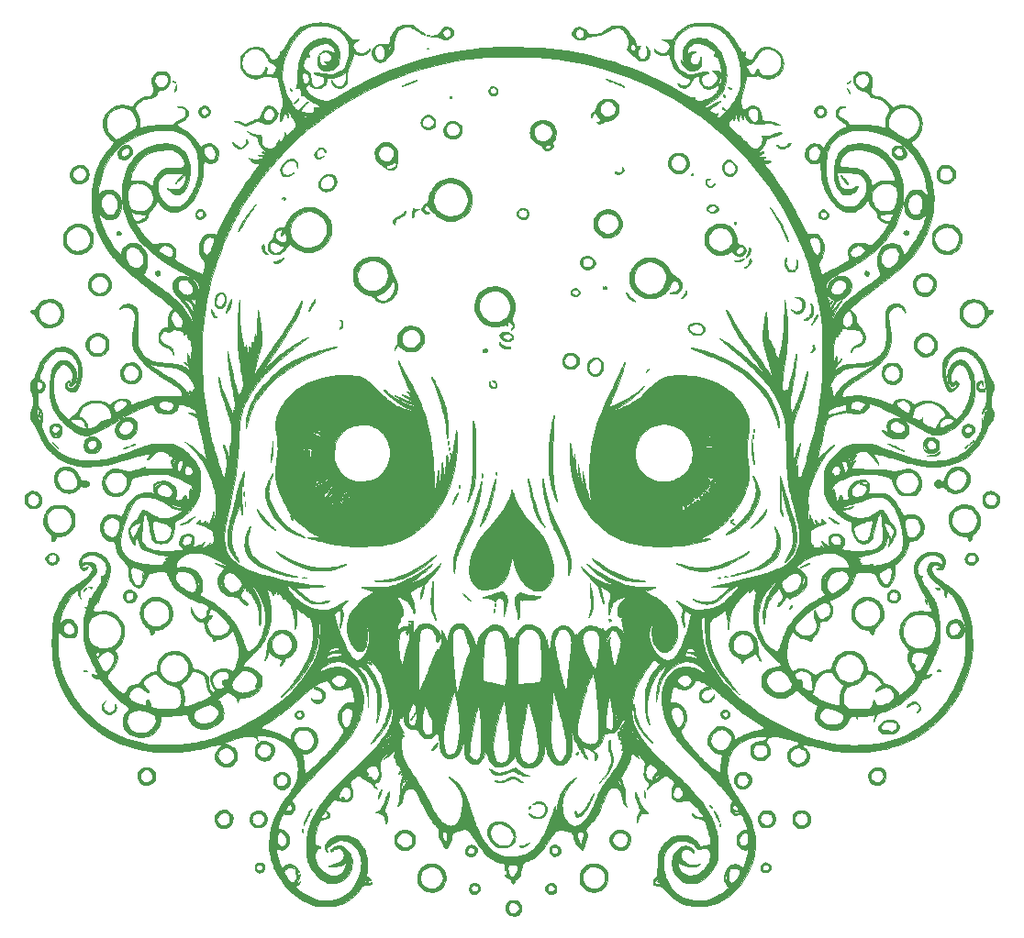
<source format=gbr>
%TF.GenerationSoftware,KiCad,Pcbnew,7.0.1*%
%TF.CreationDate,2023-09-06T22:07:22-07:00*%
%TF.ProjectId,skull_06,736b756c-6c5f-4303-962e-6b696361645f,rev?*%
%TF.SameCoordinates,Original*%
%TF.FileFunction,Soldermask,Bot*%
%TF.FilePolarity,Negative*%
%FSLAX46Y46*%
G04 Gerber Fmt 4.6, Leading zero omitted, Abs format (unit mm)*
G04 Created by KiCad (PCBNEW 7.0.1) date 2023-09-06 22:07:22*
%MOMM*%
%LPD*%
G01*
G04 APERTURE LIST*
%ADD10C,0.010000*%
G04 APERTURE END LIST*
%TO.C,G\u002A\u002A\u002A*%
D10*
X69375493Y-110436813D02*
X69652891Y-110436813D01*
X69655137Y-110567685D01*
X69676979Y-110693831D01*
X69716960Y-110805999D01*
X69773623Y-110894938D01*
X69830401Y-110943393D01*
X69953328Y-110992840D01*
X70091616Y-111009352D01*
X70233392Y-110992401D01*
X70317500Y-110964996D01*
X70423723Y-110899436D01*
X70520031Y-110797527D01*
X70594583Y-110677645D01*
X70635079Y-110589432D01*
X70652266Y-110521579D01*
X70647088Y-110459749D01*
X70620489Y-110389603D01*
X70614385Y-110376808D01*
X70527990Y-110238783D01*
X70419212Y-110130680D01*
X70334875Y-110077162D01*
X70202410Y-110027480D01*
X70071111Y-110010033D01*
X69947926Y-110023470D01*
X69839798Y-110066445D01*
X69753673Y-110137609D01*
X69713011Y-110197896D01*
X69671696Y-110310466D01*
X69652891Y-110436813D01*
X69375493Y-110436813D01*
X69374678Y-110417251D01*
X69406449Y-110272127D01*
X69472615Y-110139987D01*
X69569376Y-110024658D01*
X69692930Y-109929968D01*
X69839476Y-109859742D01*
X70005215Y-109817809D01*
X70140178Y-109807225D01*
X70234144Y-109808668D01*
X70304052Y-109817176D01*
X70368062Y-109836688D01*
X70444334Y-109871142D01*
X70451833Y-109874821D01*
X70585322Y-109961699D01*
X70694948Y-110075250D01*
X70779159Y-110208858D01*
X70836403Y-110355904D01*
X70865130Y-110509773D01*
X70863786Y-110663845D01*
X70830822Y-110811505D01*
X70764685Y-110946135D01*
X70717500Y-111007855D01*
X70655896Y-111069552D01*
X70589956Y-111123118D01*
X70550600Y-111147864D01*
X70404546Y-111202775D01*
X70234892Y-111233559D01*
X70053966Y-111238481D01*
X69962870Y-111230668D01*
X69846720Y-111204865D01*
X69734900Y-111160265D01*
X69640060Y-111103102D01*
X69574846Y-111039609D01*
X69574628Y-111039304D01*
X69516473Y-110942024D01*
X69460089Y-110821135D01*
X69413056Y-110694958D01*
X69382956Y-110581816D01*
X69381102Y-110571533D01*
X69375493Y-110436813D01*
G36*
X69375493Y-110436813D02*
G01*
X69652891Y-110436813D01*
X69655137Y-110567685D01*
X69676979Y-110693831D01*
X69716960Y-110805999D01*
X69773623Y-110894938D01*
X69830401Y-110943393D01*
X69953328Y-110992840D01*
X70091616Y-111009352D01*
X70233392Y-110992401D01*
X70317500Y-110964996D01*
X70423723Y-110899436D01*
X70520031Y-110797527D01*
X70594583Y-110677645D01*
X70635079Y-110589432D01*
X70652266Y-110521579D01*
X70647088Y-110459749D01*
X70620489Y-110389603D01*
X70614385Y-110376808D01*
X70527990Y-110238783D01*
X70419212Y-110130680D01*
X70334875Y-110077162D01*
X70202410Y-110027480D01*
X70071111Y-110010033D01*
X69947926Y-110023470D01*
X69839798Y-110066445D01*
X69753673Y-110137609D01*
X69713011Y-110197896D01*
X69671696Y-110310466D01*
X69652891Y-110436813D01*
X69375493Y-110436813D01*
X69374678Y-110417251D01*
X69406449Y-110272127D01*
X69472615Y-110139987D01*
X69569376Y-110024658D01*
X69692930Y-109929968D01*
X69839476Y-109859742D01*
X70005215Y-109817809D01*
X70140178Y-109807225D01*
X70234144Y-109808668D01*
X70304052Y-109817176D01*
X70368062Y-109836688D01*
X70444334Y-109871142D01*
X70451833Y-109874821D01*
X70585322Y-109961699D01*
X70694948Y-110075250D01*
X70779159Y-110208858D01*
X70836403Y-110355904D01*
X70865130Y-110509773D01*
X70863786Y-110663845D01*
X70830822Y-110811505D01*
X70764685Y-110946135D01*
X70717500Y-111007855D01*
X70655896Y-111069552D01*
X70589956Y-111123118D01*
X70550600Y-111147864D01*
X70404546Y-111202775D01*
X70234892Y-111233559D01*
X70053966Y-111238481D01*
X69962870Y-111230668D01*
X69846720Y-111204865D01*
X69734900Y-111160265D01*
X69640060Y-111103102D01*
X69574846Y-111039609D01*
X69574628Y-111039304D01*
X69516473Y-110942024D01*
X69460089Y-110821135D01*
X69413056Y-110694958D01*
X69382956Y-110581816D01*
X69381102Y-110571533D01*
X69375493Y-110436813D01*
G37*
X84205927Y-31487250D02*
X84869942Y-31487250D01*
X84870760Y-31669861D01*
X84874153Y-31817918D01*
X84881573Y-31939186D01*
X84894468Y-32041430D01*
X84914290Y-32132414D01*
X84942488Y-32219904D01*
X84980513Y-32311665D01*
X85029816Y-32415460D01*
X85051428Y-32458911D01*
X85154904Y-32653453D01*
X85256793Y-32817816D01*
X85364869Y-32963104D01*
X85486912Y-33100420D01*
X85534823Y-33149108D01*
X85708403Y-33301139D01*
X85886454Y-33415020D01*
X86075924Y-33494864D01*
X86159906Y-33519067D01*
X86299547Y-33542431D01*
X86463431Y-33550782D01*
X86636366Y-33544500D01*
X86803158Y-33523967D01*
X86912167Y-33500236D01*
X87100333Y-33449599D01*
X87253219Y-33409000D01*
X87376354Y-33377229D01*
X87475270Y-33353078D01*
X87555499Y-33335337D01*
X87622570Y-33322798D01*
X87682017Y-33314253D01*
X87739368Y-33308492D01*
X87800157Y-33304307D01*
X87811750Y-33303635D01*
X87910705Y-33298890D01*
X87977252Y-33298851D01*
X88021161Y-33304620D01*
X88052203Y-33317295D01*
X88074410Y-33333206D01*
X88106976Y-33370704D01*
X88109953Y-33399808D01*
X88078683Y-33426799D01*
X88017827Y-33462274D01*
X87937856Y-33501022D01*
X87849242Y-33537833D01*
X87790584Y-33558709D01*
X87670289Y-33604876D01*
X87584033Y-33657166D01*
X87526579Y-33723164D01*
X87492690Y-33810454D01*
X87477129Y-33926623D01*
X87474388Y-34016667D01*
X87482108Y-34171731D01*
X87510077Y-34297570D01*
X87562144Y-34403988D01*
X87642159Y-34500787D01*
X87677671Y-34534381D01*
X87809166Y-34626416D01*
X87952930Y-34679775D01*
X88104945Y-34694860D01*
X88261190Y-34672070D01*
X88417648Y-34611804D01*
X88570299Y-34514462D01*
X88660205Y-34436688D01*
X88781176Y-34300085D01*
X88814826Y-34245600D01*
X89071374Y-34245600D01*
X89080746Y-34338193D01*
X89107239Y-34396187D01*
X89147678Y-34417651D01*
X89198888Y-34400655D01*
X89249202Y-34353709D01*
X89284085Y-34302175D01*
X89300404Y-34244505D01*
X89304000Y-34174221D01*
X89297215Y-34089143D01*
X89280044Y-34005295D01*
X89269746Y-33974248D01*
X89246249Y-33922442D01*
X89227413Y-33904412D01*
X89205573Y-33913438D01*
X89202878Y-33915611D01*
X89163476Y-33965193D01*
X89124757Y-34041292D01*
X89092881Y-34128452D01*
X89074008Y-34211212D01*
X89071374Y-34245600D01*
X88814826Y-34245600D01*
X88870843Y-34154901D01*
X88925395Y-34008151D01*
X88939689Y-33922214D01*
X88937223Y-33796412D01*
X88905726Y-33681254D01*
X88842120Y-33571240D01*
X88743333Y-33460868D01*
X88625023Y-33359208D01*
X88554441Y-33301753D01*
X88498516Y-33252484D01*
X88464412Y-33217930D01*
X88457334Y-33206323D01*
X88477840Y-33197284D01*
X88537219Y-33192977D01*
X88632260Y-33193544D01*
X88695459Y-33195845D01*
X88864763Y-33210329D01*
X88999276Y-33238389D01*
X89104948Y-33282094D01*
X89187726Y-33343514D01*
X89219690Y-33378208D01*
X89264816Y-33425502D01*
X89293046Y-33435018D01*
X89306453Y-33405698D01*
X89307109Y-33336486D01*
X89306950Y-33333720D01*
X89299853Y-33274127D01*
X89284516Y-33181860D01*
X89262712Y-33065375D01*
X89236215Y-32933130D01*
X89206797Y-32793581D01*
X89176231Y-32655187D01*
X89146291Y-32526403D01*
X89118749Y-32415688D01*
X89100348Y-32348266D01*
X89056298Y-32208314D01*
X89012711Y-32102239D01*
X88963721Y-32022059D01*
X88903460Y-31959794D01*
X88826065Y-31907462D01*
X88746401Y-31866695D01*
X88666177Y-31824713D01*
X88621880Y-31788417D01*
X88608840Y-31751507D01*
X88622382Y-31707680D01*
X88624919Y-31702859D01*
X88654483Y-31648462D01*
X88680837Y-31600329D01*
X88698551Y-31536629D01*
X88681869Y-31467337D01*
X88629107Y-31387752D01*
X88588365Y-31342313D01*
X88486056Y-31252117D01*
X88348934Y-31156359D01*
X88183535Y-31058559D01*
X87996396Y-30962235D01*
X87794051Y-30870906D01*
X87583037Y-30788091D01*
X87513116Y-30763402D01*
X87406896Y-30728124D01*
X87324466Y-30705175D01*
X87250024Y-30691895D01*
X87167769Y-30685624D01*
X87061900Y-30683703D01*
X87039167Y-30683614D01*
X86931567Y-30684030D01*
X86854895Y-30687287D01*
X86797756Y-30695308D01*
X86748753Y-30710014D01*
X86696492Y-30733330D01*
X86671984Y-30745567D01*
X86572033Y-30810044D01*
X86464882Y-30902195D01*
X86360888Y-31011174D01*
X86270410Y-31126134D01*
X86204256Y-31235318D01*
X86171760Y-31315969D01*
X86147028Y-31405666D01*
X86131810Y-31493215D01*
X86127856Y-31567423D01*
X86136918Y-31617096D01*
X86143123Y-31626256D01*
X86171346Y-31626373D01*
X86226014Y-31603157D01*
X86283257Y-31570200D01*
X86442615Y-31484765D01*
X86596436Y-31433904D01*
X86757080Y-31413829D01*
X86795221Y-31413167D01*
X86871239Y-31415618D01*
X86927528Y-31422103D01*
X86953765Y-31431321D01*
X86954500Y-31433252D01*
X86936788Y-31451605D01*
X86890176Y-31481025D01*
X86824450Y-31515389D01*
X86819057Y-31517979D01*
X86696078Y-31590895D01*
X86598501Y-31683502D01*
X86517515Y-31805053D01*
X86485870Y-31867943D01*
X86432378Y-32015491D01*
X86409812Y-32157921D01*
X86416815Y-32289867D01*
X86452035Y-32405963D01*
X86514114Y-32500841D01*
X86601699Y-32569135D01*
X86669743Y-32596200D01*
X86759677Y-32612325D01*
X86866546Y-32618575D01*
X86974512Y-32615220D01*
X87067740Y-32602528D01*
X87114804Y-32588632D01*
X87156374Y-32565143D01*
X87192111Y-32528721D01*
X87225040Y-32473406D01*
X87258184Y-32393239D01*
X87294568Y-32282259D01*
X87327311Y-32169875D01*
X87352999Y-32083592D01*
X87375988Y-32015022D01*
X87393233Y-31972784D01*
X87400196Y-31963500D01*
X87416988Y-31984483D01*
X87429364Y-32047152D01*
X87437278Y-32151083D01*
X87440687Y-32295856D01*
X87440816Y-32352438D01*
X87436768Y-32523654D01*
X87423493Y-32660129D01*
X87398142Y-32768969D01*
X87357866Y-32857285D01*
X87299813Y-32932183D01*
X87221136Y-33000772D01*
X87165002Y-33040416D01*
X87043740Y-33112214D01*
X86925271Y-33160423D01*
X86796875Y-33188485D01*
X86645832Y-33199841D01*
X86573500Y-33200462D01*
X86407855Y-33192104D01*
X86272892Y-33166907D01*
X86159157Y-33121486D01*
X86057194Y-33052455D01*
X85991559Y-32992120D01*
X85890838Y-32876718D01*
X85786932Y-32733051D01*
X85688217Y-32573581D01*
X85662326Y-32524417D01*
X85875000Y-32524417D01*
X85885584Y-32535000D01*
X85896167Y-32524417D01*
X85885584Y-32513834D01*
X85875000Y-32524417D01*
X85662326Y-32524417D01*
X85608585Y-32422374D01*
X85561399Y-32314568D01*
X85539029Y-32241002D01*
X85540840Y-32202086D01*
X85566200Y-32198230D01*
X85614474Y-32229845D01*
X85685030Y-32297340D01*
X85728524Y-32344736D01*
X85786168Y-32408205D01*
X85832530Y-32456633D01*
X85861161Y-32483421D01*
X85867045Y-32486511D01*
X85863808Y-32464868D01*
X85849187Y-32413727D01*
X85826178Y-32343405D01*
X85821756Y-32330594D01*
X85761053Y-32100817D01*
X85734193Y-31864592D01*
X85739429Y-31626920D01*
X85775011Y-31392801D01*
X85839192Y-31167237D01*
X85930224Y-30955229D01*
X86046358Y-30761779D01*
X86185846Y-30591888D01*
X86346940Y-30450557D01*
X86514334Y-30349271D01*
X86706929Y-30268509D01*
X86897936Y-30217112D01*
X87100171Y-30192557D01*
X87314334Y-30191795D01*
X87513402Y-30206961D01*
X87688607Y-30237244D01*
X87856973Y-30286786D01*
X88035522Y-30359733D01*
X88070565Y-30375907D01*
X88327044Y-30518231D01*
X88571039Y-30697386D01*
X88797809Y-30908585D01*
X89002618Y-31147039D01*
X89180726Y-31407962D01*
X89290545Y-31608617D01*
X89389554Y-31830881D01*
X89483924Y-32083574D01*
X89570110Y-32354803D01*
X89644564Y-32632678D01*
X89703741Y-32905307D01*
X89736734Y-33104668D01*
X89754252Y-33270306D01*
X89764863Y-33458078D01*
X89768562Y-33655359D01*
X89765350Y-33849524D01*
X89755223Y-34027948D01*
X89738179Y-34178006D01*
X89736910Y-34186000D01*
X89671797Y-34476118D01*
X89572798Y-34763465D01*
X89444476Y-35037098D01*
X89291394Y-35286073D01*
X89260240Y-35329210D01*
X89082234Y-35546260D01*
X88882490Y-35744785D01*
X88656181Y-35928607D01*
X88398480Y-36101551D01*
X88104562Y-36267440D01*
X88023417Y-36308982D01*
X87921732Y-36360784D01*
X87830890Y-36408363D01*
X87758989Y-36447384D01*
X87714125Y-36473509D01*
X87706331Y-36478788D01*
X87686235Y-36496828D01*
X87688215Y-36510508D01*
X87718380Y-36524816D01*
X87782841Y-36544740D01*
X87789476Y-36546672D01*
X87878090Y-36568619D01*
X87959795Y-36578556D01*
X88040653Y-36574691D01*
X88126727Y-36555228D01*
X88224081Y-36518372D01*
X88338775Y-36462330D01*
X88476874Y-36385306D01*
X88618247Y-36301360D01*
X88786018Y-36200867D01*
X88930187Y-36116216D01*
X89048233Y-36048824D01*
X89137635Y-36000109D01*
X89195873Y-35971485D01*
X89218599Y-35964000D01*
X89240228Y-35975364D01*
X89230511Y-36007187D01*
X89193072Y-36056068D01*
X89131535Y-36118607D01*
X89049523Y-36191400D01*
X88950657Y-36271049D01*
X88838563Y-36354150D01*
X88716863Y-36437303D01*
X88708858Y-36442530D01*
X88553712Y-36544871D01*
X88431983Y-36628719D01*
X88340578Y-36697010D01*
X88276406Y-36752683D01*
X88236374Y-36798672D01*
X88217391Y-36837917D01*
X88216365Y-36873352D01*
X88226348Y-36900841D01*
X88286012Y-36976019D01*
X88381917Y-37044684D01*
X88508070Y-37103253D01*
X88627294Y-37140573D01*
X88714852Y-37158918D01*
X88787293Y-37161675D01*
X88868528Y-37149651D01*
X88872359Y-37148861D01*
X88938635Y-37137776D01*
X88987029Y-37134634D01*
X89003459Y-37138070D01*
X89001436Y-37162371D01*
X88981941Y-37210780D01*
X88959447Y-37254164D01*
X88918685Y-37336757D01*
X88904751Y-37398705D01*
X88916988Y-37451560D01*
X88945703Y-37495729D01*
X88992565Y-37539138D01*
X89042315Y-37547056D01*
X89102929Y-37519383D01*
X89138396Y-37493292D01*
X89290719Y-37364075D01*
X89458940Y-37207793D01*
X89510539Y-37156525D01*
X91749076Y-37156525D01*
X91750790Y-37255072D01*
X91757510Y-37326216D01*
X91772186Y-37384839D01*
X91797772Y-37445822D01*
X91812365Y-37475487D01*
X91896037Y-37613177D01*
X91997458Y-37734307D01*
X92108936Y-37831426D01*
X92222780Y-37897082D01*
X92262339Y-37911424D01*
X92360296Y-37928755D01*
X92452947Y-37915198D01*
X92514392Y-37891476D01*
X92576910Y-37855099D01*
X92626402Y-37812641D01*
X92636634Y-37799591D01*
X92675349Y-37714184D01*
X92703819Y-37598641D01*
X92721546Y-37464024D01*
X92728036Y-37321391D01*
X92722790Y-37181804D01*
X92705313Y-37056323D01*
X92675109Y-36956007D01*
X92674550Y-36954737D01*
X92611887Y-36858819D01*
X92518438Y-36772311D01*
X92405696Y-36702484D01*
X92285153Y-36656605D01*
X92179767Y-36641798D01*
X92077345Y-36660620D01*
X91972413Y-36714023D01*
X91874564Y-36796019D01*
X91812920Y-36870775D01*
X91782273Y-36917614D01*
X91763348Y-36959248D01*
X91753366Y-37008109D01*
X91749551Y-37076629D01*
X91749076Y-37156525D01*
X89510539Y-37156525D01*
X89635348Y-37032517D01*
X89812232Y-36846323D01*
X89981881Y-36657281D01*
X90039839Y-36588417D01*
X90897309Y-36588417D01*
X90897954Y-36677989D01*
X90900169Y-36726754D01*
X90904137Y-36736216D01*
X90910039Y-36707878D01*
X90910968Y-36701420D01*
X90916518Y-36618775D01*
X90914397Y-36525463D01*
X90911120Y-36489753D01*
X90905102Y-36447359D01*
X90901037Y-36439180D01*
X90898604Y-36467506D01*
X90897482Y-36534621D01*
X90897309Y-36588417D01*
X90039839Y-36588417D01*
X90136585Y-36473467D01*
X90245295Y-36334417D01*
X90402629Y-36112406D01*
X90550226Y-35880330D01*
X90684877Y-35644603D01*
X90803370Y-35411639D01*
X90902494Y-35187852D01*
X90979039Y-34979657D01*
X91029795Y-34793467D01*
X91038203Y-34750403D01*
X91052917Y-34637033D01*
X91064084Y-34488002D01*
X91071816Y-34309822D01*
X91076223Y-34109008D01*
X91077420Y-33892072D01*
X91075517Y-33665528D01*
X91070626Y-33435890D01*
X91062859Y-33209671D01*
X91052329Y-32993384D01*
X91039146Y-32793542D01*
X91037599Y-32776133D01*
X91568834Y-32776133D01*
X91580785Y-32803924D01*
X91612306Y-32854704D01*
X91656900Y-32918109D01*
X91662842Y-32926101D01*
X91726457Y-33025548D01*
X91780990Y-33136362D01*
X91802236Y-33192938D01*
X91854914Y-33332687D01*
X91912716Y-33434033D01*
X91979888Y-33500899D01*
X92060672Y-33537207D01*
X92159312Y-33546879D01*
X92184051Y-33545808D01*
X92306555Y-33519798D01*
X92404560Y-33459490D01*
X92477229Y-33365695D01*
X92523721Y-33239218D01*
X92529169Y-33213440D01*
X92561429Y-33117730D01*
X92613830Y-33046432D01*
X92646864Y-33022620D01*
X92693235Y-33016933D01*
X92731313Y-33045384D01*
X92752415Y-33099780D01*
X92754184Y-33123887D01*
X92765371Y-33182058D01*
X92794860Y-33261948D01*
X92836577Y-33350666D01*
X92884446Y-33435319D01*
X92932394Y-33503016D01*
X92933335Y-33504135D01*
X93005942Y-33573710D01*
X93091913Y-33620540D01*
X93203770Y-33650924D01*
X93236263Y-33656533D01*
X93343953Y-33666446D01*
X93479437Y-33668299D01*
X93629075Y-33662700D01*
X93779225Y-33650262D01*
X93916246Y-33631593D01*
X93955257Y-33624369D01*
X94135587Y-33576119D01*
X94287894Y-33506586D01*
X94423735Y-33409504D01*
X94517328Y-33319564D01*
X94647911Y-33158787D01*
X94742092Y-32989261D01*
X94802316Y-32804443D01*
X94831029Y-32597790D01*
X94834267Y-32471500D01*
X94817467Y-32232548D01*
X94770143Y-32020204D01*
X94690613Y-31830085D01*
X94577197Y-31657812D01*
X94480031Y-31548797D01*
X94330623Y-31418412D01*
X94171146Y-31320803D01*
X93995814Y-31253933D01*
X93798843Y-31215765D01*
X93574449Y-31204260D01*
X93505584Y-31205550D01*
X93393153Y-31210053D01*
X93311325Y-31216598D01*
X93248372Y-31227385D01*
X93192564Y-31244616D01*
X93132172Y-31270491D01*
X93114000Y-31279035D01*
X93016665Y-31332112D01*
X92928437Y-31396540D01*
X92845292Y-31477214D01*
X92763204Y-31579027D01*
X92678148Y-31706874D01*
X92586099Y-31865647D01*
X92502494Y-32022512D01*
X92447072Y-32125277D01*
X92391043Y-32222079D01*
X92340666Y-32302529D01*
X92302197Y-32356238D01*
X92299744Y-32359158D01*
X92211654Y-32439030D01*
X92084808Y-32517536D01*
X91917824Y-32595460D01*
X91801517Y-32640889D01*
X91698206Y-32680566D01*
X91629409Y-32711540D01*
X91589101Y-32737314D01*
X91571261Y-32761387D01*
X91568834Y-32776133D01*
X91037599Y-32776133D01*
X91023424Y-32616660D01*
X91005274Y-32469249D01*
X90998236Y-32425049D01*
X90942622Y-32159186D01*
X90866651Y-31895944D01*
X90767947Y-31629654D01*
X90644134Y-31354647D01*
X90492836Y-31065253D01*
X90311678Y-30755803D01*
X90271362Y-30690539D01*
X90061069Y-30370883D01*
X89852157Y-30091018D01*
X89641783Y-29848615D01*
X89427103Y-29641341D01*
X89205276Y-29466866D01*
X88973459Y-29322860D01*
X88728807Y-29206992D01*
X88468480Y-29116931D01*
X88298584Y-29073173D01*
X88210280Y-29058624D01*
X88088665Y-29046333D01*
X87942715Y-29036534D01*
X87781402Y-29029459D01*
X87613703Y-29025340D01*
X87448590Y-29024409D01*
X87295038Y-29026898D01*
X87162022Y-29033039D01*
X87071003Y-29041406D01*
X86758274Y-29098281D01*
X86464498Y-29188698D01*
X86186247Y-29314444D01*
X85920091Y-29477307D01*
X85662600Y-29679072D01*
X85438638Y-29892095D01*
X85267389Y-30086113D01*
X85131705Y-30281507D01*
X85025768Y-30488574D01*
X84943761Y-30717615D01*
X84916808Y-30815909D01*
X84901329Y-30880871D01*
X84889642Y-30942643D01*
X84881229Y-31008645D01*
X84875571Y-31086301D01*
X84872149Y-31183032D01*
X84870447Y-31306262D01*
X84869946Y-31463411D01*
X84869942Y-31487250D01*
X84205927Y-31487250D01*
X84305716Y-31416955D01*
X84420479Y-31289559D01*
X84492735Y-31171264D01*
X84533680Y-31048331D01*
X84535469Y-30922568D01*
X84500701Y-30798114D01*
X84431975Y-30679110D01*
X84331890Y-30569696D01*
X84203046Y-30474012D01*
X84048041Y-30396199D01*
X83993317Y-30375742D01*
X83920218Y-30348687D01*
X83862479Y-30323947D01*
X83832514Y-30306844D01*
X83832417Y-30306749D01*
X83843997Y-30299846D01*
X83893127Y-30296237D01*
X83975164Y-30295803D01*
X84085462Y-30298429D01*
X84219376Y-30303996D01*
X84372261Y-30312388D01*
X84539473Y-30323488D01*
X84562667Y-30325171D01*
X84742584Y-30338358D01*
X84957691Y-30055554D01*
X85120161Y-29851093D01*
X85274165Y-29678548D01*
X85427889Y-29530918D01*
X85589520Y-29401200D01*
X85767246Y-29282391D01*
X85969254Y-29167487D01*
X86037676Y-29131775D01*
X86279862Y-29014489D01*
X86495260Y-28925110D01*
X86687575Y-28862182D01*
X86785167Y-28838253D01*
X86877379Y-28824292D01*
X87004401Y-28813226D01*
X87158809Y-28805054D01*
X87333179Y-28799776D01*
X87520087Y-28797390D01*
X87712108Y-28797896D01*
X87901819Y-28801293D01*
X88081795Y-28807580D01*
X88244613Y-28816757D01*
X88382848Y-28828823D01*
X88457334Y-28838418D01*
X88692881Y-28883024D01*
X88904735Y-28942821D01*
X89099864Y-29021636D01*
X89285237Y-29123300D01*
X89467823Y-29251642D01*
X89654591Y-29410490D01*
X89852510Y-29603674D01*
X89855254Y-29606497D01*
X90109310Y-29885312D01*
X90362252Y-30196139D01*
X90606535Y-30529148D01*
X90834615Y-30874509D01*
X90860189Y-30915750D01*
X90965014Y-31083800D01*
X91051797Y-31217978D01*
X91122774Y-31321571D01*
X91180179Y-31397870D01*
X91216105Y-31439625D01*
X91276156Y-31483826D01*
X91337796Y-31496501D01*
X91389779Y-31476027D01*
X91399500Y-31466084D01*
X91437851Y-31433362D01*
X91464885Y-31438952D01*
X91479945Y-31480193D01*
X91482371Y-31554428D01*
X91471504Y-31658997D01*
X91461723Y-31717301D01*
X91451331Y-31835309D01*
X91470947Y-31929197D01*
X91523125Y-32007066D01*
X91564970Y-32044702D01*
X91708438Y-32140569D01*
X91842564Y-32195219D01*
X91967087Y-32208705D01*
X92081744Y-32181079D01*
X92186274Y-32112390D01*
X92280415Y-32002692D01*
X92345217Y-31891197D01*
X92442763Y-31713739D01*
X92552548Y-31544810D01*
X92669151Y-31391169D01*
X92787153Y-31259574D01*
X92901134Y-31156787D01*
X92974581Y-31106207D01*
X93084920Y-31060387D01*
X93225934Y-31031187D01*
X93389251Y-31018878D01*
X93566494Y-31023734D01*
X93749292Y-31046028D01*
X93892652Y-31076285D01*
X94116565Y-31154453D01*
X94327012Y-31269481D01*
X94518085Y-31416572D01*
X94683877Y-31590934D01*
X94818481Y-31787770D01*
X94855455Y-31857667D01*
X94932236Y-32031205D01*
X94982460Y-32190959D01*
X95009910Y-32352666D01*
X95018373Y-32532060D01*
X95018374Y-32535000D01*
X95002250Y-32771283D01*
X94952554Y-32985276D01*
X94867306Y-33182871D01*
X94744521Y-33369959D01*
X94732178Y-33385707D01*
X94599060Y-33526237D01*
X94436431Y-33654245D01*
X94253425Y-33765166D01*
X94059171Y-33854437D01*
X93862803Y-33917492D01*
X93673450Y-33949769D01*
X93597101Y-33953049D01*
X93505368Y-33951374D01*
X93426781Y-33944809D01*
X93351936Y-33930833D01*
X93271429Y-33906930D01*
X93175857Y-33870582D01*
X93055814Y-33819269D01*
X92992519Y-33791169D01*
X92864118Y-33735041D01*
X92765259Y-33696112D01*
X92687507Y-33672871D01*
X92622429Y-33663809D01*
X92561590Y-33667417D01*
X92496555Y-33682187D01*
X92454650Y-33694933D01*
X92330781Y-33729231D01*
X92215067Y-33747979D01*
X92093692Y-33752055D01*
X91952836Y-33742335D01*
X91867649Y-33732164D01*
X91769782Y-33720660D01*
X91685718Y-33713286D01*
X91625312Y-33710752D01*
X91599932Y-33712929D01*
X91581892Y-33730631D01*
X91576615Y-33771111D01*
X91581380Y-33833693D01*
X91583199Y-33918221D01*
X91571511Y-34027004D01*
X91545663Y-34163083D01*
X91505001Y-34329499D01*
X91448872Y-34529291D01*
X91390665Y-34720737D01*
X91311839Y-34978859D01*
X91247478Y-35203006D01*
X91196454Y-35398558D01*
X91157636Y-35570895D01*
X91129897Y-35725397D01*
X91112108Y-35867446D01*
X91103139Y-36002422D01*
X91101511Y-36098906D01*
X91111689Y-36273918D01*
X91139967Y-36431467D01*
X91184371Y-36566030D01*
X91242926Y-36672083D01*
X91313660Y-36744103D01*
X91337170Y-36758355D01*
X91396753Y-36777096D01*
X91464241Y-36772483D01*
X91545502Y-36742602D01*
X91646402Y-36685539D01*
X91728631Y-36630647D01*
X91900719Y-36524767D01*
X92058859Y-36457732D01*
X92205818Y-36429495D01*
X92344366Y-36440009D01*
X92477271Y-36489226D01*
X92607301Y-36577099D01*
X92650368Y-36614864D01*
X92736299Y-36704400D01*
X92807911Y-36803113D01*
X92867470Y-36916815D01*
X92917243Y-37051318D01*
X92959495Y-37212433D01*
X92996493Y-37405971D01*
X93020516Y-37564120D01*
X93056360Y-37820157D01*
X93355055Y-37845731D01*
X93552355Y-37866909D01*
X93755477Y-37896398D01*
X93952751Y-37932059D01*
X94132505Y-37971758D01*
X94283066Y-38013355D01*
X94299334Y-38018609D01*
X94408814Y-38057332D01*
X94509199Y-38097693D01*
X94593775Y-38136463D01*
X94655830Y-38170415D01*
X94688650Y-38196320D01*
X94691284Y-38207072D01*
X94660658Y-38221536D01*
X94598338Y-38227926D01*
X94514107Y-38226656D01*
X94417744Y-38218141D01*
X94319030Y-38202798D01*
X94255094Y-38188557D01*
X94157100Y-38159372D01*
X94043666Y-38119634D01*
X93937409Y-38077330D01*
X93925488Y-38072141D01*
X93819960Y-38030055D01*
X93727043Y-38005496D01*
X93635007Y-37997982D01*
X93532121Y-38007028D01*
X93406657Y-38032150D01*
X93341681Y-38048070D01*
X93164590Y-38085835D01*
X92974471Y-38113986D01*
X92783598Y-38131504D01*
X92604247Y-38137373D01*
X92448693Y-38130574D01*
X92406487Y-38125633D01*
X92171209Y-38077583D01*
X91968860Y-38003479D01*
X91798453Y-37902595D01*
X91658996Y-37774207D01*
X91549503Y-37617591D01*
X91472078Y-37441241D01*
X91427099Y-37320002D01*
X91388964Y-37240414D01*
X91357913Y-37202457D01*
X91334182Y-37206106D01*
X91318012Y-37251341D01*
X91309641Y-37338139D01*
X91309070Y-37456473D01*
X91309268Y-37548831D01*
X91306001Y-37624622D01*
X91299881Y-37674405D01*
X91294006Y-37688874D01*
X91271703Y-37678808D01*
X91238192Y-37627961D01*
X91193468Y-37536320D01*
X91137525Y-37403876D01*
X91123277Y-37368163D01*
X91091096Y-37289801D01*
X91062882Y-37226498D01*
X91043413Y-37188800D01*
X91039782Y-37183837D01*
X91024363Y-37185302D01*
X91007925Y-37221782D01*
X90990074Y-37294977D01*
X90970418Y-37406584D01*
X90948565Y-37558299D01*
X90942476Y-37604509D01*
X90928050Y-37708602D01*
X90914214Y-37795721D01*
X90902316Y-37858233D01*
X90893703Y-37888507D01*
X90892045Y-37890167D01*
X90881812Y-37870979D01*
X90864911Y-37819242D01*
X90844012Y-37743699D01*
X90829023Y-37683792D01*
X90784316Y-37516866D01*
X90739495Y-37388654D01*
X90693213Y-37295558D01*
X90672777Y-37265750D01*
X90639739Y-37238905D01*
X90612544Y-37252747D01*
X90590947Y-37307687D01*
X90574706Y-37404137D01*
X90571231Y-37437103D01*
X90541148Y-37602468D01*
X90499886Y-37712208D01*
X90455428Y-37788702D01*
X90418188Y-37823709D01*
X90389439Y-37817653D01*
X90370452Y-37770960D01*
X90362497Y-37684054D01*
X90362334Y-37666186D01*
X90358056Y-37609984D01*
X90347255Y-37576634D01*
X90341167Y-37572667D01*
X90322651Y-37589920D01*
X90320000Y-37606045D01*
X90303057Y-37648843D01*
X90261280Y-37697216D01*
X90208248Y-37738944D01*
X90157540Y-37761809D01*
X90145401Y-37763167D01*
X90088545Y-37782311D01*
X90030573Y-37834283D01*
X89983979Y-37904650D01*
X89965309Y-37971352D01*
X89959719Y-38061679D01*
X89966463Y-38159243D01*
X89984798Y-38247655D01*
X90001482Y-38290338D01*
X90043342Y-38355118D01*
X90109768Y-38437040D01*
X90195738Y-38531564D01*
X90296229Y-38634148D01*
X90406221Y-38740250D01*
X90520691Y-38845330D01*
X90634616Y-38944845D01*
X90742977Y-39034256D01*
X90840749Y-39109020D01*
X90922912Y-39164595D01*
X90984444Y-39196442D01*
X91009928Y-39202278D01*
X91046080Y-39209769D01*
X91080621Y-39235782D01*
X91118424Y-39286206D01*
X91164362Y-39366928D01*
X91194046Y-39424750D01*
X91262666Y-39545174D01*
X91328874Y-39626435D01*
X91395562Y-39671368D01*
X91457435Y-39683107D01*
X91508388Y-39688751D01*
X91552394Y-39711059D01*
X91595680Y-39756046D01*
X91644472Y-39829723D01*
X91687030Y-39904870D01*
X91802639Y-40084649D01*
X91932177Y-40226999D01*
X92074247Y-40330916D01*
X92227449Y-40395397D01*
X92390384Y-40419437D01*
X92404472Y-40419584D01*
X92494710Y-40416408D01*
X92561202Y-40404024D01*
X92622247Y-40378144D01*
X92651532Y-40361710D01*
X92785300Y-40259682D01*
X92898749Y-40126717D01*
X92988351Y-39970740D01*
X93050580Y-39799674D01*
X93081910Y-39621441D01*
X93078814Y-39443967D01*
X93074217Y-39412039D01*
X93061346Y-39322902D01*
X93061006Y-39261928D01*
X93078777Y-39224935D01*
X93120238Y-39207740D01*
X93190969Y-39206160D01*
X93296550Y-39216013D01*
X93330470Y-39219939D01*
X93496622Y-39231810D01*
X93643809Y-39223309D01*
X93788458Y-39192067D01*
X93946997Y-39135712D01*
X93964602Y-39128457D01*
X94129776Y-39060008D01*
X94261533Y-39006392D01*
X94365341Y-38965708D01*
X94446667Y-38936051D01*
X94510979Y-38915518D01*
X94563745Y-38902207D01*
X94610431Y-38894215D01*
X94649097Y-38890207D01*
X94752887Y-38889631D01*
X94826201Y-38906009D01*
X94865283Y-38938138D01*
X94870834Y-38961205D01*
X94850286Y-38989856D01*
X94788831Y-39028158D01*
X94686752Y-39075989D01*
X94544332Y-39133229D01*
X94361854Y-39199754D01*
X94149738Y-39272079D01*
X93939307Y-39344177D01*
X93768196Y-39407747D01*
X93634445Y-39463640D01*
X93536093Y-39512706D01*
X93471179Y-39555798D01*
X93450190Y-39575894D01*
X93425847Y-39620983D01*
X93406054Y-39686563D01*
X93401627Y-39710500D01*
X93369532Y-39831155D01*
X93309230Y-39970568D01*
X93225602Y-40121089D01*
X93123527Y-40275069D01*
X93007885Y-40424856D01*
X92883556Y-40562802D01*
X92816347Y-40628000D01*
X92746198Y-40694241D01*
X92706207Y-40736642D01*
X92693914Y-40758348D01*
X92706859Y-40762504D01*
X92711834Y-40761598D01*
X92854242Y-40732657D01*
X92978891Y-40710294D01*
X93079861Y-40695390D01*
X93151234Y-40688824D01*
X93186182Y-40691092D01*
X93207849Y-40715647D01*
X93197241Y-40755983D01*
X93159173Y-40807471D01*
X93098459Y-40865481D01*
X93019914Y-40925384D01*
X92928352Y-40982552D01*
X92833513Y-41030191D01*
X92770193Y-41061637D01*
X92726187Y-41090071D01*
X92711834Y-41107415D01*
X92731602Y-41138857D01*
X92786156Y-41163509D01*
X92868365Y-41180527D01*
X92971101Y-41189068D01*
X93087234Y-41188287D01*
X93209636Y-41177341D01*
X93250887Y-41171239D01*
X93320668Y-41162913D01*
X93373388Y-41162327D01*
X93394500Y-41167867D01*
X93385790Y-41185859D01*
X93347675Y-41219021D01*
X93287423Y-41261371D01*
X93259156Y-41279293D01*
X93188379Y-41325107D01*
X93132890Y-41365116D01*
X93101751Y-41392634D01*
X93098318Y-41397964D01*
X93109434Y-41425197D01*
X93156007Y-41452436D01*
X93231191Y-41478028D01*
X93328144Y-41500320D01*
X93440019Y-41517661D01*
X93559974Y-41528399D01*
X93649990Y-41531123D01*
X93756391Y-41536235D01*
X93823418Y-41551251D01*
X93852976Y-41576695D01*
X93854834Y-41587299D01*
X93833698Y-41618481D01*
X93770347Y-41651294D01*
X93664868Y-41685706D01*
X93517347Y-41721683D01*
X93507595Y-41723797D01*
X93418712Y-41743273D01*
X93342877Y-41760476D01*
X93291581Y-41772775D01*
X93279240Y-41776105D01*
X93272682Y-41786018D01*
X93279711Y-41810349D01*
X93302440Y-41852438D01*
X93342982Y-41915623D01*
X93403450Y-42003245D01*
X93485959Y-42118645D01*
X93563324Y-42225088D01*
X93842464Y-42608877D01*
X94098748Y-42964808D01*
X94334855Y-43297247D01*
X94553462Y-43610561D01*
X94757246Y-43909116D01*
X94948883Y-44197278D01*
X95131053Y-44479414D01*
X95306432Y-44759891D01*
X95477696Y-45043074D01*
X95647525Y-45333331D01*
X95818595Y-45635028D01*
X95993582Y-45952531D01*
X96175166Y-46290206D01*
X96366022Y-46652421D01*
X96568829Y-47043542D01*
X96786264Y-47467934D01*
X96826787Y-47547459D01*
X96928101Y-47745741D01*
X97012408Y-47909044D01*
X97081395Y-48040368D01*
X97136753Y-48142714D01*
X97180172Y-48219082D01*
X97213341Y-48272472D01*
X97237950Y-48305885D01*
X97255688Y-48322322D01*
X97264824Y-48325334D01*
X97300871Y-48322847D01*
X97369595Y-48316046D01*
X97461671Y-48305922D01*
X97567777Y-48293463D01*
X97586339Y-48291208D01*
X97760969Y-48273449D01*
X97900791Y-48267694D01*
X98011665Y-48274191D01*
X98099453Y-48293188D01*
X98152464Y-48315163D01*
X98198269Y-48346280D01*
X98261990Y-48399097D01*
X98332706Y-48464320D01*
X98362661Y-48493985D01*
X98508483Y-48671234D01*
X98624133Y-48873657D01*
X98709054Y-49096181D01*
X98762690Y-49333727D01*
X98784481Y-49581220D01*
X98773871Y-49833583D01*
X98730302Y-50085741D01*
X98653216Y-50332618D01*
X98582272Y-50493078D01*
X98538370Y-50574001D01*
X98478919Y-50674215D01*
X98413063Y-50778621D01*
X98371491Y-50841088D01*
X98323788Y-50909768D01*
X98288232Y-50963012D01*
X98264770Y-51007972D01*
X98253351Y-51051802D01*
X98253920Y-51101654D01*
X98266427Y-51164680D01*
X98290819Y-51248034D01*
X98327043Y-51358869D01*
X98366815Y-51479167D01*
X98428967Y-51661836D01*
X98483250Y-51806916D01*
X98529277Y-51913526D01*
X98566663Y-51980782D01*
X98595019Y-52007803D01*
X98598703Y-52008333D01*
X98623233Y-51998854D01*
X98681127Y-51971828D01*
X98768262Y-51929377D01*
X98880514Y-51873622D01*
X99013762Y-51806683D01*
X99163879Y-51730682D01*
X99326745Y-51647738D01*
X99498234Y-51559973D01*
X99674225Y-51469508D01*
X99850592Y-51378463D01*
X100023214Y-51288959D01*
X100187966Y-51203116D01*
X100340726Y-51123056D01*
X100477369Y-51050899D01*
X100593773Y-50988766D01*
X100685813Y-50938778D01*
X100749368Y-50903055D01*
X100760807Y-50896312D01*
X100853193Y-50838783D01*
X100940018Y-50780885D01*
X101009868Y-50730432D01*
X101043699Y-50702684D01*
X101074683Y-50674253D01*
X101095642Y-50650031D01*
X101106716Y-50622581D01*
X101108043Y-50584467D01*
X101099763Y-50528252D01*
X101082016Y-50446497D01*
X101054941Y-50331768D01*
X101050970Y-50315000D01*
X101025063Y-50181420D01*
X101007300Y-50041456D01*
X101004358Y-49991162D01*
X101193493Y-49991162D01*
X101194486Y-50102332D01*
X101199036Y-50122157D01*
X101249646Y-50234507D01*
X101331788Y-50330943D01*
X101435693Y-50402474D01*
X101543002Y-50438718D01*
X101680556Y-50442814D01*
X101829848Y-50410845D01*
X101972250Y-50350273D01*
X102054680Y-50297278D01*
X102159319Y-50214356D01*
X102282143Y-50104808D01*
X102347959Y-50042204D01*
X102431336Y-49960460D01*
X102502824Y-49888585D01*
X102557338Y-49831837D01*
X102589792Y-49795475D01*
X102596667Y-49785057D01*
X102583075Y-49763739D01*
X102546429Y-49719135D01*
X102492927Y-49658565D01*
X102450637Y-49612588D01*
X102314006Y-49482131D01*
X102183591Y-49392444D01*
X102055649Y-49343150D01*
X101926438Y-49333874D01*
X101792215Y-49364240D01*
X101649238Y-49433872D01*
X101523542Y-49519476D01*
X101396737Y-49630658D01*
X101297524Y-49749930D01*
X101228808Y-49871896D01*
X101193493Y-49991162D01*
X101004358Y-49991162D01*
X101000989Y-49933571D01*
X101001412Y-49839158D01*
X101008000Y-49770250D01*
X101024221Y-49710103D01*
X101053539Y-49641974D01*
X101067191Y-49613849D01*
X101167272Y-49457216D01*
X101299334Y-49326270D01*
X101460682Y-49222412D01*
X101648621Y-49147045D01*
X101860457Y-49101571D01*
X102079145Y-49087333D01*
X102285475Y-49099079D01*
X102481940Y-49136427D01*
X102682169Y-49202542D01*
X102808288Y-49256646D01*
X102894440Y-49293832D01*
X102971659Y-49322705D01*
X103028314Y-49339108D01*
X103045225Y-49341334D01*
X103088443Y-49332750D01*
X103142824Y-49305303D01*
X103211563Y-49256450D01*
X103297858Y-49183647D01*
X103404903Y-49084352D01*
X103535895Y-48956020D01*
X103561143Y-48930763D01*
X103748669Y-48734172D01*
X103935213Y-48522587D01*
X104115325Y-48303110D01*
X104283555Y-48082839D01*
X104434452Y-47868876D01*
X104562566Y-47668318D01*
X104650376Y-47511955D01*
X104689082Y-47431314D01*
X104718387Y-47359132D01*
X104733467Y-47307700D01*
X104734500Y-47297611D01*
X104731158Y-47267506D01*
X104714111Y-47252095D01*
X104672827Y-47246507D01*
X104622531Y-47245834D01*
X104457744Y-47228218D01*
X104284144Y-47178759D01*
X104113620Y-47102539D01*
X103958060Y-47004641D01*
X103856724Y-46918441D01*
X103764705Y-46816369D01*
X103707879Y-46722960D01*
X103688276Y-46651156D01*
X103930246Y-46651156D01*
X103950285Y-46734783D01*
X104005343Y-46817660D01*
X104088190Y-46896370D01*
X104191596Y-46967493D01*
X104308330Y-47027610D01*
X104431164Y-47073303D01*
X104552866Y-47101153D01*
X104666207Y-47107742D01*
X104763957Y-47089649D01*
X104809810Y-47067060D01*
X104869016Y-47012283D01*
X104933433Y-46926219D01*
X104997650Y-46818560D01*
X105056252Y-46698997D01*
X105103826Y-46577221D01*
X105126714Y-46499709D01*
X105141256Y-46441500D01*
X104876621Y-46441500D01*
X104746566Y-46443519D01*
X104604947Y-46448969D01*
X104471637Y-46456940D01*
X104392785Y-46463646D01*
X104234695Y-46482340D01*
X104114679Y-46503494D01*
X104028483Y-46528834D01*
X103971854Y-46560083D01*
X103940539Y-46598965D01*
X103930285Y-46647206D01*
X103930246Y-46651156D01*
X103688276Y-46651156D01*
X103682545Y-46630167D01*
X103683478Y-46541647D01*
X103684108Y-46436193D01*
X103667241Y-46370319D01*
X103642064Y-46332272D01*
X103592181Y-46272486D01*
X103523916Y-46198018D01*
X103443593Y-46115925D01*
X103408349Y-46081416D01*
X103247166Y-45915748D01*
X103119749Y-45761594D01*
X103021517Y-45612537D01*
X102947886Y-45462159D01*
X102926577Y-45406625D01*
X102898028Y-45328980D01*
X102873335Y-45265601D01*
X102857098Y-45228215D01*
X102855331Y-45224989D01*
X102835564Y-45230312D01*
X102790266Y-45266958D01*
X102720856Y-45333602D01*
X102628753Y-45428922D01*
X102575500Y-45485985D01*
X102402098Y-45666867D01*
X102244696Y-45816096D01*
X102097569Y-45938353D01*
X101954991Y-46038319D01*
X101811238Y-46120673D01*
X101780043Y-46136326D01*
X101545833Y-46229718D01*
X101310715Y-46281011D01*
X101075134Y-46290418D01*
X100839540Y-46258151D01*
X100604380Y-46184424D01*
X100370102Y-46069448D01*
X100137154Y-45913438D01*
X99905983Y-45716605D01*
X99677038Y-45479162D01*
X99450765Y-45201322D01*
X99266748Y-44942333D01*
X99178634Y-44800336D01*
X99084045Y-44629542D01*
X98988668Y-44441701D01*
X98898194Y-44248563D01*
X98818311Y-44061879D01*
X98754708Y-43893398D01*
X98745086Y-43864876D01*
X98691922Y-43694200D01*
X98646224Y-43525093D01*
X98607072Y-43351615D01*
X98573543Y-43167827D01*
X98544717Y-42967788D01*
X98519672Y-42745559D01*
X98497487Y-42495198D01*
X98477240Y-42210767D01*
X98469668Y-42089292D01*
X98457412Y-41918840D01*
X98443607Y-41789721D01*
X98428078Y-41700957D01*
X98410651Y-41651572D01*
X98391151Y-41640588D01*
X98389662Y-41641253D01*
X98363722Y-41653975D01*
X98311256Y-41679408D01*
X98247336Y-41710256D01*
X98088198Y-41764412D01*
X97917078Y-41783163D01*
X97742427Y-41768179D01*
X97572696Y-41721130D01*
X97416333Y-41643688D01*
X97281789Y-41537522D01*
X97260165Y-41515085D01*
X97176122Y-41404213D01*
X97102921Y-41270878D01*
X97047497Y-41130353D01*
X97016788Y-40997913D01*
X97014199Y-40973458D01*
X97018323Y-40868683D01*
X97313725Y-40868683D01*
X97320318Y-41015280D01*
X97351278Y-41147523D01*
X97364599Y-41180418D01*
X97447455Y-41325918D01*
X97546169Y-41435580D01*
X97657891Y-41508118D01*
X97779768Y-41542247D01*
X97908948Y-41536683D01*
X98042578Y-41490138D01*
X98047005Y-41487903D01*
X98130733Y-41424886D01*
X98211746Y-41321887D01*
X98212984Y-41319977D01*
X98273407Y-41216836D01*
X98332689Y-41098732D01*
X98386169Y-40976747D01*
X98429187Y-40861961D01*
X98457082Y-40765457D01*
X98464532Y-40721868D01*
X98466778Y-40657086D01*
X98454779Y-40603676D01*
X98423231Y-40542816D01*
X98406618Y-40516315D01*
X98301235Y-40375078D01*
X98188602Y-40266439D01*
X98072520Y-40193203D01*
X97956789Y-40158176D01*
X97917698Y-40155465D01*
X97815660Y-40173680D01*
X97706534Y-40225390D01*
X97597987Y-40304410D01*
X97497689Y-40404557D01*
X97413307Y-40519648D01*
X97372770Y-40594884D01*
X97331281Y-40723347D01*
X97313725Y-40868683D01*
X97018323Y-40868683D01*
X97020344Y-40817364D01*
X97059385Y-40652477D01*
X97126407Y-40487650D01*
X97216498Y-40331733D01*
X97324745Y-40193577D01*
X97446235Y-40082032D01*
X97542736Y-40021338D01*
X97717686Y-39954075D01*
X97892101Y-39929082D01*
X98065613Y-39946296D01*
X98237857Y-40005654D01*
X98408467Y-40107093D01*
X98509385Y-40187682D01*
X98609429Y-40272917D01*
X98682231Y-40329183D01*
X98729974Y-40357944D01*
X98754841Y-40360666D01*
X98758770Y-40355107D01*
X98771442Y-40330718D01*
X98802159Y-40276345D01*
X98847253Y-40198344D01*
X98903054Y-40103072D01*
X98954008Y-40016888D01*
X99184677Y-39667173D01*
X99443704Y-39348281D01*
X99733320Y-39057731D01*
X100046084Y-38800249D01*
X100171213Y-38709081D01*
X100277201Y-38638486D01*
X100376703Y-38581091D01*
X100482376Y-38529527D01*
X100590787Y-38483010D01*
X100708620Y-38425885D01*
X100793004Y-38366170D01*
X100841207Y-38306415D01*
X100850495Y-38249170D01*
X100848778Y-38242298D01*
X100809881Y-38174258D01*
X100731063Y-38095264D01*
X100613110Y-38005990D01*
X100463325Y-37910970D01*
X100268220Y-37783920D01*
X100113435Y-37657288D01*
X99997059Y-37528573D01*
X99917180Y-37395273D01*
X99871886Y-37254886D01*
X99859111Y-37120374D01*
X99862190Y-37028236D01*
X99874356Y-36959041D01*
X99900008Y-36893660D01*
X99920173Y-36854752D01*
X100012287Y-36726657D01*
X100134190Y-36618332D01*
X100276048Y-36536149D01*
X100428026Y-36486486D01*
X100504711Y-36475842D01*
X100596690Y-36476157D01*
X100675145Y-36489207D01*
X100730922Y-36512387D01*
X100754867Y-36543089D01*
X100755167Y-36547151D01*
X100735341Y-36567526D01*
X100680939Y-36588107D01*
X100633459Y-36599479D01*
X100543130Y-36617886D01*
X100449849Y-36637069D01*
X100408743Y-36645596D01*
X100290807Y-36689955D01*
X100196164Y-36769257D01*
X100124345Y-36883963D01*
X100097803Y-36951848D01*
X100068250Y-37063874D01*
X100060556Y-37164125D01*
X100077240Y-37256221D01*
X100120826Y-37343785D01*
X100193832Y-37430438D01*
X100298783Y-37519802D01*
X100438197Y-37615497D01*
X100614598Y-37721146D01*
X100645697Y-37738805D01*
X100765356Y-37815312D01*
X100874697Y-37901896D01*
X100964559Y-37990363D01*
X101025781Y-38072521D01*
X101032316Y-38084553D01*
X101052175Y-38121905D01*
X101072781Y-38152720D01*
X101098147Y-38177586D01*
X101132285Y-38197093D01*
X101179211Y-38211829D01*
X101242935Y-38222382D01*
X101327472Y-38229343D01*
X101436834Y-38233300D01*
X101575036Y-38234842D01*
X101746089Y-38234557D01*
X101954007Y-38233035D01*
X102039150Y-38232293D01*
X102304413Y-38230476D01*
X102533844Y-38230470D01*
X102733926Y-38232893D01*
X102911144Y-38238361D01*
X103071980Y-38247493D01*
X103222919Y-38260905D01*
X103370445Y-38279214D01*
X103521041Y-38303039D01*
X103681192Y-38332996D01*
X103857381Y-38369703D01*
X104056093Y-38413777D01*
X104135999Y-38431932D01*
X104235223Y-38453379D01*
X104318987Y-38469230D01*
X104378999Y-38478077D01*
X104406966Y-38478514D01*
X104407669Y-38478053D01*
X104412666Y-38453759D01*
X104418726Y-38394053D01*
X104425331Y-38305830D01*
X104431965Y-38195983D01*
X104437925Y-38075516D01*
X104440448Y-38030153D01*
X104716064Y-38030153D01*
X104717123Y-38141054D01*
X104723917Y-38402525D01*
X104851640Y-38522054D01*
X104941023Y-38599289D01*
X105056597Y-38689325D01*
X105192818Y-38788647D01*
X105344141Y-38893742D01*
X105505021Y-39001096D01*
X105669913Y-39107196D01*
X105833273Y-39208527D01*
X105989556Y-39301575D01*
X106133217Y-39382827D01*
X106258712Y-39448769D01*
X106360495Y-39495887D01*
X106423881Y-39518420D01*
X106473859Y-39526844D01*
X106527238Y-39523181D01*
X106593030Y-39505170D01*
X106680246Y-39470550D01*
X106762796Y-39433411D01*
X106919947Y-39343965D01*
X107062678Y-39226211D01*
X107194338Y-39076456D01*
X107318281Y-38891005D01*
X107412721Y-38717276D01*
X107485855Y-38560836D01*
X107536330Y-38424754D01*
X107567975Y-38296364D01*
X107584616Y-38162998D01*
X107585906Y-38144167D01*
X107587077Y-37997847D01*
X107569299Y-37860188D01*
X107529791Y-37719302D01*
X107465774Y-37563302D01*
X107434919Y-37498553D01*
X107316312Y-37295209D01*
X107170750Y-37108893D01*
X107004050Y-36944603D01*
X106822030Y-36807337D01*
X106630507Y-36702093D01*
X106435300Y-36633868D01*
X106425651Y-36631543D01*
X106270067Y-36607468D01*
X106096486Y-36601131D01*
X105925343Y-36612518D01*
X105814000Y-36631941D01*
X105601763Y-36702062D01*
X105399040Y-36807916D01*
X105212790Y-36944008D01*
X105049973Y-37104841D01*
X104917548Y-37284919D01*
X104864069Y-37382167D01*
X104797084Y-37536928D01*
X104751680Y-37688289D01*
X104725470Y-37848586D01*
X104716064Y-38030153D01*
X104440448Y-38030153D01*
X104448556Y-37884373D01*
X104463236Y-37726406D01*
X104484281Y-37592493D01*
X104514005Y-37473512D01*
X104554722Y-37360341D01*
X104608746Y-37243859D01*
X104678392Y-37114944D01*
X104684253Y-37104620D01*
X104748772Y-36987174D01*
X104790651Y-36895391D01*
X104810387Y-36819483D01*
X104808478Y-36749661D01*
X104785421Y-36676137D01*
X104741713Y-36589124D01*
X104712998Y-36538751D01*
X104568775Y-36331599D01*
X104392328Y-36147663D01*
X104189841Y-35992359D01*
X103967500Y-35871104D01*
X103934214Y-35856767D01*
X103849900Y-35826365D01*
X103737978Y-35792622D01*
X103612538Y-35759485D01*
X103487672Y-35730905D01*
X103477942Y-35728895D01*
X103328638Y-35696157D01*
X103213280Y-35664108D01*
X103123796Y-35628260D01*
X103052115Y-35584126D01*
X102990167Y-35527218D01*
X102929881Y-35453048D01*
X102895875Y-35405250D01*
X102814185Y-35296210D01*
X102735460Y-35215357D01*
X102649233Y-35156008D01*
X102545039Y-35111483D01*
X102412410Y-35075099D01*
X102361061Y-35063834D01*
X102177717Y-35008378D01*
X102010980Y-34925238D01*
X101862734Y-34818704D01*
X101734861Y-34693067D01*
X101629245Y-34552619D01*
X101547770Y-34401650D01*
X101492319Y-34244453D01*
X101469380Y-34111917D01*
X101655046Y-34111917D01*
X101656825Y-34203524D01*
X101665059Y-34269390D01*
X101683518Y-34326022D01*
X101715972Y-34389928D01*
X101720308Y-34397667D01*
X101796514Y-34502822D01*
X101900629Y-34605448D01*
X102019199Y-34694019D01*
X102138767Y-34757010D01*
X102140772Y-34757809D01*
X102275385Y-34789617D01*
X102409817Y-34780367D01*
X102537426Y-34730550D01*
X102541355Y-34728273D01*
X102643366Y-34652811D01*
X102744573Y-34551007D01*
X102832246Y-34437136D01*
X102887010Y-34340664D01*
X102934340Y-34189603D01*
X102942521Y-34034337D01*
X102911592Y-33883230D01*
X102884448Y-33817840D01*
X102818715Y-33710158D01*
X102734550Y-33625833D01*
X102621631Y-33555302D01*
X102578631Y-33534493D01*
X102513688Y-33507618D01*
X102455423Y-33493101D01*
X102387664Y-33488508D01*
X102294238Y-33491404D01*
X102292881Y-33491475D01*
X102116616Y-33518579D01*
X101964404Y-33580452D01*
X101835374Y-33677641D01*
X101728658Y-33810695D01*
X101694988Y-33868500D01*
X101671382Y-33929414D01*
X101658717Y-34008982D01*
X101655046Y-34111917D01*
X101469380Y-34111917D01*
X101464776Y-34085319D01*
X101467023Y-33928538D01*
X101500945Y-33778402D01*
X101568425Y-33639203D01*
X101671346Y-33515231D01*
X101678460Y-33508583D01*
X101824575Y-33400137D01*
X101988841Y-33323293D01*
X102164486Y-33278084D01*
X102344735Y-33264538D01*
X102522814Y-33282689D01*
X102691951Y-33332565D01*
X102845372Y-33414199D01*
X102952617Y-33502768D01*
X103062305Y-33628777D01*
X103143261Y-33761373D01*
X103196352Y-33905442D01*
X103222450Y-34065870D01*
X103222424Y-34247546D01*
X103197143Y-34455355D01*
X103157251Y-34652712D01*
X103124402Y-34807880D01*
X103105855Y-34931137D01*
X103101375Y-35030331D01*
X103110729Y-35113312D01*
X103133681Y-35187929D01*
X103140796Y-35204591D01*
X103199248Y-35306329D01*
X103277435Y-35403150D01*
X103363497Y-35481765D01*
X103420723Y-35518174D01*
X103483564Y-35541161D01*
X103567466Y-35561132D01*
X103631832Y-35570981D01*
X103828743Y-35610478D01*
X104034244Y-35684087D01*
X104240352Y-35786963D01*
X104439084Y-35914266D01*
X104622457Y-36061152D01*
X104782487Y-36222778D01*
X104855473Y-36313250D01*
X104944282Y-36429421D01*
X105015881Y-36512724D01*
X105075896Y-36565936D01*
X105129952Y-36591834D01*
X105183679Y-36593194D01*
X105242701Y-36572794D01*
X105307732Y-36536446D01*
X105409527Y-36483380D01*
X105526475Y-36442128D01*
X105667682Y-36410083D01*
X105835167Y-36385484D01*
X106112816Y-36370564D01*
X106380314Y-36392418D01*
X106634326Y-36449446D01*
X106871518Y-36540049D01*
X107088556Y-36662627D01*
X107282105Y-36815580D01*
X107448831Y-36997309D01*
X107585399Y-37206215D01*
X107598832Y-37231548D01*
X107687014Y-37426098D01*
X107748763Y-37622664D01*
X107786504Y-37832098D01*
X107802659Y-38065252D01*
X107803667Y-38148947D01*
X107792959Y-38391396D01*
X107758697Y-38605735D01*
X107697669Y-38800977D01*
X107606666Y-38986135D01*
X107482478Y-39170222D01*
X107405831Y-39266000D01*
X107267099Y-39421884D01*
X107139547Y-39543867D01*
X107017442Y-39636856D01*
X106895049Y-39705755D01*
X106887873Y-39709092D01*
X106765828Y-39765215D01*
X106845539Y-39896322D01*
X106884652Y-39955446D01*
X106944492Y-40039402D01*
X107019111Y-40140150D01*
X107102563Y-40249651D01*
X107181470Y-40350507D01*
X107484048Y-40748414D01*
X107750429Y-41135015D01*
X107983206Y-41515955D01*
X108184971Y-41896880D01*
X108358318Y-42283437D01*
X108505841Y-42681271D01*
X108630133Y-43096028D01*
X108733786Y-43533355D01*
X108797850Y-43869750D01*
X108872720Y-44424304D01*
X108905461Y-44977381D01*
X108896272Y-45528364D01*
X108845350Y-46076633D01*
X108752890Y-46621571D01*
X108619091Y-47162559D01*
X108444149Y-47698978D01*
X108228261Y-48230210D01*
X107971624Y-48755637D01*
X107674436Y-49274640D01*
X107336892Y-49786601D01*
X106959191Y-50290901D01*
X106624788Y-50692383D01*
X106516103Y-50812560D01*
X106392072Y-50940939D01*
X106251091Y-51078872D01*
X106091556Y-51227712D01*
X105911864Y-51388813D01*
X105710412Y-51563527D01*
X105485595Y-51753207D01*
X105235811Y-51959208D01*
X104959456Y-52182880D01*
X104654926Y-52425579D01*
X104320618Y-52688656D01*
X103954929Y-52973466D01*
X103559750Y-53278669D01*
X103228348Y-53534183D01*
X102929245Y-53765847D01*
X102660740Y-53975036D01*
X102421134Y-54163121D01*
X102208728Y-54331476D01*
X102021820Y-54481476D01*
X101858710Y-54614492D01*
X101717700Y-54731898D01*
X101597088Y-54835068D01*
X101495176Y-54925375D01*
X101410261Y-55004191D01*
X101348227Y-55065158D01*
X101189871Y-55225941D01*
X101416643Y-55442762D01*
X101524720Y-55548620D01*
X101605134Y-55636540D01*
X101662423Y-55716063D01*
X101701128Y-55796732D01*
X101725788Y-55888087D01*
X101740943Y-55999668D01*
X101751133Y-56141017D01*
X101751444Y-56146417D01*
X101763151Y-56288574D01*
X101780208Y-56410219D01*
X101801412Y-56506187D01*
X101825560Y-56571315D01*
X101851450Y-56600437D01*
X101857395Y-56601500D01*
X101896832Y-56618857D01*
X101953541Y-56667428D01*
X102023290Y-56741960D01*
X102101848Y-56837201D01*
X102184982Y-56947899D01*
X102268462Y-57068803D01*
X102348056Y-57194661D01*
X102382340Y-57253019D01*
X102476807Y-57429873D01*
X102542804Y-57583411D01*
X102581698Y-57720347D01*
X102594858Y-57847394D01*
X102583651Y-57971267D01*
X102552687Y-58089126D01*
X102482528Y-58252361D01*
X102389981Y-58395773D01*
X102280327Y-58513540D01*
X102158845Y-58599839D01*
X102049214Y-58644374D01*
X101897124Y-58685397D01*
X101780252Y-58718143D01*
X101692717Y-58744488D01*
X101628641Y-58766312D01*
X101582143Y-58785492D01*
X101547345Y-58803907D01*
X101544643Y-58805555D01*
X101486729Y-58860708D01*
X101426577Y-58954744D01*
X101366149Y-59084425D01*
X101348227Y-59129881D01*
X101321474Y-59169809D01*
X101292564Y-59183834D01*
X101271602Y-59177232D01*
X101264800Y-59150581D01*
X101269788Y-59093611D01*
X101270518Y-59088219D01*
X101292772Y-58989796D01*
X101334609Y-58900550D01*
X101402705Y-58808053D01*
X101448386Y-58757021D01*
X101526697Y-58679480D01*
X101601952Y-58621667D01*
X101687356Y-58575620D01*
X101796115Y-58533372D01*
X101847646Y-58516228D01*
X102029257Y-58442246D01*
X102173525Y-58349327D01*
X102281330Y-58236730D01*
X102353552Y-58103716D01*
X102360231Y-58085300D01*
X102377702Y-58000447D01*
X102384134Y-57890816D01*
X102379890Y-57772398D01*
X102365333Y-57661183D01*
X102349130Y-57595961D01*
X102290455Y-57474750D01*
X102199354Y-57360817D01*
X102085618Y-57264596D01*
X101984361Y-57207139D01*
X101886166Y-57168859D01*
X101775671Y-57137834D01*
X101646445Y-57112981D01*
X101492061Y-57093218D01*
X101306091Y-57077463D01*
X101162265Y-57068698D01*
X101031807Y-57060288D01*
X100908148Y-57049793D01*
X100800786Y-57038205D01*
X100719214Y-57026517D01*
X100681084Y-57018401D01*
X100593865Y-56993629D01*
X100502552Y-56967729D01*
X100475389Y-56960032D01*
X100415147Y-56945968D01*
X100373160Y-56941709D01*
X100363010Y-56944268D01*
X100361124Y-56969928D01*
X100369294Y-57023171D01*
X100380883Y-57073164D01*
X100398250Y-57154649D01*
X100396525Y-57203731D01*
X100373208Y-57226951D01*
X100325801Y-57230850D01*
X100320761Y-57230514D01*
X100284776Y-57230547D01*
X100263464Y-57243904D01*
X100249502Y-57280352D01*
X100236914Y-57342334D01*
X100217425Y-57430960D01*
X100196687Y-57483429D01*
X100171052Y-57505849D01*
X100139723Y-57505113D01*
X100100990Y-57505869D01*
X100073453Y-57535044D01*
X100054387Y-57597507D01*
X100043070Y-57677875D01*
X100029770Y-57759911D01*
X100010439Y-57800869D01*
X99983666Y-57801749D01*
X99948039Y-57763553D01*
X99939662Y-57751215D01*
X99902455Y-57694430D01*
X99864770Y-57740969D01*
X99837417Y-57788739D01*
X99804528Y-57867221D01*
X99769713Y-57965792D01*
X99736584Y-58073830D01*
X99708750Y-58180712D01*
X99697318Y-58233576D01*
X99674416Y-58387729D01*
X99658475Y-58580971D01*
X99649579Y-58810623D01*
X99647814Y-59074003D01*
X99653265Y-59368432D01*
X99657342Y-59490474D01*
X99663140Y-59641292D01*
X99668714Y-59777555D01*
X99673811Y-59893747D01*
X99678178Y-59984353D01*
X99681562Y-60043858D01*
X99683711Y-60066746D01*
X99683756Y-60066812D01*
X99692935Y-60050446D01*
X99714066Y-60002125D01*
X99743950Y-59929422D01*
X99777469Y-59844838D01*
X99814586Y-59751426D01*
X99847891Y-59670735D01*
X99873457Y-59612091D01*
X99886403Y-59586177D01*
X99909333Y-59563529D01*
X99928202Y-59574793D01*
X99943471Y-59621806D01*
X99955598Y-59706406D01*
X99965042Y-59830428D01*
X99969330Y-59917763D01*
X99982584Y-60231584D01*
X100107477Y-60072834D01*
X100192821Y-59967115D01*
X100269013Y-59878040D01*
X100331920Y-59810102D01*
X100377406Y-59767795D01*
X100399629Y-59755334D01*
X100418109Y-59770641D01*
X100408186Y-59815974D01*
X100370381Y-59890450D01*
X100305219Y-59993186D01*
X100213222Y-60123300D01*
X100094913Y-60279909D01*
X100069263Y-60312893D01*
X100005634Y-60397370D01*
X99939567Y-60490143D01*
X99875837Y-60583883D01*
X99819219Y-60671264D01*
X99774489Y-60744959D01*
X99746421Y-60797640D01*
X99739167Y-60819412D01*
X99746690Y-60829343D01*
X99771563Y-60825961D01*
X99817240Y-60807612D01*
X99887174Y-60772642D01*
X99984820Y-60719399D01*
X100113633Y-60646228D01*
X100175276Y-60610652D01*
X100307264Y-60534689D01*
X100419665Y-60472390D01*
X100518774Y-60422208D01*
X100610885Y-60382592D01*
X100702292Y-60351995D01*
X100799290Y-60328867D01*
X100908173Y-60311660D01*
X101035235Y-60298824D01*
X101186771Y-60288812D01*
X101369075Y-60280074D01*
X101548917Y-60272654D01*
X101806805Y-60261097D01*
X102027767Y-60248371D01*
X102217210Y-60233772D01*
X102380538Y-60216591D01*
X102523158Y-60196124D01*
X102650474Y-60171662D01*
X102767893Y-60142500D01*
X102880820Y-60107932D01*
X102924795Y-60092838D01*
X103093126Y-60029126D01*
X103241495Y-59962176D01*
X103382116Y-59885279D01*
X103527200Y-59791728D01*
X103688958Y-59674816D01*
X103697334Y-59668515D01*
X103874568Y-59523154D01*
X104029020Y-59369784D01*
X104161446Y-59205551D01*
X104272599Y-59027600D01*
X104363236Y-58833077D01*
X104434110Y-58619129D01*
X104485979Y-58382902D01*
X104519595Y-58121541D01*
X104535715Y-57832192D01*
X104535094Y-57512001D01*
X104518486Y-57158115D01*
X104486647Y-56767678D01*
X104480758Y-56707334D01*
X104456191Y-56447892D01*
X104438215Y-56225716D01*
X104427004Y-56036225D01*
X104422736Y-55874841D01*
X104425584Y-55736983D01*
X104435727Y-55618072D01*
X104453338Y-55513528D01*
X104478595Y-55418773D01*
X104511672Y-55329226D01*
X104535742Y-55275252D01*
X104627700Y-55127449D01*
X104752596Y-54996241D01*
X104902891Y-54885827D01*
X105071046Y-54800406D01*
X105249522Y-54744176D01*
X105430780Y-54721336D01*
X105525196Y-54724188D01*
X105665344Y-54753684D01*
X105804546Y-54813609D01*
X105936672Y-54898134D01*
X106055594Y-55001435D01*
X106155183Y-55117683D01*
X106229310Y-55241052D01*
X106271846Y-55365716D01*
X106279667Y-55441489D01*
X106276535Y-55500494D01*
X106268558Y-55537182D01*
X106262905Y-55543167D01*
X106246350Y-55525396D01*
X106218931Y-55478762D01*
X106186526Y-55413285D01*
X106185920Y-55411967D01*
X106102096Y-55272036D01*
X105992051Y-55153512D01*
X105864310Y-55064692D01*
X105798370Y-55034727D01*
X105650201Y-54999148D01*
X105489101Y-54995178D01*
X105329389Y-55022035D01*
X105208459Y-55067021D01*
X105063350Y-55158873D01*
X104936626Y-55280103D01*
X104834762Y-55422204D01*
X104764234Y-55576668D01*
X104737215Y-55686086D01*
X104729491Y-55787392D01*
X104731840Y-55926171D01*
X104743954Y-56098855D01*
X104765525Y-56301876D01*
X104796244Y-56531666D01*
X104828291Y-56739084D01*
X104863218Y-56956908D01*
X104891072Y-57140460D01*
X104912604Y-57297072D01*
X104928563Y-57434077D01*
X104939700Y-57558808D01*
X104946765Y-57678595D01*
X104950506Y-57800773D01*
X104951675Y-57932673D01*
X104951680Y-57945584D01*
X104939146Y-58266622D01*
X104900306Y-58564566D01*
X104833072Y-58844159D01*
X104735358Y-59110150D01*
X104605075Y-59367284D01*
X104440136Y-59620307D01*
X104238455Y-59873967D01*
X103997943Y-60133008D01*
X103983084Y-60147971D01*
X103859249Y-60269623D01*
X103732655Y-60388295D01*
X103600501Y-60506056D01*
X103459988Y-60624978D01*
X103308319Y-60747130D01*
X103142693Y-60874580D01*
X102960313Y-61009400D01*
X102758380Y-61153659D01*
X102534094Y-61309427D01*
X102284657Y-61478773D01*
X102007271Y-61663769D01*
X101699136Y-61866482D01*
X101365650Y-62083667D01*
X101114844Y-62257241D01*
X100902269Y-62427574D01*
X100728535Y-62593963D01*
X100594249Y-62755700D01*
X100500021Y-62912079D01*
X100446459Y-63062396D01*
X100433462Y-63164593D01*
X100434384Y-63234372D01*
X100440031Y-63288099D01*
X100445861Y-63307468D01*
X100469950Y-63323912D01*
X100518714Y-63330717D01*
X100596219Y-63327721D01*
X100706532Y-63314760D01*
X100853721Y-63291669D01*
X100858649Y-63290835D01*
X101278299Y-63233968D01*
X101681743Y-63209753D01*
X102079928Y-63218365D01*
X102483800Y-63259978D01*
X102844317Y-63322349D01*
X103020729Y-63359833D01*
X103189332Y-63399755D01*
X103357054Y-63444225D01*
X103530822Y-63495352D01*
X103717565Y-63555246D01*
X103924208Y-63626017D01*
X104157681Y-63709775D01*
X104353043Y-63781821D01*
X104569930Y-63860554D01*
X104749100Y-63921307D01*
X104891087Y-63964232D01*
X104996426Y-63989483D01*
X105065654Y-63997214D01*
X105089830Y-63993600D01*
X105115669Y-63968681D01*
X105143117Y-63920893D01*
X105146425Y-63913294D01*
X105177732Y-63857731D01*
X105226334Y-63791074D01*
X105260640Y-63750986D01*
X105389183Y-63642600D01*
X105546356Y-63564784D01*
X105731108Y-63517922D01*
X105941000Y-63502398D01*
X106178801Y-63522375D01*
X106401715Y-63581710D01*
X106608163Y-63679762D01*
X106796564Y-63815890D01*
X106862015Y-63876402D01*
X106928924Y-63941224D01*
X106975272Y-63981028D01*
X107010179Y-64000980D01*
X107042762Y-64006249D01*
X107082141Y-64002002D01*
X107083323Y-64001814D01*
X107135510Y-63988385D01*
X107214926Y-63961907D01*
X107310072Y-63926425D01*
X107393987Y-63892517D01*
X107676363Y-63788173D01*
X107943303Y-63719426D01*
X108200635Y-63685267D01*
X108454190Y-63684691D01*
X108549154Y-63692890D01*
X108853756Y-63745189D01*
X109135325Y-63832917D01*
X109394732Y-63956563D01*
X109632847Y-64116617D01*
X109850540Y-64313568D01*
X110033600Y-64527865D01*
X110211944Y-64739838D01*
X110415711Y-64943155D01*
X110631448Y-65124993D01*
X110750865Y-65211566D01*
X110836983Y-65269156D01*
X110911162Y-65316834D01*
X110966121Y-65350058D01*
X110994577Y-65364283D01*
X110995988Y-65364500D01*
X111018481Y-65348993D01*
X111063024Y-65306035D01*
X111124901Y-65240976D01*
X111199395Y-65159162D01*
X111281792Y-65065941D01*
X111367373Y-64966662D01*
X111451425Y-64866673D01*
X111529229Y-64771320D01*
X111596071Y-64685951D01*
X111606220Y-64672530D01*
X111793157Y-64397106D01*
X111950850Y-64105788D01*
X112081326Y-63793583D01*
X112186612Y-63455497D01*
X112268735Y-63086535D01*
X112283269Y-63004417D01*
X112303487Y-62843463D01*
X112315934Y-62653309D01*
X112320702Y-62446353D01*
X112317880Y-62234990D01*
X112307559Y-62031618D01*
X112289828Y-61848633D01*
X112274102Y-61745000D01*
X112204922Y-61437724D01*
X112114961Y-61161045D01*
X112005132Y-60916985D01*
X111876347Y-60707568D01*
X111729519Y-60534816D01*
X111727206Y-60532536D01*
X111595391Y-60425240D01*
X111458093Y-60358356D01*
X111323279Y-60330861D01*
X111198398Y-60340855D01*
X111070839Y-60388105D01*
X110945129Y-60468148D01*
X110825793Y-60576524D01*
X110717357Y-60708773D01*
X110624349Y-60860432D01*
X110551293Y-61027041D01*
X110522021Y-61120584D01*
X110499405Y-61232370D01*
X110483678Y-61366372D01*
X110475518Y-61508117D01*
X110475605Y-61643132D01*
X110484619Y-61756944D01*
X110490517Y-61791577D01*
X110520292Y-61891621D01*
X110560978Y-61967102D01*
X110608185Y-62011336D01*
X110640653Y-62020167D01*
X110673714Y-62005617D01*
X110724812Y-61967128D01*
X110783905Y-61912445D01*
X110794752Y-61901338D01*
X110853716Y-61841758D01*
X110892995Y-61808807D01*
X110921076Y-61797517D01*
X110946449Y-61802923D01*
X110955362Y-61807356D01*
X110997560Y-61842146D01*
X111050858Y-61902418D01*
X111106583Y-61976222D01*
X111156062Y-62051609D01*
X111190623Y-62116628D01*
X111200449Y-62145037D01*
X111202989Y-62208391D01*
X111181435Y-62277343D01*
X111132969Y-62356659D01*
X111054776Y-62451105D01*
X110963415Y-62546263D01*
X110813482Y-62681798D01*
X110675552Y-62777242D01*
X110548917Y-62832884D01*
X110432868Y-62849013D01*
X110326698Y-62825919D01*
X110303983Y-62815287D01*
X110202736Y-62740278D01*
X110108339Y-62623528D01*
X110020810Y-62465074D01*
X109940165Y-62264951D01*
X109866422Y-62023198D01*
X109799595Y-61739849D01*
X109782742Y-61656233D01*
X109723051Y-61283318D01*
X109694932Y-60937410D01*
X109698516Y-60617171D01*
X109733934Y-60321261D01*
X109801317Y-60048341D01*
X109900794Y-59797073D01*
X109978126Y-59652449D01*
X110114087Y-59454534D01*
X110277591Y-59269136D01*
X110461692Y-59101768D01*
X110659442Y-58957939D01*
X110863896Y-58843163D01*
X111068105Y-58762950D01*
X111116250Y-58749469D01*
X111361577Y-58707887D01*
X111609759Y-58707552D01*
X111858874Y-58747650D01*
X112107001Y-58827365D01*
X112352219Y-58945881D01*
X112592608Y-59102385D01*
X112826246Y-59296059D01*
X113051212Y-59526090D01*
X113112119Y-59596584D01*
X113280369Y-59811661D01*
X113430775Y-60037539D01*
X113567125Y-60281272D01*
X113693205Y-60549917D01*
X113812802Y-60850529D01*
X113867608Y-61004167D01*
X113954596Y-61243851D01*
X114035989Y-61442884D01*
X114112361Y-61602498D01*
X114184283Y-61723926D01*
X114229211Y-61783303D01*
X114328032Y-61931226D01*
X114396257Y-62108255D01*
X114428252Y-62267040D01*
X114439908Y-62451364D01*
X114420591Y-62615550D01*
X114368776Y-62769876D01*
X114346802Y-62815523D01*
X114297206Y-62938080D01*
X114254737Y-63095266D01*
X114220437Y-63279815D01*
X114195350Y-63484463D01*
X114180520Y-63701944D01*
X114176992Y-63924992D01*
X114178212Y-63988990D01*
X114185417Y-64253896D01*
X114284166Y-64454657D01*
X114362064Y-64634158D01*
X114408848Y-64797801D01*
X114426137Y-64956571D01*
X114415551Y-65121456D01*
X114397446Y-65223420D01*
X114351637Y-65388267D01*
X114285730Y-65530993D01*
X114192095Y-65666185D01*
X114125926Y-65742712D01*
X114024371Y-65861369D01*
X113945496Y-65974762D01*
X113881902Y-66096148D01*
X113826188Y-66238783D01*
X113794691Y-66336073D01*
X113688851Y-66631198D01*
X113551613Y-66934495D01*
X113387075Y-67240511D01*
X113199334Y-67543794D01*
X112992487Y-67838892D01*
X112770631Y-68120352D01*
X112537862Y-68382721D01*
X112298278Y-68620547D01*
X112055976Y-68828378D01*
X111815052Y-69000761D01*
X111772417Y-69027440D01*
X111550278Y-69151874D01*
X111297775Y-69273491D01*
X111026813Y-69387166D01*
X110749299Y-69487776D01*
X110576500Y-69542133D01*
X110183719Y-69639592D01*
X109764388Y-69709280D01*
X109324003Y-69751088D01*
X108868057Y-69764907D01*
X108402046Y-69750630D01*
X107931465Y-69708149D01*
X107461809Y-69637354D01*
X107302360Y-69606621D01*
X107076101Y-69556505D01*
X106812959Y-69490822D01*
X106512441Y-69409435D01*
X106174052Y-69312209D01*
X105797296Y-69199006D01*
X105586656Y-69133968D01*
X105303241Y-69046324D01*
X105054907Y-68970891D01*
X104836646Y-68906284D01*
X104643449Y-68851116D01*
X104470307Y-68804001D01*
X104312212Y-68763551D01*
X104164155Y-68728379D01*
X104021128Y-68697100D01*
X103972500Y-68687053D01*
X103825604Y-68659975D01*
X103689258Y-68640198D01*
X103569536Y-68628160D01*
X103472514Y-68624295D01*
X103404265Y-68629040D01*
X103370866Y-68642831D01*
X103370171Y-68643844D01*
X103374179Y-68673668D01*
X103401572Y-68733302D01*
X103450169Y-68818812D01*
X103517788Y-68926265D01*
X103571368Y-69006690D01*
X103647250Y-69127142D01*
X103714711Y-69250674D01*
X103769183Y-69367648D01*
X103806094Y-69468423D01*
X103819921Y-69531006D01*
X103821391Y-69592914D01*
X103808252Y-69616015D01*
X103781726Y-69600762D01*
X103743035Y-69547609D01*
X103710585Y-69490396D01*
X103649745Y-69390974D01*
X103563259Y-69270755D01*
X103457395Y-69136756D01*
X103338419Y-68995994D01*
X103212599Y-68855487D01*
X103086202Y-68722252D01*
X102965494Y-68603307D01*
X102856743Y-68505670D01*
X102773920Y-68441573D01*
X102654733Y-68359584D01*
X102440492Y-68361625D01*
X102192932Y-68382156D01*
X101959791Y-68440238D01*
X101753195Y-68527308D01*
X101652557Y-68581966D01*
X101590713Y-68625516D01*
X101566053Y-68659480D01*
X101576963Y-68685379D01*
X101582028Y-68688956D01*
X101625796Y-68703811D01*
X101669376Y-68708509D01*
X101715339Y-68714571D01*
X101737125Y-68726291D01*
X101728387Y-68748377D01*
X101695737Y-68792090D01*
X101645434Y-68849363D01*
X101624452Y-68871497D01*
X101537356Y-68974367D01*
X101462408Y-69086356D01*
X101433914Y-69139789D01*
X101398142Y-69208005D01*
X101365826Y-69257947D01*
X101343309Y-69279973D01*
X101341461Y-69280283D01*
X101319246Y-69262842D01*
X101286333Y-69217381D01*
X101253257Y-69160002D01*
X101187805Y-69047009D01*
X101128054Y-68968423D01*
X101098223Y-68944489D01*
X101284334Y-68944489D01*
X101288072Y-69012201D01*
X101297158Y-69049497D01*
X101308396Y-69053166D01*
X101318592Y-69019993D01*
X101322733Y-68983110D01*
X101321919Y-68922223D01*
X101311823Y-68878567D01*
X101306858Y-68871058D01*
X101292364Y-68869973D01*
X101285350Y-68905897D01*
X101284334Y-68944489D01*
X101098223Y-68944489D01*
X101076128Y-68926763D01*
X101051382Y-68920500D01*
X101014012Y-68935236D01*
X101003603Y-68975656D01*
X101018686Y-69036077D01*
X101057790Y-69110820D01*
X101119447Y-69194202D01*
X101123386Y-69198836D01*
X101169794Y-69262756D01*
X101204614Y-69328051D01*
X101213881Y-69354683D01*
X101231417Y-69425292D01*
X101421917Y-69310525D01*
X101502015Y-69263124D01*
X101568727Y-69225243D01*
X101613772Y-69201488D01*
X101628292Y-69195712D01*
X101643705Y-69207793D01*
X101628235Y-69244969D01*
X101581342Y-69308380D01*
X101566763Y-69325956D01*
X101478670Y-69454933D01*
X101405892Y-69609295D01*
X101355661Y-69772872D01*
X101346597Y-69818264D01*
X101335518Y-69890733D01*
X101330103Y-69945047D01*
X101331508Y-69969560D01*
X101331564Y-69969619D01*
X101353912Y-69971743D01*
X101414793Y-69974417D01*
X101510411Y-69977548D01*
X101636968Y-69981040D01*
X101790669Y-69984801D01*
X101967718Y-69988736D01*
X102164319Y-69992751D01*
X102376676Y-69996751D01*
X102545729Y-69999715D01*
X102895455Y-70006051D01*
X103205977Y-70012624D01*
X103480423Y-70019651D01*
X103721924Y-70027345D01*
X103933607Y-70035923D01*
X104118603Y-70045599D01*
X104280040Y-70056589D01*
X104421047Y-70069108D01*
X104544754Y-70083371D01*
X104654290Y-70099593D01*
X104752783Y-70117989D01*
X104843362Y-70138775D01*
X104929158Y-70162166D01*
X104935584Y-70164060D01*
X105048971Y-70194414D01*
X105152575Y-70213521D01*
X105254083Y-70220833D01*
X105361181Y-70215804D01*
X105481558Y-70197885D01*
X105622900Y-70166532D01*
X105792893Y-70121195D01*
X105877500Y-70097038D01*
X106053269Y-70047190D01*
X106195180Y-70009815D01*
X106309544Y-69984014D01*
X106402668Y-69968887D01*
X106480861Y-69963536D01*
X106550433Y-69967060D01*
X106617692Y-69978561D01*
X106651323Y-69986733D01*
X106905582Y-70071047D01*
X107129035Y-70182869D01*
X107320879Y-70321589D01*
X107480314Y-70486601D01*
X107606536Y-70677298D01*
X107633450Y-70730250D01*
X107699603Y-70883040D01*
X107741685Y-71021550D01*
X107763627Y-71163244D01*
X107769363Y-71325588D01*
X107769305Y-71333500D01*
X107764856Y-71454313D01*
X107751769Y-71553639D01*
X107726761Y-71651984D01*
X107710158Y-71703110D01*
X107637508Y-71874010D01*
X107541718Y-72034945D01*
X107429211Y-72177681D01*
X107306412Y-72293981D01*
X107189313Y-72370835D01*
X107119111Y-72400906D01*
X107037523Y-72423537D01*
X106938637Y-72439365D01*
X106816540Y-72449024D01*
X106665320Y-72453151D01*
X106479064Y-72452381D01*
X106437097Y-72451695D01*
X106288948Y-72448601D01*
X106176289Y-72444908D01*
X106092273Y-72439936D01*
X106030057Y-72433006D01*
X105982795Y-72423438D01*
X105943643Y-72410552D01*
X105919834Y-72400320D01*
X105792294Y-72324859D01*
X105662389Y-72217626D01*
X105539696Y-72087463D01*
X105447289Y-71963986D01*
X105374420Y-71849094D01*
X105314699Y-71741332D01*
X105262466Y-71628507D01*
X105212060Y-71498422D01*
X105159513Y-71344084D01*
X105109837Y-71202042D01*
X105092945Y-71162929D01*
X105409935Y-71162929D01*
X105425356Y-71351576D01*
X105471655Y-71537455D01*
X105548079Y-71713528D01*
X105653881Y-71872758D01*
X105691372Y-71916337D01*
X105773732Y-71998104D01*
X105861977Y-72066448D01*
X105966478Y-72127971D01*
X106097604Y-72189274D01*
X106162839Y-72216432D01*
X106309558Y-72265787D01*
X106441204Y-72285067D01*
X106572125Y-72274639D01*
X106716670Y-72234867D01*
X106728197Y-72230805D01*
X106944498Y-72139421D01*
X107122656Y-72032320D01*
X107264579Y-71907493D01*
X107372175Y-71762932D01*
X107447354Y-71596631D01*
X107488106Y-71431330D01*
X107505884Y-71256930D01*
X107495323Y-71099255D01*
X107454012Y-70951776D01*
X107379538Y-70807966D01*
X107269492Y-70661296D01*
X107160198Y-70543512D01*
X107051833Y-70438156D01*
X106961744Y-70361389D01*
X106881549Y-70308912D01*
X106802865Y-70276428D01*
X106717310Y-70259640D01*
X106616501Y-70254251D01*
X106595776Y-70254160D01*
X106363454Y-70267025D01*
X106148413Y-70304057D01*
X105955119Y-70363549D01*
X105788039Y-70443800D01*
X105651637Y-70543104D01*
X105556439Y-70650759D01*
X105474726Y-70805482D01*
X105426142Y-70978551D01*
X105409935Y-71162929D01*
X105092945Y-71162929D01*
X105062269Y-71091904D01*
X105011229Y-71003946D01*
X104951134Y-70928442D01*
X104882187Y-70860838D01*
X104805211Y-70800694D01*
X104714423Y-70748074D01*
X104605213Y-70701559D01*
X104472972Y-70659727D01*
X104313092Y-70621160D01*
X104120962Y-70584435D01*
X103891974Y-70548134D01*
X103845500Y-70541393D01*
X103575084Y-70504926D01*
X103335714Y-70477959D01*
X103117346Y-70459810D01*
X102909934Y-70449795D01*
X102703434Y-70447229D01*
X102512133Y-70450663D01*
X102168188Y-70471448D01*
X101837650Y-70513786D01*
X101512571Y-70579652D01*
X101185004Y-70671021D01*
X100847002Y-70789869D01*
X100490617Y-70938170D01*
X100416500Y-70971508D01*
X100176886Y-71087273D01*
X99976931Y-71198856D01*
X99814362Y-71307860D01*
X99686903Y-71415890D01*
X99592277Y-71524548D01*
X99558577Y-71576157D01*
X99515978Y-71673568D01*
X99491447Y-71781442D01*
X99488372Y-71881764D01*
X99494359Y-71917577D01*
X99508894Y-71975489D01*
X99549636Y-71908495D01*
X99595692Y-71857408D01*
X99645308Y-71842761D01*
X99690932Y-71866470D01*
X99695369Y-71871486D01*
X99711045Y-71906807D01*
X99727999Y-71970265D01*
X99742224Y-72046111D01*
X99754250Y-72113678D01*
X99774218Y-72213165D01*
X99800071Y-72335356D01*
X99829756Y-72471034D01*
X99861217Y-72610983D01*
X99892401Y-72745987D01*
X99921253Y-72866829D01*
X99945718Y-72964293D01*
X99953076Y-72991954D01*
X99976952Y-73079750D01*
X100055761Y-72878667D01*
X100118846Y-72724638D01*
X100175985Y-72598977D01*
X100225358Y-72505341D01*
X100265143Y-72447383D01*
X100276249Y-72436381D01*
X100325703Y-72414124D01*
X100369028Y-72432993D01*
X100404615Y-72492023D01*
X100414053Y-72519065D01*
X100451231Y-72635707D01*
X100483836Y-72717433D01*
X100519288Y-72769923D01*
X100565010Y-72798860D01*
X100628421Y-72809924D01*
X100716944Y-72808798D01*
X100786917Y-72804521D01*
X100913557Y-72795236D01*
X101003667Y-72785912D01*
X101063030Y-72775245D01*
X101097430Y-72761930D01*
X101112651Y-72744663D01*
X101115000Y-72730521D01*
X101106368Y-72693416D01*
X101083677Y-72631472D01*
X101051738Y-72557745D01*
X101049938Y-72553885D01*
X100993823Y-72388663D01*
X100969650Y-72208528D01*
X100975338Y-72099165D01*
X101285581Y-72099165D01*
X101302421Y-72232705D01*
X101354727Y-72352940D01*
X101427445Y-72441132D01*
X101530814Y-72509785D01*
X101661652Y-72549571D01*
X101815941Y-72559920D01*
X101989665Y-72540264D01*
X102044467Y-72528551D01*
X102230848Y-72468954D01*
X102392093Y-72385592D01*
X102525029Y-72281671D01*
X102626480Y-72160398D01*
X102693272Y-72024980D01*
X102722230Y-71878622D01*
X102723202Y-71843021D01*
X102709753Y-71743172D01*
X102674851Y-71644140D01*
X102625300Y-71563080D01*
X102602766Y-71539409D01*
X102561317Y-71516830D01*
X102492568Y-71493174D01*
X102411117Y-71473433D01*
X102408041Y-71472841D01*
X102314874Y-71450661D01*
X102228583Y-71422318D01*
X102154152Y-71390834D01*
X102096561Y-71359230D01*
X102060793Y-71330530D01*
X102051828Y-71307755D01*
X102074649Y-71293926D01*
X102108558Y-71291167D01*
X102152168Y-71296230D01*
X102227492Y-71310149D01*
X102325300Y-71331022D01*
X102436364Y-71356944D01*
X102482024Y-71368198D01*
X102614732Y-71400372D01*
X102710936Y-71420196D01*
X102774813Y-71427034D01*
X102810540Y-71420253D01*
X102822293Y-71399220D01*
X102814247Y-71363298D01*
X102795007Y-71320676D01*
X102736728Y-71234176D01*
X102659916Y-71179460D01*
X102556520Y-71151525D01*
X102516303Y-71147410D01*
X102367894Y-71153803D01*
X102203333Y-71189951D01*
X102031543Y-71251499D01*
X101861445Y-71334090D01*
X101701958Y-71433368D01*
X101562005Y-71544979D01*
X101450507Y-71664567D01*
X101446583Y-71669694D01*
X101357788Y-71812560D01*
X101304078Y-71957417D01*
X101285581Y-72099165D01*
X100975338Y-72099165D01*
X100979034Y-72028104D01*
X100986929Y-71984109D01*
X101046853Y-71795907D01*
X101144064Y-71616058D01*
X101273662Y-71449382D01*
X101430748Y-71300702D01*
X101610421Y-71174841D01*
X101807784Y-71076620D01*
X101961667Y-71024748D01*
X102081218Y-71000710D01*
X102214962Y-70987305D01*
X102351141Y-70984460D01*
X102478000Y-70992102D01*
X102583782Y-71010157D01*
X102639000Y-71028957D01*
X102764975Y-71108717D01*
X102860613Y-71217591D01*
X102901402Y-71291167D01*
X102931362Y-71389546D01*
X102946093Y-71515964D01*
X102945836Y-71659056D01*
X102930833Y-71807456D01*
X102901324Y-71949798D01*
X102886376Y-71999878D01*
X102856925Y-72099674D01*
X102846225Y-72163134D01*
X102852373Y-72190378D01*
X102879441Y-72196576D01*
X102946444Y-72202482D01*
X103050985Y-72207999D01*
X103190668Y-72213032D01*
X103363095Y-72217484D01*
X103565869Y-72221259D01*
X103650729Y-72222500D01*
X103858751Y-72225297D01*
X104029374Y-72227996D01*
X104167521Y-72231387D01*
X104278116Y-72236265D01*
X104366084Y-72243421D01*
X104436350Y-72253649D01*
X104493836Y-72267740D01*
X104543468Y-72286488D01*
X104590169Y-72310685D01*
X104638864Y-72341123D01*
X104694477Y-72378596D01*
X104717510Y-72394212D01*
X104856801Y-72498859D01*
X104995606Y-72625238D01*
X105137099Y-72776981D01*
X105284455Y-72957716D01*
X105440846Y-73171077D01*
X105593332Y-73396102D01*
X105654221Y-73492327D01*
X105720113Y-73602508D01*
X105787464Y-73720026D01*
X105852730Y-73838261D01*
X105912366Y-73950595D01*
X105962829Y-74050409D01*
X106000573Y-74131083D01*
X106022055Y-74185998D01*
X106025667Y-74203515D01*
X106040400Y-74230896D01*
X106086200Y-74245430D01*
X106165464Y-74247189D01*
X106280592Y-74236248D01*
X106417250Y-74215536D01*
X106536803Y-74197392D01*
X106657045Y-74182686D01*
X106763731Y-74172960D01*
X106840584Y-74169739D01*
X107062660Y-74190282D01*
X107268845Y-74248987D01*
X107456544Y-74344810D01*
X107623162Y-74476706D01*
X107637000Y-74490275D01*
X107775082Y-74656369D01*
X107878721Y-74840981D01*
X107948447Y-75038978D01*
X107984795Y-75245229D01*
X107988295Y-75454601D01*
X107959482Y-75661964D01*
X107898888Y-75862184D01*
X107807045Y-76050130D01*
X107684486Y-76220670D01*
X107531744Y-76368672D01*
X107434777Y-76438792D01*
X107258373Y-76529878D01*
X107057630Y-76589849D01*
X106893500Y-76614687D01*
X106791660Y-76626326D01*
X106715949Y-76642235D01*
X106660896Y-76668541D01*
X106621034Y-76711371D01*
X106590893Y-76776852D01*
X106565005Y-76871112D01*
X106537899Y-77000278D01*
X106534634Y-77016750D01*
X106509714Y-77132130D01*
X106480407Y-77251786D01*
X106451221Y-77357897D01*
X106436117Y-77406237D01*
X106338891Y-77654326D01*
X106217310Y-77895670D01*
X106076466Y-78122545D01*
X105921452Y-78327224D01*
X105757360Y-78501986D01*
X105655659Y-78590064D01*
X105519794Y-78701112D01*
X105417367Y-78793770D01*
X105345372Y-78871183D01*
X105300798Y-78936493D01*
X105283744Y-78978712D01*
X105273955Y-79053363D01*
X105277080Y-79160038D01*
X105286705Y-79254145D01*
X105302236Y-79516915D01*
X105284809Y-79772126D01*
X105235875Y-80014677D01*
X105156885Y-80239465D01*
X105049290Y-80441389D01*
X104914541Y-80615346D01*
X104893250Y-80637524D01*
X104758132Y-80759211D01*
X104630926Y-80840867D01*
X104508547Y-80883345D01*
X104387910Y-80887493D01*
X104265928Y-80854162D01*
X104208126Y-80826267D01*
X104068099Y-80727401D01*
X103940071Y-80591837D01*
X103827254Y-80424288D01*
X103732856Y-80229469D01*
X103664490Y-80028221D01*
X103627622Y-79913284D01*
X103583639Y-79816116D01*
X103530047Y-79736933D01*
X103837909Y-79736933D01*
X103845394Y-79782005D01*
X103865253Y-79847801D01*
X103890460Y-79920734D01*
X103952446Y-80081558D01*
X104020708Y-80233066D01*
X104090306Y-80365245D01*
X104156302Y-80468081D01*
X104168027Y-80483477D01*
X104261197Y-80574668D01*
X104364514Y-80627954D01*
X104473221Y-80642117D01*
X104582567Y-80615940D01*
X104617425Y-80598556D01*
X104719687Y-80517604D01*
X104809342Y-80399899D01*
X104884922Y-80249527D01*
X104944962Y-80070578D01*
X104987993Y-79867139D01*
X105012548Y-79643297D01*
X105017939Y-79482667D01*
X105014745Y-79347964D01*
X105002370Y-79249402D01*
X104978589Y-79181368D01*
X104941175Y-79138243D01*
X104887904Y-79114413D01*
X104870452Y-79110548D01*
X104767350Y-79108375D01*
X104643159Y-79132708D01*
X104505795Y-79179215D01*
X104363172Y-79243565D01*
X104223206Y-79321427D01*
X104093812Y-79408470D01*
X103982905Y-79500363D01*
X103898401Y-79592775D01*
X103853999Y-79666734D01*
X103841283Y-79702028D01*
X103837909Y-79736933D01*
X103530047Y-79736933D01*
X103529087Y-79735515D01*
X103460512Y-79670278D01*
X103374460Y-79619205D01*
X103267477Y-79581094D01*
X103136110Y-79554742D01*
X102976905Y-79538948D01*
X102786407Y-79532509D01*
X102561164Y-79534225D01*
X102297721Y-79542893D01*
X102272777Y-79543941D01*
X102127035Y-79550750D01*
X101995470Y-79558044D01*
X101883940Y-79565404D01*
X101798303Y-79572412D01*
X101744421Y-79578651D01*
X101728110Y-79582811D01*
X101716597Y-79607268D01*
X101693672Y-79664746D01*
X101661969Y-79748333D01*
X101624122Y-79851115D01*
X101592892Y-79937750D01*
X101494945Y-80197798D01*
X101398617Y-80422362D01*
X101300104Y-80617947D01*
X101195601Y-80791053D01*
X101081306Y-80948184D01*
X100953415Y-81095840D01*
X100859395Y-81191569D01*
X100745411Y-81297566D01*
X100626990Y-81396537D01*
X100498853Y-81491875D01*
X100355722Y-81586975D01*
X100192318Y-81685228D01*
X100003364Y-81790029D01*
X99783579Y-81904769D01*
X99628042Y-81983123D01*
X99509831Y-82042786D01*
X99405643Y-82096823D01*
X99321051Y-82142223D01*
X99261628Y-82175975D01*
X99232945Y-82195070D01*
X99231167Y-82197533D01*
X99243220Y-82220719D01*
X99275483Y-82268763D01*
X99322114Y-82333157D01*
X99347212Y-82366494D01*
X99413522Y-82463017D01*
X99470324Y-82563095D01*
X99506714Y-82646445D01*
X99551954Y-82835248D01*
X99565970Y-83035215D01*
X99549352Y-83234613D01*
X99502690Y-83421712D01*
X99462784Y-83518551D01*
X99374074Y-83656742D01*
X99251529Y-83782408D01*
X99102987Y-83890456D01*
X98936291Y-83975797D01*
X98759278Y-84033339D01*
X98638500Y-84053837D01*
X98551663Y-84064040D01*
X98478285Y-84074753D01*
X98430741Y-84084101D01*
X98423021Y-84086491D01*
X98384404Y-84123656D01*
X98357705Y-84198224D01*
X98343913Y-84306702D01*
X98342167Y-84371940D01*
X98326749Y-84551685D01*
X98283397Y-84739962D01*
X98216458Y-84925923D01*
X98130282Y-85098719D01*
X98029219Y-85247504D01*
X97960807Y-85323112D01*
X97892361Y-85387893D01*
X97825679Y-85448313D01*
X97774238Y-85492191D01*
X97770646Y-85495046D01*
X97728911Y-85534565D01*
X97703543Y-85580931D01*
X97686944Y-85649714D01*
X97682856Y-85674963D01*
X97656110Y-85787035D01*
X97616868Y-85864464D01*
X97567627Y-85905452D01*
X97510881Y-85908199D01*
X97449127Y-85870907D01*
X97433105Y-85855016D01*
X97339456Y-85781373D01*
X97208834Y-85719580D01*
X97045375Y-85671381D01*
X96955750Y-85653465D01*
X96789646Y-85620998D01*
X96651524Y-85583580D01*
X96532585Y-85536208D01*
X96424026Y-85473879D01*
X96317049Y-85391591D01*
X96202851Y-85284342D01*
X96081028Y-85156266D01*
X96005982Y-85076302D01*
X95941224Y-85010277D01*
X95891906Y-84963212D01*
X95863180Y-84940127D01*
X95858166Y-84939119D01*
X95833981Y-84985637D01*
X95797656Y-85063211D01*
X95752714Y-85163571D01*
X95702675Y-85278443D01*
X95651063Y-85399555D01*
X95601401Y-85518635D01*
X95557209Y-85627411D01*
X95522011Y-85717610D01*
X95499329Y-85780961D01*
X95498185Y-85784546D01*
X95416308Y-86094055D01*
X95359271Y-86418797D01*
X95327185Y-86750855D01*
X95320161Y-87082312D01*
X95338310Y-87405253D01*
X95381743Y-87711759D01*
X95450570Y-87993916D01*
X95466535Y-88044142D01*
X95541913Y-88239763D01*
X95628164Y-88400790D01*
X95729259Y-88534397D01*
X95750844Y-88557662D01*
X95790903Y-88598886D01*
X95823563Y-88625324D01*
X95856962Y-88636629D01*
X95899237Y-88632454D01*
X95958526Y-88612450D01*
X96042967Y-88576271D01*
X96119667Y-88541912D01*
X96283060Y-88476460D01*
X96429677Y-88436154D01*
X96573985Y-88417574D01*
X96655167Y-88415368D01*
X96871401Y-88436174D01*
X97092016Y-88495924D01*
X97311516Y-88592394D01*
X97524407Y-88723364D01*
X97643667Y-88815070D01*
X97744687Y-88898066D01*
X97820086Y-88956456D01*
X97876208Y-88993389D01*
X97919398Y-89012014D01*
X97955999Y-89015478D01*
X97992357Y-89006932D01*
X98013568Y-88998663D01*
X98067018Y-88972179D01*
X98141157Y-88930217D01*
X98221591Y-88880991D01*
X98236598Y-88871365D01*
X98438655Y-88750113D01*
X98629987Y-88656962D01*
X98825014Y-88585959D01*
X99038154Y-88531148D01*
X99082814Y-88521887D01*
X99223622Y-88490588D01*
X99327400Y-88459909D01*
X99399367Y-88427813D01*
X99444742Y-88392261D01*
X99457174Y-88375731D01*
X99472746Y-88340068D01*
X99483274Y-88310086D01*
X99808400Y-88310086D01*
X99814193Y-88525817D01*
X99861425Y-88735118D01*
X99949736Y-88936680D01*
X100078763Y-89129194D01*
X100156089Y-89219123D01*
X100343665Y-89394017D01*
X100546005Y-89529332D01*
X100763491Y-89625303D01*
X100861000Y-89654337D01*
X100971629Y-89671571D01*
X101107331Y-89675707D01*
X101253117Y-89667329D01*
X101393998Y-89647018D01*
X101464250Y-89630894D01*
X101687029Y-89553762D01*
X101878286Y-89450771D01*
X102036478Y-89322783D01*
X102061732Y-89296718D01*
X102187246Y-89138098D01*
X102289915Y-88959607D01*
X102367973Y-88768469D01*
X102419654Y-88571905D01*
X102443195Y-88377134D01*
X102436831Y-88191380D01*
X102398795Y-88021862D01*
X102383322Y-87980906D01*
X102288039Y-87794673D01*
X102162613Y-87615842D01*
X102014320Y-87451813D01*
X101850435Y-87309986D01*
X101678237Y-87197763D01*
X101557600Y-87141154D01*
X101452192Y-87111907D01*
X101319394Y-87092521D01*
X101173122Y-87083581D01*
X101027292Y-87085675D01*
X100895819Y-87099388D01*
X100839431Y-87110882D01*
X100611581Y-87188544D01*
X100405445Y-87300494D01*
X100224185Y-87443625D01*
X100070961Y-87614828D01*
X99948935Y-87810995D01*
X99861268Y-88029019D01*
X99844407Y-88089234D01*
X99808400Y-88310086D01*
X99483274Y-88310086D01*
X99496069Y-88273651D01*
X99523761Y-88186569D01*
X99547635Y-88105850D01*
X99646406Y-87818317D01*
X99768194Y-87566294D01*
X99913077Y-87349710D01*
X100081135Y-87168495D01*
X100272447Y-87022579D01*
X100487092Y-86911890D01*
X100725150Y-86836358D01*
X100986698Y-86795913D01*
X101018303Y-86793507D01*
X101274719Y-86795915D01*
X101524264Y-86837265D01*
X101761926Y-86915718D01*
X101982690Y-87029439D01*
X102181542Y-87176589D01*
X102256738Y-87247331D01*
X102417622Y-87436986D01*
X102545907Y-87649050D01*
X102642668Y-87885940D01*
X102708982Y-88150072D01*
X102734271Y-88319750D01*
X102758869Y-88454864D01*
X102797605Y-88552691D01*
X102842454Y-88608740D01*
X102878415Y-88628482D01*
X102945239Y-88655158D01*
X103032824Y-88685023D01*
X103115250Y-88709890D01*
X103282152Y-88761049D01*
X103417212Y-88812399D01*
X103530585Y-88869484D01*
X103632421Y-88937849D01*
X103732875Y-89023039D01*
X103791136Y-89078996D01*
X103900236Y-89194053D01*
X104000817Y-89313075D01*
X104087527Y-89428750D01*
X104155013Y-89533766D01*
X104197922Y-89620809D01*
X104206272Y-89646150D01*
X104230844Y-89701454D01*
X104275357Y-89746910D01*
X104345533Y-89785778D01*
X104447091Y-89821316D01*
X104569595Y-89853037D01*
X104663438Y-89876852D01*
X104752618Y-89902637D01*
X104820403Y-89925492D01*
X104829750Y-89929210D01*
X104932057Y-89980831D01*
X105051120Y-90055411D01*
X105175252Y-90144553D01*
X105292768Y-90239862D01*
X105391984Y-90332940D01*
X105392832Y-90333818D01*
X105494532Y-90447871D01*
X105565211Y-90549324D01*
X105610177Y-90647304D01*
X105634471Y-90749122D01*
X105646921Y-90807456D01*
X105661748Y-90843511D01*
X105669080Y-90849167D01*
X105713783Y-90836580D01*
X105784919Y-90801673D01*
X105875987Y-90748725D01*
X105980488Y-90682014D01*
X106091919Y-90605820D01*
X106203782Y-90524422D01*
X106309576Y-90442098D01*
X106389468Y-90374949D01*
X106543051Y-90229855D01*
X106691997Y-90070040D01*
X106831548Y-89902008D01*
X106956946Y-89732262D01*
X107063432Y-89567305D01*
X107146248Y-89413642D01*
X107200635Y-89277776D01*
X107206252Y-89258593D01*
X107218344Y-89168283D01*
X107206693Y-89065621D01*
X107169964Y-88947164D01*
X107106821Y-88809469D01*
X107015927Y-88649094D01*
X106899524Y-88467917D01*
X106752798Y-88236715D01*
X106638680Y-88027118D01*
X106578082Y-87885834D01*
X106808834Y-87885834D01*
X106868221Y-87885834D01*
X106930197Y-87902081D01*
X107001992Y-87944666D01*
X107073706Y-88004349D01*
X107135438Y-88071891D01*
X107177288Y-88138055D01*
X107189834Y-88185937D01*
X107174437Y-88216976D01*
X107134697Y-88223794D01*
X107080291Y-88207365D01*
X107021230Y-88168950D01*
X106978011Y-88136508D01*
X106949585Y-88122410D01*
X106945467Y-88123145D01*
X106949306Y-88146752D01*
X106973412Y-88196214D01*
X107012603Y-88263555D01*
X107061694Y-88340801D01*
X107115505Y-88419977D01*
X107168850Y-88493108D01*
X107216549Y-88552220D01*
X107241752Y-88579042D01*
X107321921Y-88643833D01*
X107393752Y-88671395D01*
X107464900Y-88661551D01*
X107543021Y-88614122D01*
X107592895Y-88570865D01*
X107657290Y-88503256D01*
X107728793Y-88416949D01*
X107792842Y-88329615D01*
X107797844Y-88322157D01*
X107851074Y-88235887D01*
X107915712Y-88121574D01*
X107987390Y-87987916D01*
X108061742Y-87843613D01*
X108134403Y-87697364D01*
X108201005Y-87557869D01*
X108257182Y-87433828D01*
X108298568Y-87333939D01*
X108311035Y-87299680D01*
X108336814Y-87222158D01*
X108349469Y-87173709D01*
X108349570Y-87143350D01*
X108337688Y-87120097D01*
X108321344Y-87100815D01*
X108242654Y-87039693D01*
X108127402Y-86989540D01*
X107980170Y-86951349D01*
X107805538Y-86926117D01*
X107608086Y-86914838D01*
X107468184Y-86915502D01*
X107347248Y-86919634D01*
X107259113Y-86925202D01*
X107194243Y-86933668D01*
X107143106Y-86946495D01*
X107096168Y-86965145D01*
X107073417Y-86976054D01*
X106997559Y-87022047D01*
X106946597Y-87077691D01*
X106919746Y-87124907D01*
X106879099Y-87231051D01*
X106845549Y-87365972D01*
X106821583Y-87516366D01*
X106809687Y-87668928D01*
X106808834Y-87718362D01*
X106808834Y-87885834D01*
X106578082Y-87885834D01*
X106556236Y-87834900D01*
X106522588Y-87718362D01*
X106504534Y-87655838D01*
X106482642Y-87485706D01*
X106489626Y-87320280D01*
X106524554Y-87155334D01*
X106577252Y-87008207D01*
X106608087Y-86925610D01*
X106630351Y-86848406D01*
X106639471Y-86792603D01*
X106639500Y-86790386D01*
X106639181Y-86766580D01*
X106635829Y-86745341D01*
X106625856Y-86722064D01*
X106605672Y-86692141D01*
X106571686Y-86650966D01*
X106520311Y-86593931D01*
X106447955Y-86516431D01*
X106351031Y-86413858D01*
X106323187Y-86384441D01*
X106138505Y-86166857D01*
X105991616Y-85942285D01*
X105877988Y-85702926D01*
X105809293Y-85500107D01*
X105780696Y-85362510D01*
X105763541Y-85197660D01*
X105757818Y-85019059D01*
X105760521Y-84934250D01*
X106030371Y-84934250D01*
X106043061Y-85184067D01*
X106094641Y-85435408D01*
X106119483Y-85515116D01*
X106209014Y-85723209D01*
X106330573Y-85920301D01*
X106478363Y-86100363D01*
X106646587Y-86257362D01*
X106829447Y-86385269D01*
X107021146Y-86478052D01*
X107057689Y-86491078D01*
X107170688Y-86521878D01*
X107298705Y-86545602D01*
X107425171Y-86559953D01*
X107533515Y-86562632D01*
X107560250Y-86560792D01*
X107612416Y-86556070D01*
X107690796Y-86549546D01*
X107779383Y-86542548D01*
X107788778Y-86541828D01*
X107927976Y-86523338D01*
X108080081Y-86490193D01*
X108229753Y-86446629D01*
X108361650Y-86396886D01*
X108425905Y-86365819D01*
X108599353Y-86247750D01*
X108746199Y-86096776D01*
X108866426Y-85912938D01*
X108960015Y-85696275D01*
X109026952Y-85446826D01*
X109067217Y-85164633D01*
X109080795Y-84849734D01*
X109080786Y-84837834D01*
X109075980Y-84643267D01*
X109061113Y-84479121D01*
X109034103Y-84334242D01*
X108992871Y-84197475D01*
X108935335Y-84057668D01*
X108935205Y-84057384D01*
X108827964Y-83872858D01*
X108687906Y-83713680D01*
X108517770Y-83582222D01*
X108320296Y-83480859D01*
X108232739Y-83448770D01*
X108159242Y-83425577D01*
X108096656Y-83409170D01*
X108034990Y-83398402D01*
X107964255Y-83392123D01*
X107874462Y-83389184D01*
X107755621Y-83388438D01*
X107708417Y-83388477D01*
X107540023Y-83390940D01*
X107402772Y-83399274D01*
X107285622Y-83415825D01*
X107177530Y-83442941D01*
X107067452Y-83482969D01*
X106944346Y-83538256D01*
X106898010Y-83560726D01*
X106682621Y-83689035D01*
X106495084Y-83846578D01*
X106336976Y-84029396D01*
X106209874Y-84233530D01*
X106115354Y-84455023D01*
X106054994Y-84689916D01*
X106030371Y-84934250D01*
X105760521Y-84934250D01*
X105763519Y-84840210D01*
X105780636Y-84674614D01*
X105809160Y-84535775D01*
X105809911Y-84533139D01*
X105910302Y-84254848D01*
X106043178Y-84002628D01*
X106206524Y-83778176D01*
X106398322Y-83583188D01*
X106616558Y-83419361D01*
X106859215Y-83288392D01*
X107124277Y-83191977D01*
X107409729Y-83131813D01*
X107486167Y-83122410D01*
X107655307Y-83113234D01*
X107856886Y-83118280D01*
X108093204Y-83137686D01*
X108366559Y-83171591D01*
X108415138Y-83178553D01*
X108533829Y-83193414D01*
X108613564Y-83197774D01*
X108653403Y-83191592D01*
X108655978Y-83189656D01*
X108677696Y-83138789D01*
X108675649Y-83054755D01*
X108650431Y-82939011D01*
X108602634Y-82793015D01*
X108532850Y-82618224D01*
X108441672Y-82416095D01*
X108329691Y-82188086D01*
X108197502Y-81935655D01*
X108045695Y-81660258D01*
X108005180Y-81588750D01*
X107880007Y-81362839D01*
X107752861Y-81122098D01*
X107628351Y-80875913D01*
X107511083Y-80633671D01*
X107405666Y-80404757D01*
X107316706Y-80198558D01*
X107288231Y-80128250D01*
X107198418Y-79892093D01*
X107129596Y-79686772D01*
X107081380Y-79506583D01*
X107053383Y-79345824D01*
X107045217Y-79198792D01*
X107056495Y-79059784D01*
X107086832Y-78923098D01*
X107135839Y-78783031D01*
X107188854Y-78663396D01*
X107310773Y-78436312D01*
X107444614Y-78245481D01*
X107595835Y-78085320D01*
X107769892Y-77950246D01*
X107972244Y-77834674D01*
X108022249Y-77810778D01*
X108197978Y-77738184D01*
X108366158Y-77689245D01*
X108544378Y-77659686D01*
X108692667Y-77647795D01*
X108926931Y-77650473D01*
X109145439Y-77682612D01*
X109344836Y-77742205D01*
X109521765Y-77827244D01*
X109672869Y-77935720D01*
X109794792Y-78065628D01*
X109884177Y-78214958D01*
X109937667Y-78381702D01*
X109939967Y-78393898D01*
X109949414Y-78517415D01*
X109939635Y-78658740D01*
X109913376Y-78806615D01*
X109873384Y-78949783D01*
X109822406Y-79076987D01*
X109763188Y-79176970D01*
X109742942Y-79201383D01*
X109674315Y-79260172D01*
X109595961Y-79292958D01*
X109500278Y-79300935D01*
X109379663Y-79285292D01*
X109309133Y-79269360D01*
X109200708Y-79241491D01*
X109130630Y-79220430D01*
X109095863Y-79204080D01*
X109093368Y-79190341D01*
X109120108Y-79177116D01*
X109159241Y-79165824D01*
X109232703Y-79146468D01*
X109323500Y-79122171D01*
X109387442Y-79104863D01*
X109521301Y-79068403D01*
X109376859Y-78969334D01*
X109267042Y-78897107D01*
X109182321Y-78849835D01*
X109115595Y-78824986D01*
X109059765Y-78820027D01*
X109007731Y-78832425D01*
X109000862Y-78835185D01*
X108924302Y-78879070D01*
X108844957Y-78943539D01*
X108774569Y-79017125D01*
X108724878Y-79088363D01*
X108712267Y-79116996D01*
X108691637Y-79246550D01*
X108712115Y-79385024D01*
X108773478Y-79532172D01*
X108875506Y-79687744D01*
X109017977Y-79851493D01*
X109200670Y-80023170D01*
X109423363Y-80202528D01*
X109685837Y-80389318D01*
X109987868Y-80583292D01*
X110057917Y-80625891D01*
X110411642Y-80857403D01*
X110728203Y-81104365D01*
X111011143Y-81370603D01*
X111264003Y-81659943D01*
X111490326Y-81976212D01*
X111693653Y-82323234D01*
X111772398Y-82477750D01*
X111895428Y-82742828D01*
X112001015Y-83001980D01*
X112092592Y-83265642D01*
X112173593Y-83544248D01*
X112247451Y-83848235D01*
X112291292Y-84054667D01*
X112395648Y-84675596D01*
X112458366Y-85300596D01*
X112479705Y-85927701D01*
X112459928Y-86554946D01*
X112399297Y-87180365D01*
X112298071Y-87801991D01*
X112156513Y-88417859D01*
X111974885Y-89026002D01*
X111753447Y-89624456D01*
X111492461Y-90211253D01*
X111465246Y-90267084D01*
X111148603Y-90865196D01*
X110800516Y-91435323D01*
X110421934Y-91976732D01*
X110013809Y-92488688D01*
X109577091Y-92970458D01*
X109112731Y-93421308D01*
X108621681Y-93840503D01*
X108104890Y-94227310D01*
X107563310Y-94580995D01*
X106997893Y-94900824D01*
X106409588Y-95186063D01*
X105799346Y-95435978D01*
X105168119Y-95649836D01*
X104516857Y-95826901D01*
X104158503Y-95906688D01*
X103953193Y-95945990D01*
X103718423Y-95985921D01*
X103466989Y-96024561D01*
X103211688Y-96059992D01*
X102965315Y-96090295D01*
X102850667Y-96102800D01*
X102729467Y-96112319D01*
X102572676Y-96119904D01*
X102386989Y-96125587D01*
X102179102Y-96129399D01*
X101955710Y-96131372D01*
X101723510Y-96131537D01*
X101489198Y-96129927D01*
X101259468Y-96126573D01*
X101041018Y-96121507D01*
X100840543Y-96114760D01*
X100664739Y-96106363D01*
X100520302Y-96096350D01*
X100469417Y-96091545D01*
X100102221Y-96049504D01*
X99750957Y-96001626D01*
X99405196Y-95946065D01*
X99054509Y-95880976D01*
X98688467Y-95804513D01*
X98296642Y-95714830D01*
X98172293Y-95685020D01*
X97906743Y-95621450D01*
X97678929Y-95568509D01*
X97485760Y-95525641D01*
X97324142Y-95492285D01*
X97190985Y-95467886D01*
X97083195Y-95451884D01*
X96997681Y-95443722D01*
X96931350Y-95442843D01*
X96881111Y-95448687D01*
X96872861Y-95450579D01*
X96835423Y-95466081D01*
X96819953Y-95490923D01*
X96828283Y-95528612D01*
X96862244Y-95582655D01*
X96923668Y-95656557D01*
X97014387Y-95753826D01*
X97050932Y-95791514D01*
X97173634Y-95921724D01*
X97266827Y-96033108D01*
X97334252Y-96133045D01*
X97379645Y-96228915D01*
X97406746Y-96328099D01*
X97419292Y-96437978D01*
X97421417Y-96522946D01*
X97420320Y-96620708D01*
X97414804Y-96691380D01*
X97401532Y-96750190D01*
X97377169Y-96812366D01*
X97341848Y-96886125D01*
X97236322Y-97055286D01*
X97100936Y-97195390D01*
X96934706Y-97307231D01*
X96736645Y-97391602D01*
X96700846Y-97402936D01*
X96596346Y-97424900D01*
X96467432Y-97437699D01*
X96327940Y-97441318D01*
X96191708Y-97435738D01*
X96072573Y-97420942D01*
X96002768Y-97403789D01*
X95904012Y-97355001D01*
X95796968Y-97275630D01*
X95689766Y-97174112D01*
X95590537Y-97058885D01*
X95507409Y-96938386D01*
X95453769Y-96834055D01*
X95407928Y-96676879D01*
X95390142Y-96501278D01*
X95395464Y-96402590D01*
X95615637Y-96402590D01*
X95620702Y-96506309D01*
X95635441Y-96589583D01*
X95681585Y-96739284D01*
X95755776Y-96870306D01*
X95828911Y-96959350D01*
X95966299Y-97079407D01*
X96119949Y-97161330D01*
X96285994Y-97204222D01*
X96460563Y-97207187D01*
X96639787Y-97169332D01*
X96678207Y-97155905D01*
X96804634Y-97090027D01*
X96926199Y-96993252D01*
X97033244Y-96875845D01*
X97116116Y-96748069D01*
X97158506Y-96645325D01*
X97179620Y-96519073D01*
X97176318Y-96381125D01*
X97149860Y-96250990D01*
X97129558Y-96197576D01*
X97061713Y-96076080D01*
X96977072Y-95978963D01*
X96866008Y-95896693D01*
X96774915Y-95846581D01*
X96609632Y-95774025D01*
X96463393Y-95734166D01*
X96329993Y-95728135D01*
X96203228Y-95757063D01*
X96076894Y-95822081D01*
X95944786Y-95924318D01*
X95848797Y-96015367D01*
X95745961Y-96125606D01*
X95675000Y-96221029D01*
X95632647Y-96310427D01*
X95615637Y-96402590D01*
X95395464Y-96402590D01*
X95399914Y-96320077D01*
X95436742Y-96146101D01*
X95485466Y-96020505D01*
X95530607Y-95938092D01*
X95582616Y-95865979D01*
X95646572Y-95800500D01*
X95727557Y-95737990D01*
X95830651Y-95674782D01*
X95960935Y-95607212D01*
X96123490Y-95531613D01*
X96225500Y-95486585D01*
X96351092Y-95429357D01*
X96439221Y-95382975D01*
X96492781Y-95345495D01*
X96514662Y-95314971D01*
X96511341Y-95294314D01*
X96479773Y-95268013D01*
X96414283Y-95231393D01*
X96321207Y-95187224D01*
X96206882Y-95138280D01*
X96077643Y-95087331D01*
X95939828Y-95037150D01*
X95865667Y-95011876D01*
X95493542Y-94898797D01*
X95126241Y-94807800D01*
X94771498Y-94740464D01*
X94437048Y-94698367D01*
X94273048Y-94686941D01*
X94078321Y-94684685D01*
X93918444Y-94699735D01*
X93788851Y-94733955D01*
X93684975Y-94789212D01*
X93602250Y-94867369D01*
X93536109Y-94970293D01*
X93525239Y-94992383D01*
X93485311Y-95087167D01*
X93467527Y-95165385D01*
X93473345Y-95238176D01*
X93504220Y-95316680D01*
X93561609Y-95412038D01*
X93584546Y-95446084D01*
X93658074Y-95557367D01*
X93710249Y-95647803D01*
X93746417Y-95729400D01*
X93771921Y-95814165D01*
X93791633Y-95911383D01*
X93802075Y-96089858D01*
X93772771Y-96264106D01*
X93706304Y-96429463D01*
X93605258Y-96581264D01*
X93472219Y-96714845D01*
X93309769Y-96825539D01*
X93274976Y-96844014D01*
X93120474Y-96900307D01*
X92951245Y-96923105D01*
X92779768Y-96911348D01*
X92699452Y-96892869D01*
X92511428Y-96823131D01*
X92347178Y-96730980D01*
X92211088Y-96620042D01*
X92107546Y-96493941D01*
X92040936Y-96356301D01*
X92037681Y-96346038D01*
X91993069Y-96150755D01*
X91980559Y-95988101D01*
X92211139Y-95988101D01*
X92227673Y-96142646D01*
X92282404Y-96291598D01*
X92373547Y-96428693D01*
X92417252Y-96476272D01*
X92492096Y-96541049D01*
X92570622Y-96584774D01*
X92662757Y-96610479D01*
X92778430Y-96621192D01*
X92891750Y-96621081D01*
X93001084Y-96616272D01*
X93081903Y-96606913D01*
X93147975Y-96590498D01*
X93213070Y-96564524D01*
X93219834Y-96561408D01*
X93356368Y-96478869D01*
X93459034Y-96377552D01*
X93529074Y-96262328D01*
X93567731Y-96138069D01*
X93576248Y-96009645D01*
X93555867Y-95881927D01*
X93507833Y-95759787D01*
X93433386Y-95648097D01*
X93333771Y-95551726D01*
X93210230Y-95475547D01*
X93064006Y-95424431D01*
X92924637Y-95404429D01*
X92769456Y-95404673D01*
X92641560Y-95427764D01*
X92530519Y-95477315D01*
X92425906Y-95556941D01*
X92392640Y-95588807D01*
X92322156Y-95664658D01*
X92276215Y-95730217D01*
X92245278Y-95800295D01*
X92234582Y-95834231D01*
X92211139Y-95988101D01*
X91980559Y-95988101D01*
X91978430Y-95960423D01*
X91992704Y-95780676D01*
X92034835Y-95617149D01*
X92103765Y-95475477D01*
X92198437Y-95361295D01*
X92227102Y-95336833D01*
X92315550Y-95275888D01*
X92414770Y-95226731D01*
X92532607Y-95186709D01*
X92676905Y-95153169D01*
X92855508Y-95123457D01*
X92859782Y-95122840D01*
X92971129Y-95105967D01*
X93072643Y-95089015D01*
X93154220Y-95073777D01*
X93205756Y-95062048D01*
X93211050Y-95060452D01*
X93295763Y-95013340D01*
X93368177Y-94929982D01*
X93430316Y-94807921D01*
X93440295Y-94782372D01*
X93493424Y-94641222D01*
X93383087Y-94650341D01*
X93323692Y-94654792D01*
X93232250Y-94661085D01*
X93118975Y-94668541D01*
X92994079Y-94676484D01*
X92923500Y-94680853D01*
X92626822Y-94705024D01*
X92363046Y-94740141D01*
X92123702Y-94788168D01*
X91900323Y-94851066D01*
X91684440Y-94930799D01*
X91511060Y-95008207D01*
X91195960Y-95181002D01*
X90910176Y-95383362D01*
X90654932Y-95613906D01*
X90431455Y-95871253D01*
X90240971Y-96154024D01*
X90084707Y-96460838D01*
X89983392Y-96728081D01*
X89939104Y-96873471D01*
X89904793Y-97010164D01*
X89879342Y-97146922D01*
X89861636Y-97292506D01*
X89850557Y-97455676D01*
X89844988Y-97645195D01*
X89843750Y-97823584D01*
X89844709Y-98012774D01*
X89848276Y-98167948D01*
X89855483Y-98297393D01*
X89867363Y-98409397D01*
X89884949Y-98512248D01*
X89909275Y-98614233D01*
X89941373Y-98723641D01*
X89965106Y-98797250D01*
X90006233Y-98913955D01*
X90053645Y-99031936D01*
X90109475Y-99155012D01*
X90175860Y-99287003D01*
X90254933Y-99431729D01*
X90348831Y-99593008D01*
X90459687Y-99774659D01*
X90589636Y-99980503D01*
X90740814Y-100214357D01*
X90852500Y-100384750D01*
X91026627Y-100650219D01*
X91178803Y-100884486D01*
X91311174Y-101091157D01*
X91425885Y-101273838D01*
X91525082Y-101436133D01*
X91610910Y-101581648D01*
X91685515Y-101713988D01*
X91751041Y-101836758D01*
X91809635Y-101953564D01*
X91863442Y-102068010D01*
X91891659Y-102131000D01*
X92072836Y-102590994D01*
X92217165Y-103063535D01*
X92324101Y-103544511D01*
X92393098Y-104029808D01*
X92423609Y-104515313D01*
X92415089Y-104996913D01*
X92366991Y-105470495D01*
X92349721Y-105581167D01*
X92265859Y-105972910D01*
X92142493Y-106379550D01*
X92041816Y-106650084D01*
X91836593Y-107116419D01*
X91601727Y-107560475D01*
X91339084Y-107980112D01*
X91050526Y-108373194D01*
X90737919Y-108737581D01*
X90403127Y-109071137D01*
X90048014Y-109371723D01*
X89674444Y-109637202D01*
X89284282Y-109865435D01*
X89200563Y-109908358D01*
X88850786Y-110069361D01*
X88513036Y-110194741D01*
X88179296Y-110286157D01*
X87841543Y-110345270D01*
X87491760Y-110373743D01*
X87121925Y-110373235D01*
X86987882Y-110366616D01*
X86643889Y-110337654D01*
X86333718Y-110293342D01*
X86050977Y-110231558D01*
X85789273Y-110150179D01*
X85542216Y-110047081D01*
X85303411Y-109920141D01*
X85066469Y-109767236D01*
X84966603Y-109695232D01*
X84912055Y-109650616D01*
X84833104Y-109580295D01*
X84734756Y-109489012D01*
X84622016Y-109381513D01*
X84499891Y-109262544D01*
X84373386Y-109136848D01*
X84308667Y-109071553D01*
X84160114Y-108921282D01*
X84036738Y-108798421D01*
X83934159Y-108700071D01*
X83847998Y-108623332D01*
X83773878Y-108565306D01*
X83707418Y-108523093D01*
X83644241Y-108493795D01*
X83579967Y-108474512D01*
X83510218Y-108462345D01*
X83430615Y-108454396D01*
X83369888Y-108450006D01*
X83274843Y-108441670D01*
X83191376Y-108430988D01*
X83131515Y-108419659D01*
X83112930Y-108413731D01*
X83061579Y-108368871D01*
X83024382Y-108293733D01*
X83003733Y-108198705D01*
X83002106Y-108098839D01*
X83111537Y-108098839D01*
X83117422Y-108129766D01*
X83130107Y-108155781D01*
X83193725Y-108244949D01*
X83274467Y-108309521D01*
X83363854Y-108346351D01*
X83453405Y-108352293D01*
X83534641Y-108324203D01*
X83551793Y-108312177D01*
X83605796Y-108253933D01*
X83618876Y-108199867D01*
X83592448Y-108154150D01*
X83527923Y-108120956D01*
X83483586Y-108110654D01*
X83422903Y-108092827D01*
X83400556Y-108068450D01*
X83418086Y-108040973D01*
X83445606Y-108025644D01*
X83490298Y-107991940D01*
X83524779Y-107947096D01*
X83544852Y-107903832D01*
X83540943Y-107876434D01*
X83524158Y-107856753D01*
X83502809Y-107841032D01*
X83476065Y-107839615D01*
X83433298Y-107854535D01*
X83365265Y-107887129D01*
X83285848Y-107932781D01*
X83211010Y-107985614D01*
X83168815Y-108022669D01*
X83127223Y-108068110D01*
X83111537Y-108098839D01*
X83002106Y-108098839D01*
X83002030Y-108094178D01*
X83018111Y-108002570D01*
X83040250Y-107944780D01*
X83077265Y-107886104D01*
X83135768Y-107817416D01*
X83200198Y-107751393D01*
X83268670Y-107680122D01*
X83327266Y-107612778D01*
X83367924Y-107558953D01*
X83380449Y-107536917D01*
X83388384Y-107499557D01*
X83395623Y-107426423D01*
X83402222Y-107316289D01*
X83408236Y-107167931D01*
X83413723Y-106980125D01*
X83418736Y-106751647D01*
X83420410Y-106660667D01*
X83424915Y-106426556D01*
X83429849Y-106229751D01*
X83435787Y-106065224D01*
X83443305Y-105927947D01*
X83452976Y-105812893D01*
X83465374Y-105715034D01*
X83481074Y-105629342D01*
X83500651Y-105550790D01*
X83524678Y-105474351D01*
X83553731Y-105394996D01*
X83569661Y-105354316D01*
X83687202Y-105090246D01*
X83819891Y-104856584D01*
X83975097Y-104642124D01*
X84160186Y-104435661D01*
X84199926Y-104395834D01*
X84372397Y-104237403D01*
X84538721Y-104111011D01*
X84709558Y-104009837D01*
X84895565Y-103927064D01*
X84981291Y-103895970D01*
X85260647Y-103822046D01*
X85545932Y-103788185D01*
X85832069Y-103794097D01*
X86113980Y-103839494D01*
X86386589Y-103924087D01*
X86523831Y-103983877D01*
X86711880Y-104087752D01*
X86879535Y-104206651D01*
X87022501Y-104336157D01*
X87136485Y-104471854D01*
X87217193Y-104609323D01*
X87259756Y-104740904D01*
X87277277Y-104796167D01*
X87302172Y-104831030D01*
X87307970Y-104834299D01*
X87340824Y-104834798D01*
X87406734Y-104826920D01*
X87497621Y-104812292D01*
X87605408Y-104792543D01*
X87722018Y-104769300D01*
X87839371Y-104744194D01*
X87949391Y-104718851D01*
X88044000Y-104694900D01*
X88115118Y-104673970D01*
X88131055Y-104668378D01*
X88202955Y-104635192D01*
X88265203Y-104595765D01*
X88287612Y-104576164D01*
X88313307Y-104544601D01*
X88326363Y-104511078D01*
X88329072Y-104462668D01*
X88323728Y-104386442D01*
X88322887Y-104377303D01*
X88308616Y-104277700D01*
X88282250Y-104146214D01*
X88245748Y-103989527D01*
X88201074Y-103814318D01*
X88150189Y-103627269D01*
X88095053Y-103435060D01*
X88037629Y-103244372D01*
X87979879Y-103061885D01*
X87923763Y-102894280D01*
X87871244Y-102748238D01*
X87824282Y-102630439D01*
X87786554Y-102550684D01*
X87745192Y-102486407D01*
X87694570Y-102434380D01*
X87627943Y-102390950D01*
X87538565Y-102352463D01*
X87419690Y-102315265D01*
X87290366Y-102281919D01*
X87176551Y-102253031D01*
X87065732Y-102222758D01*
X86970778Y-102194743D01*
X86905818Y-102173100D01*
X86789189Y-102116073D01*
X86692890Y-102042645D01*
X86624596Y-101959852D01*
X86594348Y-101887602D01*
X86584621Y-101819640D01*
X86594141Y-101787837D01*
X86623719Y-101792153D01*
X86674169Y-101832550D01*
X86721753Y-101881640D01*
X86837061Y-101984830D01*
X86973289Y-102062680D01*
X87137366Y-102118599D01*
X87254213Y-102143417D01*
X87375568Y-102157896D01*
X87479796Y-102157312D01*
X87559556Y-102142394D01*
X87607509Y-102113873D01*
X87611882Y-102107867D01*
X87618602Y-102074712D01*
X87604698Y-102024814D01*
X87568040Y-101953291D01*
X87506499Y-101855263D01*
X87492510Y-101834269D01*
X87391122Y-101691259D01*
X87273491Y-101538893D01*
X87144582Y-101382533D01*
X87009361Y-101227541D01*
X86872792Y-101079278D01*
X86739842Y-100943107D01*
X86615476Y-100824389D01*
X86504658Y-100728487D01*
X86412355Y-100660761D01*
X86397147Y-100651419D01*
X86322079Y-100611528D01*
X86250515Y-100585505D01*
X86174258Y-100573024D01*
X86085109Y-100573759D01*
X85974871Y-100587383D01*
X85835346Y-100613569D01*
X85773719Y-100626579D01*
X85602887Y-100660908D01*
X85465000Y-100682210D01*
X85352725Y-100690489D01*
X85258730Y-100685753D01*
X85175683Y-100668007D01*
X85096251Y-100637258D01*
X85075370Y-100627176D01*
X84946712Y-100546189D01*
X84845472Y-100442457D01*
X84763347Y-100307245D01*
X84755307Y-100290466D01*
X84728966Y-100228762D01*
X84712591Y-100171451D01*
X84703958Y-100105139D01*
X84700842Y-100016434D01*
X84700653Y-99961417D01*
X84702794Y-99910224D01*
X84842097Y-99910224D01*
X84844073Y-100059365D01*
X84870449Y-100178915D01*
X84923062Y-100275102D01*
X84962823Y-100319324D01*
X85065012Y-100389364D01*
X85184715Y-100425847D01*
X85312807Y-100428121D01*
X85440167Y-100395530D01*
X85512820Y-100358732D01*
X85601549Y-100288613D01*
X85679671Y-100198757D01*
X85739441Y-100100628D01*
X85773113Y-100005695D01*
X85777697Y-99966626D01*
X85764353Y-99871323D01*
X85724544Y-99763171D01*
X85664362Y-99650783D01*
X85589901Y-99542772D01*
X85507253Y-99447749D01*
X85422509Y-99374326D01*
X85341762Y-99331117D01*
X85324844Y-99326456D01*
X85223273Y-99324336D01*
X85126069Y-99359871D01*
X85037098Y-99428383D01*
X84960228Y-99525195D01*
X84899327Y-99645632D01*
X84858261Y-99785016D01*
X84842097Y-99910224D01*
X84702794Y-99910224D01*
X84707203Y-99804843D01*
X84728408Y-99662048D01*
X84767557Y-99519041D01*
X84827942Y-99361833D01*
X84857500Y-99294667D01*
X84908314Y-99176436D01*
X84939613Y-99086285D01*
X84953001Y-99015605D01*
X84950085Y-98955788D01*
X84932470Y-98898224D01*
X84931745Y-98896476D01*
X84899912Y-98835840D01*
X84851841Y-98772267D01*
X84782288Y-98700113D01*
X84686009Y-98613735D01*
X84609433Y-98549607D01*
X84488097Y-98454966D01*
X84375840Y-98377238D01*
X84278330Y-98319850D01*
X84201237Y-98286231D01*
X84161367Y-98278667D01*
X84116744Y-98289008D01*
X84059860Y-98314790D01*
X84004063Y-98348149D01*
X83962697Y-98381221D01*
X83948834Y-98403887D01*
X83931418Y-98428863D01*
X83883117Y-98470558D01*
X83809851Y-98524775D01*
X83717539Y-98587316D01*
X83612100Y-98653983D01*
X83514081Y-98712197D01*
X83346447Y-98811982D01*
X83205328Y-98904495D01*
X83078304Y-98999075D01*
X82952953Y-99105063D01*
X82816853Y-99231798D01*
X82795250Y-99252683D01*
X82679278Y-99363709D01*
X82589208Y-99446298D01*
X82522047Y-99502953D01*
X82474802Y-99536178D01*
X82444482Y-99548473D01*
X82441290Y-99548667D01*
X82427837Y-99531266D01*
X82425136Y-99490675D01*
X82431971Y-99444309D01*
X82447128Y-99409583D01*
X82451292Y-99405370D01*
X82494334Y-99383171D01*
X82519511Y-99376140D01*
X82556922Y-99351951D01*
X82597445Y-99300914D01*
X82632693Y-99236924D01*
X82654275Y-99173873D01*
X82657319Y-99147891D01*
X82644646Y-99078167D01*
X82604443Y-98994262D01*
X82534720Y-98893037D01*
X82433489Y-98771353D01*
X82384417Y-98716994D01*
X82305877Y-98627707D01*
X82239329Y-98544678D01*
X82190908Y-98475969D01*
X82167505Y-98431942D01*
X82152713Y-98358568D01*
X82145616Y-98251279D01*
X82145681Y-98117687D01*
X82146424Y-98100788D01*
X82288379Y-98100788D01*
X82320865Y-98259837D01*
X82372904Y-98377115D01*
X82441140Y-98469186D01*
X82530960Y-98555216D01*
X82632785Y-98628912D01*
X82737038Y-98683981D01*
X82834140Y-98714127D01*
X82890500Y-98717242D01*
X82925220Y-98709285D01*
X82938064Y-98685172D01*
X82936709Y-98635300D01*
X82939990Y-98600213D01*
X83146792Y-98600213D01*
X83157922Y-98616324D01*
X83199644Y-98606891D01*
X83274343Y-98573481D01*
X83312526Y-98554494D01*
X83425291Y-98482646D01*
X83499291Y-98399243D01*
X83537283Y-98300977D01*
X83540592Y-98280847D01*
X83543570Y-98224156D01*
X83530070Y-98195022D01*
X83513971Y-98185983D01*
X83479081Y-98193169D01*
X83427090Y-98228929D01*
X83364644Y-98286791D01*
X83298390Y-98360283D01*
X83234974Y-98442933D01*
X83206767Y-98485103D01*
X83163869Y-98556994D01*
X83146792Y-98600213D01*
X82939990Y-98600213D01*
X82943983Y-98557513D01*
X82979178Y-98463529D01*
X83043916Y-98350068D01*
X83139820Y-98213853D01*
X83155859Y-98192737D01*
X83234813Y-98082254D01*
X83300245Y-97976270D01*
X83347958Y-97882563D01*
X83373757Y-97808907D01*
X83377127Y-97782641D01*
X83359436Y-97703595D01*
X83309379Y-97614153D01*
X83232553Y-97522649D01*
X83156681Y-97454438D01*
X83010514Y-97348025D01*
X82883238Y-97278331D01*
X82771872Y-97245831D01*
X82673437Y-97250997D01*
X82584953Y-97294304D01*
X82503439Y-97376224D01*
X82425915Y-97497232D01*
X82385616Y-97576974D01*
X82320876Y-97751740D01*
X82288423Y-97928884D01*
X82288379Y-98100788D01*
X82146424Y-98100788D01*
X82152377Y-97965403D01*
X82165171Y-97802038D01*
X82183531Y-97635203D01*
X82206924Y-97472511D01*
X82234818Y-97321571D01*
X82249827Y-97254794D01*
X82284844Y-97109337D01*
X82223018Y-96990210D01*
X82190076Y-96937149D01*
X82137929Y-96869327D01*
X82063897Y-96783709D01*
X81965296Y-96677258D01*
X81839446Y-96546939D01*
X81762528Y-96468917D01*
X81658640Y-96365232D01*
X81567312Y-96276257D01*
X81491890Y-96205073D01*
X81435719Y-96154763D01*
X81402143Y-96128411D01*
X81394509Y-96129099D01*
X81395037Y-96130250D01*
X81417296Y-96172583D01*
X81455537Y-96242265D01*
X81504587Y-96329977D01*
X81559273Y-96426400D01*
X81564880Y-96436211D01*
X81615569Y-96526484D01*
X81656650Y-96602814D01*
X81684470Y-96658169D01*
X81695378Y-96685517D01*
X81695160Y-96687062D01*
X81677194Y-96676987D01*
X81634021Y-96643464D01*
X81571778Y-96591501D01*
X81496604Y-96526103D01*
X81482703Y-96513763D01*
X81367367Y-96415518D01*
X81274600Y-96347646D01*
X81199753Y-96308098D01*
X81138175Y-96294825D01*
X81085216Y-96305779D01*
X81053544Y-96324672D01*
X81003012Y-96380600D01*
X80960455Y-96468705D01*
X80924685Y-96592237D01*
X80894517Y-96754447D01*
X80892992Y-96764588D01*
X80874241Y-96873170D01*
X80851533Y-96957660D01*
X80818633Y-97036236D01*
X80769305Y-97127077D01*
X80767690Y-97129863D01*
X80728079Y-97200099D01*
X80673781Y-97299114D01*
X80609556Y-97418086D01*
X80540162Y-97548191D01*
X80470360Y-97680606D01*
X80461358Y-97697808D01*
X80352719Y-97902837D01*
X80260808Y-98070223D01*
X80185027Y-98200945D01*
X80124776Y-98295985D01*
X80079455Y-98356324D01*
X80048466Y-98382942D01*
X80041686Y-98384500D01*
X80024905Y-98385573D01*
X80016067Y-98393861D01*
X80015596Y-98416971D01*
X80023912Y-98462509D01*
X80041439Y-98538080D01*
X80052845Y-98585584D01*
X80081389Y-98691365D01*
X80123540Y-98827268D01*
X80180062Y-98995575D01*
X80251715Y-99198566D01*
X80327371Y-99406279D01*
X80379550Y-99583714D01*
X80405420Y-99766908D01*
X80406171Y-99967536D01*
X80396692Y-100085897D01*
X80380518Y-100263538D01*
X80373813Y-100409221D01*
X80377755Y-100532502D01*
X80393526Y-100642939D01*
X80422305Y-100750086D01*
X80465272Y-100863501D01*
X80503308Y-100949322D01*
X80539083Y-101031504D01*
X80565356Y-101100825D01*
X80578577Y-101147410D01*
X80578996Y-101159762D01*
X80559769Y-101162289D01*
X80516492Y-101134356D01*
X80468817Y-101093325D01*
X80367187Y-100977481D01*
X80285485Y-100834057D01*
X80221703Y-100658772D01*
X80178909Y-100475334D01*
X80135969Y-100257446D01*
X80096330Y-100080117D01*
X80060114Y-99943841D01*
X80027443Y-99849115D01*
X80019692Y-99831665D01*
X79970984Y-99753090D01*
X79898827Y-99665016D01*
X79814620Y-99579134D01*
X79729763Y-99507132D01*
X79659850Y-99462677D01*
X79608765Y-99440642D01*
X79559330Y-99427806D01*
X79499090Y-99422653D01*
X79415590Y-99423669D01*
X79359189Y-99426116D01*
X79233298Y-99435945D01*
X79139028Y-99454210D01*
X79065865Y-99485236D01*
X79003296Y-99533350D01*
X78946431Y-99595963D01*
X78886815Y-99680289D01*
X78815504Y-99800847D01*
X78734321Y-99953750D01*
X78645085Y-100135111D01*
X78549618Y-100341045D01*
X78449738Y-100567665D01*
X78347268Y-100811084D01*
X78244028Y-101067416D01*
X78180318Y-101231417D01*
X78097840Y-101443202D01*
X78023468Y-101623737D01*
X77952844Y-101779951D01*
X77881606Y-101918772D01*
X77805395Y-102047129D01*
X77719850Y-102171950D01*
X77620612Y-102300163D01*
X77503321Y-102438696D01*
X77363617Y-102594479D01*
X77234581Y-102734250D01*
X77091502Y-102890398D01*
X76977516Y-103020975D01*
X76890855Y-103129388D01*
X76829751Y-103219046D01*
X76792438Y-103293356D01*
X76777148Y-103355725D01*
X76782113Y-103409562D01*
X76805566Y-103458273D01*
X76838479Y-103497948D01*
X76896035Y-103585490D01*
X76929885Y-103698361D01*
X76940185Y-103826922D01*
X76927088Y-103961534D01*
X76890749Y-104092556D01*
X76831323Y-104210350D01*
X76826971Y-104216869D01*
X76778007Y-104308963D01*
X76732109Y-104432650D01*
X76692725Y-104577193D01*
X76664822Y-104721857D01*
X76631997Y-104883701D01*
X76589660Y-105008318D01*
X76538493Y-105094587D01*
X76479174Y-105141390D01*
X76412385Y-105147608D01*
X76406756Y-105146322D01*
X76328371Y-105108981D01*
X76241096Y-105037660D01*
X76148861Y-104938722D01*
X76055596Y-104818532D01*
X75965232Y-104683456D01*
X75881698Y-104539858D01*
X75808924Y-104394102D01*
X75750841Y-104252553D01*
X75711378Y-104121576D01*
X75694466Y-104007536D01*
X75694117Y-103992217D01*
X75676239Y-103837711D01*
X75661611Y-103799410D01*
X75968119Y-103799410D01*
X75999163Y-103941981D01*
X76023787Y-104016531D01*
X76053140Y-104091110D01*
X76093971Y-104185172D01*
X76143047Y-104292238D01*
X76197134Y-104405828D01*
X76252999Y-104519460D01*
X76307407Y-104626656D01*
X76357124Y-104720934D01*
X76398918Y-104795815D01*
X76429555Y-104844818D01*
X76445435Y-104861500D01*
X76444750Y-104843138D01*
X76436140Y-104796820D01*
X76430534Y-104771542D01*
X76415895Y-104638509D01*
X76425732Y-104482011D01*
X76458904Y-104312285D01*
X76495048Y-104192103D01*
X76549505Y-104019824D01*
X76581940Y-103879036D01*
X76592382Y-103765088D01*
X76580858Y-103673334D01*
X76547398Y-103599125D01*
X76498974Y-103543875D01*
X76457111Y-103511337D01*
X76413913Y-103493717D01*
X76354163Y-103486658D01*
X76295698Y-103485667D01*
X76164522Y-103497714D01*
X76066562Y-103534358D01*
X76001433Y-103596352D01*
X75968747Y-103684452D01*
X75968119Y-103799410D01*
X75661611Y-103799410D01*
X75625098Y-103703810D01*
X75542998Y-103594656D01*
X75432241Y-103514392D01*
X75426929Y-103511681D01*
X75278939Y-103451507D01*
X75098884Y-103401646D01*
X74896165Y-103363894D01*
X74680184Y-103340048D01*
X74486645Y-103331994D01*
X74380109Y-103333825D01*
X74284807Y-103342961D01*
X74197832Y-103362109D01*
X74116278Y-103393976D01*
X74037236Y-103441267D01*
X73957800Y-103506690D01*
X73875061Y-103592950D01*
X73786113Y-103702754D01*
X73688047Y-103838809D01*
X73577957Y-104003820D01*
X73452935Y-104200495D01*
X73316236Y-104421492D01*
X73083444Y-104778571D01*
X72847878Y-105094870D01*
X72608124Y-105371920D01*
X72362773Y-105611251D01*
X72110411Y-105814395D01*
X71907874Y-105948662D01*
X71821334Y-105996740D01*
X71709253Y-106053026D01*
X71585682Y-106110739D01*
X71464671Y-106163101D01*
X71456592Y-106166418D01*
X71300730Y-106231215D01*
X71179639Y-106285724D01*
X71088493Y-106334631D01*
X71022465Y-106382623D01*
X70976731Y-106434384D01*
X70946463Y-106494600D01*
X70926836Y-106567958D01*
X70913025Y-106659144D01*
X70908379Y-106698718D01*
X70881531Y-106881069D01*
X70845775Y-107026033D01*
X70799621Y-107137897D01*
X70741580Y-107220953D01*
X70719587Y-107242750D01*
X70678043Y-107285359D01*
X70627686Y-107343733D01*
X70606881Y-107369750D01*
X70541092Y-107454417D01*
X70641491Y-107363536D01*
X70696192Y-107318545D01*
X70740195Y-107290527D01*
X70762528Y-107285410D01*
X70781524Y-107319943D01*
X70782201Y-107380567D01*
X70766234Y-107456060D01*
X70735298Y-107535200D01*
X70721323Y-107561545D01*
X70669378Y-107637028D01*
X70600043Y-107717462D01*
X70522238Y-107794478D01*
X70444883Y-107859708D01*
X70376897Y-107904784D01*
X70339291Y-107919947D01*
X70287011Y-107940774D01*
X70252218Y-107981315D01*
X70229711Y-108050010D01*
X70219038Y-108115022D01*
X70203374Y-108197470D01*
X70179437Y-108245369D01*
X70141806Y-108266406D01*
X70110200Y-108269334D01*
X70045766Y-108253114D01*
X69994614Y-108202325D01*
X69953883Y-108113771D01*
X69944763Y-108084568D01*
X69898009Y-107976463D01*
X69823087Y-107885298D01*
X69714851Y-107805945D01*
X69611430Y-107752338D01*
X69511538Y-107700163D01*
X69429210Y-107644899D01*
X69371331Y-107592041D01*
X69344785Y-107547082D01*
X69343834Y-107538789D01*
X69361300Y-107495690D01*
X69404199Y-107474265D01*
X69458285Y-107481441D01*
X69460121Y-107482257D01*
X69501681Y-107493673D01*
X69522817Y-107487676D01*
X69522497Y-107462333D01*
X69514907Y-107405877D01*
X69501938Y-107328528D01*
X69485480Y-107240504D01*
X69467423Y-107152023D01*
X69449657Y-107073304D01*
X69437436Y-107026029D01*
X69420000Y-107010446D01*
X69377525Y-107019776D01*
X69374562Y-107020888D01*
X69324941Y-107033662D01*
X69295987Y-107022054D01*
X69284368Y-106980820D01*
X69286752Y-106904717D01*
X69288550Y-106885508D01*
X69301782Y-106751929D01*
X69604624Y-106751929D01*
X69606907Y-106876696D01*
X69616835Y-106974353D01*
X69649586Y-107164777D01*
X69696892Y-107324145D01*
X69757288Y-107450708D01*
X69829310Y-107542716D01*
X69911490Y-107598421D01*
X70002364Y-107616072D01*
X70100466Y-107593922D01*
X70125927Y-107581972D01*
X70199710Y-107527234D01*
X70278437Y-107439986D01*
X70355526Y-107328452D01*
X70414409Y-107221584D01*
X70485180Y-107052878D01*
X70520224Y-106906868D01*
X70519633Y-106783696D01*
X70483502Y-106683508D01*
X70411923Y-106606448D01*
X70304990Y-106552659D01*
X70162796Y-106522286D01*
X69985435Y-106515472D01*
X69957667Y-106516412D01*
X69826632Y-106527638D01*
X69729359Y-106552033D01*
X69662300Y-106594367D01*
X69621905Y-106659409D01*
X69604624Y-106751929D01*
X69301782Y-106751929D01*
X69302880Y-106740855D01*
X69312945Y-106632524D01*
X69318607Y-106554705D01*
X69319731Y-106501588D01*
X69316182Y-106467363D01*
X69307824Y-106446221D01*
X69294519Y-106432351D01*
X69277683Y-106420948D01*
X69237942Y-106403255D01*
X69167039Y-106379185D01*
X69075057Y-106351918D01*
X68973417Y-106324968D01*
X68684813Y-106244805D01*
X68431729Y-106156203D01*
X68207636Y-106055621D01*
X68006004Y-105939520D01*
X67820305Y-105804359D01*
X67644010Y-105646597D01*
X67555432Y-105556100D01*
X67480860Y-105475281D01*
X67409537Y-105394234D01*
X67338213Y-105308632D01*
X67263638Y-105214145D01*
X67182564Y-105106445D01*
X67091741Y-104981203D01*
X66987919Y-104834092D01*
X66867849Y-104660781D01*
X66728281Y-104456942D01*
X66708269Y-104427584D01*
X66575245Y-104232722D01*
X66462988Y-104069291D01*
X66368727Y-103933539D01*
X66289688Y-103821710D01*
X66223101Y-103730050D01*
X66166193Y-103654806D01*
X66116192Y-103592224D01*
X66070327Y-103538550D01*
X66025825Y-103490029D01*
X65984853Y-103447870D01*
X65903295Y-103372238D01*
X65824229Y-103315506D01*
X65742569Y-103277645D01*
X65653227Y-103258625D01*
X65551116Y-103258416D01*
X65431148Y-103276989D01*
X65288238Y-103314314D01*
X65117296Y-103370362D01*
X64922313Y-103441672D01*
X64766237Y-103503864D01*
X64647211Y-103559209D01*
X64560986Y-103610145D01*
X64503310Y-103659114D01*
X64474866Y-103698519D01*
X64463370Y-103737141D01*
X64450969Y-103806334D01*
X64439564Y-103894428D01*
X64434436Y-103946367D01*
X64404205Y-104140335D01*
X64349398Y-104338361D01*
X64274194Y-104531022D01*
X64182774Y-104708896D01*
X64079320Y-104862560D01*
X63979098Y-104972625D01*
X63906578Y-105022052D01*
X63840888Y-105030447D01*
X63781667Y-104997582D01*
X63728552Y-104923226D01*
X63681181Y-104807148D01*
X63671905Y-104777367D01*
X63631314Y-104655299D01*
X63583113Y-104540920D01*
X63521369Y-104422006D01*
X63440149Y-104286333D01*
X63412288Y-104242393D01*
X63325375Y-104095264D01*
X63266790Y-103964496D01*
X63233645Y-103837854D01*
X63223051Y-103703102D01*
X63223957Y-103687595D01*
X63524101Y-103687595D01*
X63527884Y-103760422D01*
X63547253Y-103870236D01*
X63587343Y-103996079D01*
X63641943Y-104123503D01*
X63704845Y-104238066D01*
X63769839Y-104325321D01*
X63771451Y-104327042D01*
X63816529Y-104372672D01*
X63846540Y-104391687D01*
X63874855Y-104388830D01*
X63904648Y-104374320D01*
X63943114Y-104332954D01*
X63975969Y-104258896D01*
X64002072Y-104161549D01*
X64020284Y-104050317D01*
X64029464Y-103934604D01*
X64028472Y-103823813D01*
X64016169Y-103727349D01*
X63991811Y-103655351D01*
X63927107Y-103566303D01*
X63845784Y-103514544D01*
X63741767Y-103496366D01*
X63731282Y-103496250D01*
X63661993Y-103500092D01*
X63616693Y-103516304D01*
X63577378Y-103551912D01*
X63571536Y-103558601D01*
X63542491Y-103596961D01*
X63527723Y-103635132D01*
X63524101Y-103687595D01*
X63223957Y-103687595D01*
X63232120Y-103548006D01*
X63237470Y-103501819D01*
X63243577Y-103423742D01*
X63239174Y-103352429D01*
X63221375Y-103282563D01*
X63187292Y-103208827D01*
X63134038Y-103125905D01*
X63058726Y-103028481D01*
X62958467Y-102911236D01*
X62852787Y-102793465D01*
X62758051Y-102687770D01*
X62672063Y-102587922D01*
X62592472Y-102490103D01*
X62516929Y-102390496D01*
X62443082Y-102285283D01*
X62368583Y-102170648D01*
X62291082Y-102042773D01*
X62208228Y-101897841D01*
X62117672Y-101732035D01*
X62017063Y-101541536D01*
X61904053Y-101322529D01*
X61776290Y-101071196D01*
X61702256Y-100924500D01*
X61562181Y-100647742D01*
X61439077Y-100407368D01*
X61331894Y-100201458D01*
X61239583Y-100028091D01*
X61161095Y-99885346D01*
X61095380Y-99771300D01*
X61041388Y-99684033D01*
X60998070Y-99621625D01*
X60975159Y-99593500D01*
X60887243Y-99524995D01*
X60774289Y-99481769D01*
X60646562Y-99465737D01*
X60514325Y-99478812D01*
X60452312Y-99495973D01*
X60341010Y-99549379D01*
X60225643Y-99631257D01*
X60119402Y-99731423D01*
X60068141Y-99792589D01*
X59981732Y-99941073D01*
X59923644Y-100120983D01*
X59894518Y-100323519D01*
X59869624Y-100505620D01*
X59824360Y-100676756D01*
X59761901Y-100828842D01*
X59685420Y-100953790D01*
X59618454Y-101026876D01*
X59560465Y-101067431D01*
X59504506Y-101089940D01*
X59460583Y-101092314D01*
X59438698Y-101072460D01*
X59437834Y-101064641D01*
X59446204Y-101030512D01*
X59467838Y-100972617D01*
X59489839Y-100921766D01*
X59528354Y-100814692D01*
X59561266Y-100673249D01*
X59588880Y-100495481D01*
X59611504Y-100279431D01*
X59628736Y-100035500D01*
X59644653Y-99772039D01*
X59657843Y-99578733D01*
X59713471Y-99578733D01*
X59715908Y-99606196D01*
X59727797Y-99603370D01*
X59756326Y-99569834D01*
X59782826Y-99534035D01*
X59827587Y-99470675D01*
X59885313Y-99387367D01*
X59950707Y-99291723D01*
X59983397Y-99243472D01*
X60058775Y-99135005D01*
X60137840Y-99026550D01*
X60212509Y-98928867D01*
X60274698Y-98852716D01*
X60289792Y-98835592D01*
X60351519Y-98766540D01*
X60388672Y-98720724D01*
X60405416Y-98690294D01*
X60405915Y-98667402D01*
X60394333Y-98644198D01*
X60392701Y-98641606D01*
X60368527Y-98626066D01*
X60329336Y-98636742D01*
X60271897Y-98675591D01*
X60192981Y-98744566D01*
X60142204Y-98793165D01*
X60082390Y-98849715D01*
X60034619Y-98891315D01*
X60006210Y-98911746D01*
X60001778Y-98912482D01*
X60005747Y-98890220D01*
X60023882Y-98839034D01*
X60052683Y-98768469D01*
X60064934Y-98740281D01*
X60104912Y-98640212D01*
X60133123Y-98550730D01*
X60149566Y-98476262D01*
X60154240Y-98421238D01*
X60147141Y-98390086D01*
X60128271Y-98387235D01*
X60097625Y-98417113D01*
X60065028Y-98466875D01*
X60036094Y-98526446D01*
X59999541Y-98616850D01*
X59957719Y-98730650D01*
X59912980Y-98860409D01*
X59867676Y-98998690D01*
X59824158Y-99138057D01*
X59784778Y-99271072D01*
X59751887Y-99390300D01*
X59727835Y-99488302D01*
X59714976Y-99557643D01*
X59713471Y-99578733D01*
X59657843Y-99578733D01*
X59660095Y-99545744D01*
X59675780Y-99351465D01*
X59692424Y-99184052D01*
X59710744Y-99038354D01*
X59731456Y-98909221D01*
X59755277Y-98791502D01*
X59782924Y-98680048D01*
X59815113Y-98569708D01*
X59845849Y-98475116D01*
X59877574Y-98377319D01*
X59902116Y-98294432D01*
X59917301Y-98234376D01*
X59920955Y-98205074D01*
X59920330Y-98203774D01*
X59894085Y-98201493D01*
X59843300Y-98210883D01*
X59820758Y-98217091D01*
X59764484Y-98230197D01*
X59726604Y-98232120D01*
X59720303Y-98229525D01*
X59723347Y-98205927D01*
X59746236Y-98160910D01*
X59765510Y-98131087D01*
X59802093Y-98070539D01*
X59815130Y-98019739D01*
X59810481Y-97959761D01*
X59788282Y-97875043D01*
X59748992Y-97777785D01*
X59696986Y-97674573D01*
X59636642Y-97571990D01*
X59572336Y-97476621D01*
X59508445Y-97395051D01*
X59449347Y-97333863D01*
X59399417Y-97299642D01*
X59369274Y-97296023D01*
X59343325Y-97299304D01*
X59339554Y-97278360D01*
X59346518Y-97248481D01*
X59358233Y-97183307D01*
X59363221Y-97114500D01*
X59358520Y-97062594D01*
X59338362Y-97039274D01*
X59316160Y-97033658D01*
X59272451Y-97008654D01*
X59252850Y-96951613D01*
X59258167Y-96865843D01*
X59266097Y-96829527D01*
X59282977Y-96757292D01*
X59285211Y-96716262D01*
X59268992Y-96696722D01*
X59230509Y-96688954D01*
X59210292Y-96687153D01*
X59155228Y-96676878D01*
X59120101Y-96649496D01*
X59091755Y-96600420D01*
X59065212Y-96533895D01*
X59046802Y-96464715D01*
X59038286Y-96404115D01*
X59041428Y-96363331D01*
X59052846Y-96352500D01*
X59080842Y-96368171D01*
X59108063Y-96398848D01*
X59136922Y-96427463D01*
X59156888Y-96428885D01*
X59165411Y-96401492D01*
X59172343Y-96344698D01*
X59177434Y-96268956D01*
X59180432Y-96184724D01*
X59181085Y-96102455D01*
X59179144Y-96032606D01*
X59174357Y-95985633D01*
X59167874Y-95971500D01*
X59140634Y-95985825D01*
X59107739Y-96016642D01*
X59073476Y-96049498D01*
X59013399Y-96101425D01*
X58932716Y-96168357D01*
X58836637Y-96246227D01*
X58730369Y-96330968D01*
X58619120Y-96418513D01*
X58508100Y-96504796D01*
X58402517Y-96585750D01*
X58307579Y-96657308D01*
X58228494Y-96715403D01*
X58170471Y-96755970D01*
X58138718Y-96774940D01*
X58135406Y-96775834D01*
X58136826Y-96764438D01*
X58162394Y-96729284D01*
X58213354Y-96668920D01*
X58290951Y-96581894D01*
X58396431Y-96466755D01*
X58451344Y-96407516D01*
X58524765Y-96327371D01*
X58585739Y-96258589D01*
X58629412Y-96206825D01*
X58650928Y-96177733D01*
X58652163Y-96173607D01*
X58632985Y-96182247D01*
X58586599Y-96211981D01*
X58519566Y-96258375D01*
X58438445Y-96316996D01*
X58421569Y-96329455D01*
X58240395Y-96471637D01*
X58093523Y-96607053D01*
X57978780Y-96741395D01*
X57893997Y-96880359D01*
X57836999Y-97029637D01*
X57805617Y-97194924D01*
X57797677Y-97381914D01*
X57811008Y-97596300D01*
X57843439Y-97843776D01*
X57843590Y-97844750D01*
X57866619Y-98080826D01*
X57857995Y-98297418D01*
X57817115Y-98503817D01*
X57796539Y-98570988D01*
X57741162Y-98712979D01*
X57681175Y-98821836D01*
X57618657Y-98894438D01*
X57559487Y-98926826D01*
X57488767Y-98950364D01*
X57412325Y-98985640D01*
X57343121Y-99025553D01*
X57294111Y-99062998D01*
X57280600Y-99079699D01*
X57272240Y-99104346D01*
X57276100Y-99132582D01*
X57295755Y-99170278D01*
X57334783Y-99223305D01*
X57396760Y-99297533D01*
X57451984Y-99361000D01*
X57507017Y-99425147D01*
X57549366Y-99477203D01*
X57572628Y-99509175D01*
X57575167Y-99514763D01*
X57558965Y-99515617D01*
X57516495Y-99498439D01*
X57456956Y-99468305D01*
X57389552Y-99430290D01*
X57323482Y-99389472D01*
X57267948Y-99350924D01*
X57245906Y-99333127D01*
X57191020Y-99274904D01*
X57134333Y-99199437D01*
X57105408Y-99153092D01*
X57058191Y-99079323D01*
X57001582Y-99012429D01*
X56930056Y-98948211D01*
X56838088Y-98882471D01*
X56720153Y-98811008D01*
X56570727Y-98729624D01*
X56499685Y-98692727D01*
X56376030Y-98627255D01*
X56254807Y-98559667D01*
X56145409Y-98495442D01*
X56057226Y-98440063D01*
X56008834Y-98406245D01*
X55934122Y-98354193D01*
X55868190Y-98317104D01*
X55821975Y-98301030D01*
X55818334Y-98300802D01*
X55761729Y-98314087D01*
X55682012Y-98351308D01*
X55586657Y-98407133D01*
X55483140Y-98476232D01*
X55378935Y-98553274D01*
X55281518Y-98632928D01*
X55198362Y-98709863D01*
X55136944Y-98778748D01*
X55125125Y-98795174D01*
X55086328Y-98861263D01*
X55062141Y-98927303D01*
X55053287Y-98999172D01*
X55060490Y-99082745D01*
X55084475Y-99183900D01*
X55125965Y-99308514D01*
X55185684Y-99462464D01*
X55216613Y-99537856D01*
X55274214Y-99697133D01*
X55304063Y-99837033D01*
X55306939Y-99969453D01*
X55283621Y-100106291D01*
X55259300Y-100189628D01*
X55192403Y-100356230D01*
X55110819Y-100485127D01*
X55010416Y-100579608D01*
X54887061Y-100642962D01*
X54736622Y-100678481D01*
X54633728Y-100687702D01*
X54555684Y-100689472D01*
X54477494Y-100686314D01*
X54390090Y-100677142D01*
X54284401Y-100660871D01*
X54151361Y-100636416D01*
X54067664Y-100619967D01*
X53941111Y-100595415D01*
X53824853Y-100574135D01*
X53726874Y-100557487D01*
X53655155Y-100546835D01*
X53619592Y-100543500D01*
X53574298Y-100551395D01*
X53523747Y-100577525D01*
X53463631Y-100625554D01*
X53389643Y-100699149D01*
X53297474Y-100801975D01*
X53248412Y-100859359D01*
X53135417Y-100996981D01*
X53021735Y-101142897D01*
X52910016Y-101293017D01*
X52802913Y-101443251D01*
X52703074Y-101589509D01*
X52613152Y-101727701D01*
X52535797Y-101853736D01*
X52473661Y-101963525D01*
X52429393Y-102052977D01*
X52405645Y-102118003D01*
X52405068Y-102154512D01*
X52407185Y-102157318D01*
X52452098Y-102178333D01*
X52525734Y-102187958D01*
X52615853Y-102185479D01*
X52692928Y-102174023D01*
X52807784Y-102135316D01*
X52892735Y-102076069D01*
X52945105Y-102001307D01*
X52962220Y-101916051D01*
X52941404Y-101825326D01*
X52908619Y-101769005D01*
X52865633Y-101709884D01*
X52826731Y-101656521D01*
X52821086Y-101648798D01*
X52797270Y-101605763D01*
X52807303Y-101586833D01*
X52852020Y-101591334D01*
X52881566Y-101600123D01*
X52974637Y-101650522D01*
X53054404Y-101730042D01*
X53113426Y-101827441D01*
X53144258Y-101931478D01*
X53145503Y-101998737D01*
X53113602Y-102101608D01*
X53043779Y-102187726D01*
X52937335Y-102256274D01*
X52795569Y-102306434D01*
X52619779Y-102337388D01*
X52604979Y-102338941D01*
X52480183Y-102356836D01*
X52387170Y-102385936D01*
X52315655Y-102432730D01*
X52255351Y-102503708D01*
X52202614Y-102592778D01*
X52130464Y-102744587D01*
X52060218Y-102923047D01*
X51993478Y-103121157D01*
X51931843Y-103331920D01*
X51876915Y-103548336D01*
X51830295Y-103763407D01*
X51793585Y-103970134D01*
X51768386Y-104161518D01*
X51756297Y-104330560D01*
X51758922Y-104470261D01*
X51763689Y-104511440D01*
X51785030Y-104594410D01*
X51824976Y-104655022D01*
X51890730Y-104699673D01*
X51989493Y-104734763D01*
X52025603Y-104744129D01*
X52155992Y-104784045D01*
X52248647Y-104830235D01*
X52301974Y-104881699D01*
X52315250Y-104925843D01*
X52309649Y-104959620D01*
X52285294Y-104978049D01*
X52230860Y-104989166D01*
X52224861Y-104989980D01*
X52141337Y-105011263D01*
X52066425Y-105055140D01*
X51991025Y-105128034D01*
X51939391Y-105191467D01*
X51840248Y-105354393D01*
X51780803Y-105530927D01*
X51761582Y-105718621D01*
X51783110Y-105915030D01*
X51783444Y-105916611D01*
X51850019Y-106139639D01*
X51953081Y-106365006D01*
X52087544Y-106587046D01*
X52248325Y-106800093D01*
X52430340Y-106998482D01*
X52628506Y-107176546D01*
X52837737Y-107328619D01*
X53052951Y-107449035D01*
X53218878Y-107516395D01*
X53415475Y-107561726D01*
X53609794Y-107567824D01*
X53798228Y-107537769D01*
X53977166Y-107474640D01*
X54143000Y-107381516D01*
X54292120Y-107261479D01*
X54420919Y-107117606D01*
X54525786Y-106952977D01*
X54603113Y-106770673D01*
X54649290Y-106573772D01*
X54660709Y-106365354D01*
X54655826Y-106290250D01*
X54643584Y-106163250D01*
X54576469Y-106281665D01*
X54485363Y-106408751D01*
X54369681Y-106508810D01*
X54225405Y-106584338D01*
X54048516Y-106637832D01*
X53981377Y-106651239D01*
X53915719Y-106659764D01*
X53825704Y-106667018D01*
X53718112Y-106672916D01*
X53599722Y-106677377D01*
X53477314Y-106680316D01*
X53357668Y-106681650D01*
X53247564Y-106681297D01*
X53153781Y-106679173D01*
X53083099Y-106675195D01*
X53042298Y-106669279D01*
X53035975Y-106662846D01*
X53062883Y-106650600D01*
X53122624Y-106630269D01*
X53207064Y-106604422D01*
X53308066Y-106575633D01*
X53336613Y-106567826D01*
X53608727Y-106480459D01*
X53845693Y-106374628D01*
X54051448Y-106248133D01*
X54229930Y-106098772D01*
X54294468Y-106032241D01*
X54388743Y-105917438D01*
X54448436Y-105814261D01*
X54476780Y-105715314D01*
X54477155Y-105614408D01*
X54441514Y-105448390D01*
X54378424Y-105305449D01*
X54291443Y-105189096D01*
X54184128Y-105102839D01*
X54060036Y-105050189D01*
X53922725Y-105034655D01*
X53891412Y-105036538D01*
X53802255Y-105051403D01*
X53711932Y-105082076D01*
X53611518Y-105132578D01*
X53492088Y-105206930D01*
X53449571Y-105235613D01*
X53382361Y-105278774D01*
X53327126Y-105309093D01*
X53293982Y-105321140D01*
X53290821Y-105320855D01*
X53275615Y-105297027D01*
X53264179Y-105245769D01*
X53261486Y-105218961D01*
X53267672Y-105130034D01*
X53301954Y-105054047D01*
X53368543Y-104985599D01*
X53471655Y-104919295D01*
X53511787Y-104898284D01*
X53697399Y-104824256D01*
X53885597Y-104786010D01*
X54068292Y-104784916D01*
X54130119Y-104793688D01*
X54324315Y-104850143D01*
X54512189Y-104944500D01*
X54688787Y-105072347D01*
X54849155Y-105229275D01*
X54988340Y-105410874D01*
X55101387Y-105612734D01*
X55133812Y-105687230D01*
X55200853Y-105903849D01*
X55237998Y-106142081D01*
X55245335Y-106393651D01*
X55222950Y-106650286D01*
X55170929Y-106903711D01*
X55119349Y-107068116D01*
X55004755Y-107328079D01*
X54860372Y-107558201D01*
X54687189Y-107757711D01*
X54486194Y-107925835D01*
X54258376Y-108061801D01*
X54004722Y-108164835D01*
X53726221Y-108234166D01*
X53604343Y-108252763D01*
X53368192Y-108266128D01*
X53142519Y-108243866D01*
X52921952Y-108184586D01*
X52701118Y-108086896D01*
X52500752Y-107967025D01*
X52238819Y-107770121D01*
X51988764Y-107538506D01*
X51756824Y-107279426D01*
X51549235Y-107000127D01*
X51372234Y-106707855D01*
X51307302Y-106580455D01*
X51245274Y-106447536D01*
X51192965Y-106324781D01*
X51149645Y-106207140D01*
X51114587Y-106089563D01*
X51087060Y-105966997D01*
X51066335Y-105834393D01*
X51051684Y-105686700D01*
X51042376Y-105518867D01*
X51037684Y-105325843D01*
X51036878Y-105102578D01*
X51039228Y-104844020D01*
X51040812Y-104734500D01*
X51045305Y-104486798D01*
X51051036Y-104275140D01*
X51058857Y-104093238D01*
X51069625Y-103934804D01*
X51084193Y-103793551D01*
X51103416Y-103663191D01*
X51128149Y-103537436D01*
X51159246Y-103409998D01*
X51197562Y-103274590D01*
X51243952Y-103124924D01*
X51270966Y-103041167D01*
X51378075Y-102732141D01*
X51496486Y-102430528D01*
X51627768Y-102134271D01*
X51773487Y-101841314D01*
X51935211Y-101549601D01*
X52114507Y-101257075D01*
X52312942Y-100961681D01*
X52532084Y-100661361D01*
X52773499Y-100354061D01*
X52896761Y-100207061D01*
X54003947Y-100207061D01*
X54017156Y-100263334D01*
X54052670Y-100315437D01*
X54108466Y-100366034D01*
X54169453Y-100403532D01*
X54216518Y-100416500D01*
X54238745Y-100409768D01*
X54244836Y-100382414D01*
X54238962Y-100331834D01*
X54232185Y-100277910D01*
X54239693Y-100253737D01*
X54268335Y-100247387D01*
X54287583Y-100247167D01*
X54343691Y-100254812D01*
X54390710Y-100282594D01*
X54437997Y-100337780D01*
X54472861Y-100391060D01*
X54537288Y-100472169D01*
X54608715Y-100513177D01*
X54692520Y-100515620D01*
X54791750Y-100482120D01*
X54903662Y-100408241D01*
X54998675Y-100302666D01*
X55071477Y-100174414D01*
X55116753Y-100032507D01*
X55129628Y-99908500D01*
X55125975Y-99823145D01*
X55111305Y-99754008D01*
X55080185Y-99680535D01*
X55058289Y-99638581D01*
X54996797Y-99541719D01*
X54923794Y-99452966D01*
X54847875Y-99381083D01*
X54777631Y-99334831D01*
X54750529Y-99324805D01*
X54689890Y-99319125D01*
X54627569Y-99324603D01*
X54535187Y-99359762D01*
X54438537Y-99426084D01*
X54341923Y-99516952D01*
X54249648Y-99625748D01*
X54166014Y-99745856D01*
X54095324Y-99870658D01*
X54041881Y-99993538D01*
X54009988Y-100107878D01*
X54003947Y-100207061D01*
X52896761Y-100207061D01*
X53038755Y-100037724D01*
X53329419Y-99710292D01*
X53647058Y-99369712D01*
X53993240Y-99013925D01*
X54369532Y-98640876D01*
X54777500Y-98248509D01*
X55218713Y-97834767D01*
X55250578Y-97805259D01*
X56502481Y-97805259D01*
X56505143Y-97880168D01*
X56516383Y-97907409D01*
X56550167Y-97944661D01*
X56606465Y-97984452D01*
X56635033Y-97999874D01*
X56694175Y-98033462D01*
X56722150Y-98065338D01*
X56728500Y-98100428D01*
X56715409Y-98156852D01*
X56686167Y-98209391D01*
X56646392Y-98282840D01*
X56643604Y-98346484D01*
X56673208Y-98393335D01*
X56730616Y-98416404D01*
X56811233Y-98408700D01*
X56816163Y-98407270D01*
X56878271Y-98394578D01*
X56928419Y-98402503D01*
X56976052Y-98436012D01*
X57030618Y-98500076D01*
X57054561Y-98532665D01*
X57142215Y-98634835D01*
X57229319Y-98695208D01*
X57317675Y-98714256D01*
X57409084Y-98692450D01*
X57486041Y-98645588D01*
X57587603Y-98542931D01*
X57662182Y-98413620D01*
X57708013Y-98265005D01*
X57723333Y-98104435D01*
X57706376Y-97939259D01*
X57679534Y-97839688D01*
X57633835Y-97725983D01*
X57575860Y-97613387D01*
X57512081Y-97512406D01*
X57448969Y-97433546D01*
X57405562Y-97394959D01*
X57323523Y-97359665D01*
X57224653Y-97349973D01*
X57114575Y-97362642D01*
X56998911Y-97394432D01*
X56883284Y-97442103D01*
X56773316Y-97502414D01*
X56674629Y-97572126D01*
X56592846Y-97647997D01*
X56533589Y-97726788D01*
X56502481Y-97805259D01*
X55250578Y-97805259D01*
X55288530Y-97770116D01*
X55744005Y-97343558D01*
X56164633Y-96938247D01*
X56551482Y-96553020D01*
X56905621Y-96186715D01*
X57101102Y-95975442D01*
X57596334Y-95975442D01*
X57600379Y-95987941D01*
X57616174Y-95988689D01*
X57649210Y-95975238D01*
X57704975Y-95945142D01*
X57788958Y-95895952D01*
X57830757Y-95870939D01*
X58028214Y-95751106D01*
X58213896Y-95635947D01*
X58385290Y-95527204D01*
X58539886Y-95426617D01*
X58675174Y-95335927D01*
X58788644Y-95256875D01*
X58877785Y-95191201D01*
X58940086Y-95140646D01*
X58973037Y-95106950D01*
X58974128Y-95091856D01*
X58951000Y-95094178D01*
X58898235Y-95114700D01*
X58819349Y-95154352D01*
X58719180Y-95209983D01*
X58602566Y-95278449D01*
X58474346Y-95356599D01*
X58339358Y-95441288D01*
X58202440Y-95529368D01*
X58068432Y-95617690D01*
X57942172Y-95703107D01*
X57828497Y-95782472D01*
X57732247Y-95852637D01*
X57658260Y-95910455D01*
X57611374Y-95952778D01*
X57596334Y-95975442D01*
X57101102Y-95975442D01*
X57228117Y-95838167D01*
X57520038Y-95506215D01*
X57669516Y-95325917D01*
X58100012Y-95325917D01*
X58336517Y-95093084D01*
X58431727Y-94996423D01*
X58528087Y-94893532D01*
X58615811Y-94795177D01*
X58685117Y-94712126D01*
X58699438Y-94693676D01*
X58798406Y-94555138D01*
X58872565Y-94430561D01*
X58929344Y-94306466D01*
X58960263Y-94220243D01*
X58984122Y-94135450D01*
X58990650Y-94084518D01*
X58981610Y-94069164D01*
X58958763Y-94091107D01*
X58923873Y-94152066D01*
X58913150Y-94174297D01*
X58838458Y-94314750D01*
X58732893Y-94483332D01*
X58596779Y-94679563D01*
X58430443Y-94902960D01*
X58341789Y-95017370D01*
X58100012Y-95325917D01*
X57669516Y-95325917D01*
X57782452Y-95189696D01*
X58016429Y-94887445D01*
X58223035Y-94598301D01*
X58281788Y-94511000D01*
X58377599Y-94364639D01*
X58454183Y-94242529D01*
X58517112Y-94134607D01*
X58571956Y-94030815D01*
X58624286Y-93921091D01*
X58679672Y-93795375D01*
X58685193Y-93782474D01*
X58792646Y-93502569D01*
X58849884Y-93306098D01*
X59525775Y-93306098D01*
X59528235Y-93410334D01*
X59563820Y-93601215D01*
X59640801Y-93788196D01*
X59725932Y-93925534D01*
X59828415Y-94070910D01*
X59905129Y-94184063D01*
X59956655Y-94265900D01*
X59983577Y-94317328D01*
X59988167Y-94334365D01*
X59974416Y-94359884D01*
X59933910Y-94353813D01*
X59867769Y-94316425D01*
X59843359Y-94299334D01*
X59771635Y-94252528D01*
X59728085Y-94236343D01*
X59713085Y-94250918D01*
X59713079Y-94251709D01*
X59725982Y-94286427D01*
X59760438Y-94344175D01*
X59810374Y-94415904D01*
X59869716Y-94492569D01*
X59895814Y-94523866D01*
X59942769Y-94582216D01*
X59976021Y-94629990D01*
X59988167Y-94656157D01*
X59986862Y-94672956D01*
X59976260Y-94678050D01*
X59946334Y-94670720D01*
X59887055Y-94650249D01*
X59882334Y-94648584D01*
X59804439Y-94623740D01*
X59762615Y-94618663D01*
X59754585Y-94635187D01*
X59778072Y-94675149D01*
X59805700Y-94710354D01*
X59856598Y-94776810D01*
X59877840Y-94818186D01*
X59870096Y-94838943D01*
X59834035Y-94843539D01*
X59825616Y-94843068D01*
X59791038Y-94846372D01*
X59766715Y-94865878D01*
X59750848Y-94907487D01*
X59741639Y-94977097D01*
X59737289Y-95080609D01*
X59736480Y-95135417D01*
X59741568Y-95331074D01*
X59759405Y-95555877D01*
X59788526Y-95799095D01*
X59827465Y-96049999D01*
X59874756Y-96297860D01*
X59925284Y-96517565D01*
X59964054Y-96653354D01*
X60013434Y-96792436D01*
X60075475Y-96938614D01*
X60152229Y-97095692D01*
X60245744Y-97267472D01*
X60358072Y-97457759D01*
X60491262Y-97670355D01*
X60647365Y-97909064D01*
X60789125Y-98119917D01*
X60984631Y-98409395D01*
X61158686Y-98670770D01*
X61314866Y-98910080D01*
X61456746Y-99133366D01*
X61587900Y-99346668D01*
X61711903Y-99556026D01*
X61832332Y-99767480D01*
X61952759Y-99987070D01*
X62076762Y-100220836D01*
X62207914Y-100474818D01*
X62349791Y-100755057D01*
X62355164Y-100765750D01*
X62516509Y-101081090D01*
X62665871Y-101360202D01*
X62805525Y-101606718D01*
X62937742Y-101824271D01*
X63064798Y-102016492D01*
X63188966Y-102187015D01*
X63312518Y-102339472D01*
X63404616Y-102442505D01*
X63590821Y-102622325D01*
X63776447Y-102762763D01*
X63959991Y-102863733D01*
X64139948Y-102925150D01*
X64314816Y-102946928D01*
X64483089Y-102928981D01*
X64643264Y-102871224D01*
X64793837Y-102773571D01*
X64933304Y-102635937D01*
X65011217Y-102533855D01*
X65083566Y-102407668D01*
X65152953Y-102245876D01*
X65217855Y-102055184D01*
X65276751Y-101842294D01*
X65326571Y-101620778D01*
X65579295Y-101620778D01*
X65579369Y-101743393D01*
X65581660Y-101869807D01*
X65585915Y-101991277D01*
X65591883Y-102099060D01*
X65599314Y-102184413D01*
X65607955Y-102238592D01*
X65610514Y-102246874D01*
X65625881Y-102269326D01*
X65638480Y-102252368D01*
X65648062Y-102198850D01*
X65654378Y-102111621D01*
X65657182Y-101993530D01*
X65656224Y-101847425D01*
X65653817Y-101750000D01*
X65647502Y-101581454D01*
X65640093Y-101448549D01*
X65631792Y-101352284D01*
X65622804Y-101293654D01*
X65613331Y-101273657D01*
X65603578Y-101293287D01*
X65593748Y-101353543D01*
X65586800Y-101421917D01*
X65581688Y-101510705D01*
X65579295Y-101620778D01*
X65326571Y-101620778D01*
X65328116Y-101613911D01*
X65370430Y-101376739D01*
X65402168Y-101137482D01*
X65421809Y-100902843D01*
X65427885Y-100699326D01*
X65426900Y-100570014D01*
X65422928Y-100470878D01*
X65414621Y-100389794D01*
X65400627Y-100314638D01*
X65379596Y-100233284D01*
X65373676Y-100212609D01*
X65271452Y-99926316D01*
X65130921Y-99641896D01*
X64951200Y-99358007D01*
X64731406Y-99073303D01*
X64470656Y-98786440D01*
X64370496Y-98686201D01*
X64273882Y-98589920D01*
X64198106Y-98510767D01*
X64145843Y-98451740D01*
X64119769Y-98415838D01*
X64120208Y-98405743D01*
X64153761Y-98416188D01*
X64212695Y-98444182D01*
X64286642Y-98484605D01*
X64321291Y-98505027D01*
X64543127Y-98647246D01*
X64743779Y-98795055D01*
X64925713Y-98952095D01*
X65091392Y-99122004D01*
X65243280Y-99308420D01*
X65383840Y-99514983D01*
X65515538Y-99745332D01*
X65640836Y-100003104D01*
X65762198Y-100291939D01*
X65882089Y-100615476D01*
X66002972Y-100977353D01*
X66009743Y-100998584D01*
X66109733Y-101311598D01*
X66199041Y-101588319D01*
X66279200Y-101832987D01*
X66351746Y-102049839D01*
X66418211Y-102243116D01*
X66480129Y-102417057D01*
X66539034Y-102575901D01*
X66596459Y-102723887D01*
X66653940Y-102865255D01*
X66713008Y-103004244D01*
X66775198Y-103145094D01*
X66830105Y-103266053D01*
X66983539Y-103583354D01*
X67148090Y-103891821D01*
X67318584Y-104182487D01*
X67489848Y-104446388D01*
X67600096Y-104600613D01*
X67702685Y-104729108D01*
X67822721Y-104865046D01*
X67952208Y-105000451D01*
X68083149Y-105127347D01*
X68207547Y-105237758D01*
X68317406Y-105323708D01*
X68342117Y-105340743D01*
X68564292Y-105469981D01*
X68815574Y-105583427D01*
X69084280Y-105676618D01*
X69358729Y-105745088D01*
X69439084Y-105759913D01*
X69572673Y-105776163D01*
X69735262Y-105786115D01*
X69913990Y-105789762D01*
X70095993Y-105787097D01*
X70268409Y-105778115D01*
X70418376Y-105762809D01*
X70435266Y-105760397D01*
X70758593Y-105697533D01*
X71060975Y-105607212D01*
X71344232Y-105487874D01*
X71610185Y-105337959D01*
X71860654Y-105155908D01*
X72097460Y-104940162D01*
X72322424Y-104689161D01*
X72537367Y-104401345D01*
X72744109Y-104075156D01*
X72944472Y-103709033D01*
X73029290Y-103538584D01*
X73128219Y-103329770D01*
X73221903Y-103121909D01*
X73312694Y-102909001D01*
X73402947Y-102685050D01*
X73495015Y-102444057D01*
X73591252Y-102180026D01*
X73694012Y-101886959D01*
X73801875Y-101570084D01*
X73847195Y-101435887D01*
X73888667Y-101314068D01*
X73924186Y-101210727D01*
X73951651Y-101131960D01*
X73968957Y-101083867D01*
X73973400Y-101072667D01*
X73980026Y-101079559D01*
X73987104Y-101123908D01*
X73994339Y-101200843D01*
X74001437Y-101305493D01*
X74008101Y-101432988D01*
X74014039Y-101578457D01*
X74018954Y-101737030D01*
X74022080Y-101877000D01*
X74027320Y-102162750D01*
X74046492Y-101993417D01*
X74085874Y-101664417D01*
X74125724Y-101372744D01*
X74167260Y-101113398D01*
X74211696Y-100881377D01*
X74260247Y-100671681D01*
X74314129Y-100479311D01*
X74374558Y-100299265D01*
X74442748Y-100126544D01*
X74519914Y-99956148D01*
X74562784Y-99869189D01*
X74721702Y-99585141D01*
X74898212Y-99330450D01*
X75100909Y-99093106D01*
X75168032Y-99023569D01*
X75278746Y-98915698D01*
X75394343Y-98809907D01*
X75509641Y-98710307D01*
X75619459Y-98621007D01*
X75718613Y-98546114D01*
X75801923Y-98489739D01*
X75864207Y-98455991D01*
X75893866Y-98448000D01*
X75908219Y-98459775D01*
X75894162Y-98495803D01*
X75850953Y-98557141D01*
X75777852Y-98644847D01*
X75677959Y-98755812D01*
X75550449Y-98894885D01*
X75447165Y-99009681D01*
X75362949Y-99106398D01*
X75292642Y-99191234D01*
X75231086Y-99270385D01*
X75173121Y-99350050D01*
X75123023Y-99422502D01*
X74936834Y-99730763D01*
X74791191Y-100046652D01*
X74686270Y-100368346D01*
X74622245Y-100694020D01*
X74599293Y-101021852D01*
X74617589Y-101350018D01*
X74677309Y-101676694D01*
X74778627Y-102000057D01*
X74857040Y-102186497D01*
X74956815Y-102372858D01*
X75074877Y-102542932D01*
X75205478Y-102690208D01*
X75342870Y-102808173D01*
X75476214Y-102887981D01*
X75553463Y-102919529D01*
X75626053Y-102937042D01*
X75712607Y-102944156D01*
X75767917Y-102944951D01*
X75864285Y-102942519D01*
X75937900Y-102932152D01*
X76008170Y-102909706D01*
X76078593Y-102878584D01*
X76283475Y-102766345D01*
X76474510Y-102627424D01*
X76656917Y-102459592D01*
X76805035Y-102296621D01*
X76947815Y-102112167D01*
X77086896Y-101903243D01*
X77223918Y-101666865D01*
X77360521Y-101400045D01*
X77498344Y-101099796D01*
X77639027Y-100763134D01*
X77761274Y-100448250D01*
X77831634Y-100265486D01*
X77900165Y-100097070D01*
X77969335Y-99938847D01*
X78041614Y-99786663D01*
X78119471Y-99636364D01*
X78205374Y-99483795D01*
X78301791Y-99324803D01*
X78411193Y-99155234D01*
X78536048Y-98970932D01*
X78678824Y-98767745D01*
X78746458Y-98673971D01*
X79741212Y-98673971D01*
X79746586Y-98723133D01*
X79770274Y-98799987D01*
X79808654Y-98896021D01*
X79858104Y-99002722D01*
X79915000Y-99111576D01*
X79961106Y-99190693D01*
X80018417Y-99279258D01*
X80073636Y-99356218D01*
X80121698Y-99415308D01*
X80157533Y-99450260D01*
X80175372Y-99455684D01*
X80171471Y-99433975D01*
X80154664Y-99381724D01*
X80127898Y-99307640D01*
X80105627Y-99249530D01*
X80032534Y-99074384D01*
X79960159Y-98922979D01*
X79891309Y-98800638D01*
X79828794Y-98712684D01*
X79813257Y-98695410D01*
X79773043Y-98655320D01*
X79752874Y-98643728D01*
X79744058Y-98658047D01*
X79741212Y-98673971D01*
X78746458Y-98673971D01*
X78841992Y-98541517D01*
X79028018Y-98288095D01*
X79114491Y-98171294D01*
X79306393Y-97909749D01*
X79472782Y-97676429D01*
X79615910Y-97467599D01*
X79738026Y-97279527D01*
X79841381Y-97108478D01*
X79928225Y-96950719D01*
X80000809Y-96802515D01*
X80061383Y-96660133D01*
X80112198Y-96519840D01*
X80115037Y-96511250D01*
X80147889Y-96401176D01*
X80176570Y-96286155D01*
X80199383Y-96175385D01*
X80214631Y-96078062D01*
X80220617Y-96003385D01*
X80216345Y-95962219D01*
X80200057Y-95941313D01*
X80168014Y-95946239D01*
X80150041Y-95953900D01*
X80106923Y-95967762D01*
X80083782Y-95965837D01*
X80084838Y-95941454D01*
X80099465Y-95889194D01*
X80124544Y-95820085D01*
X80126205Y-95815914D01*
X80165311Y-95687586D01*
X80177735Y-95570271D01*
X80164395Y-95469893D01*
X80126207Y-95392376D01*
X80064086Y-95343643D01*
X80052454Y-95339075D01*
X80009015Y-95314706D01*
X79990670Y-95286093D01*
X79990667Y-95285783D01*
X80003525Y-95255211D01*
X80037556Y-95203105D01*
X80085950Y-95139694D01*
X80096500Y-95126860D01*
X80146433Y-95065489D01*
X80183676Y-95017104D01*
X80199062Y-94994177D01*
X80953750Y-94994177D01*
X81027834Y-95061563D01*
X81086288Y-95111583D01*
X81168972Y-95177907D01*
X81271360Y-95257262D01*
X81388927Y-95346378D01*
X81517149Y-95441983D01*
X81651499Y-95540807D01*
X81787453Y-95639577D01*
X81920485Y-95735023D01*
X82046071Y-95823874D01*
X82159685Y-95902857D01*
X82256802Y-95968703D01*
X82332897Y-96018139D01*
X82383444Y-96047895D01*
X82402519Y-96055326D01*
X82394281Y-96041944D01*
X82361519Y-96007569D01*
X82311204Y-95959493D01*
X82308417Y-95956920D01*
X82228184Y-95887429D01*
X82119960Y-95800193D01*
X81990524Y-95700120D01*
X81846655Y-95592121D01*
X81695130Y-95481103D01*
X81542728Y-95371978D01*
X81396226Y-95269654D01*
X81262404Y-95179040D01*
X81148039Y-95105047D01*
X81059910Y-95052583D01*
X81059584Y-95052403D01*
X80953750Y-94994177D01*
X80199062Y-94994177D01*
X80201627Y-94990355D01*
X80202334Y-94988177D01*
X80182902Y-94982652D01*
X80131538Y-94978575D01*
X80058637Y-94976709D01*
X80045095Y-94976667D01*
X79946203Y-94972890D01*
X79881964Y-94958213D01*
X79845110Y-94927611D01*
X79828373Y-94876064D01*
X79824724Y-94824405D01*
X79817515Y-94760946D01*
X79808941Y-94717769D01*
X79911433Y-94717769D01*
X79915516Y-94789563D01*
X79923613Y-94851654D01*
X79934737Y-94893069D01*
X79947520Y-94903086D01*
X79968350Y-94883433D01*
X80009863Y-94839598D01*
X80064874Y-94779262D01*
X80096089Y-94744297D01*
X80227422Y-94596161D01*
X80138133Y-94627664D01*
X80050076Y-94653953D01*
X79996338Y-94658065D01*
X79975100Y-94639879D01*
X79977615Y-94616834D01*
X79995272Y-94559407D01*
X80004277Y-94530032D01*
X80007931Y-94497203D01*
X79984164Y-94492185D01*
X79977854Y-94493273D01*
X79944494Y-94518028D01*
X79921263Y-94579916D01*
X79919260Y-94588966D01*
X79912352Y-94647246D01*
X79911433Y-94717769D01*
X79808941Y-94717769D01*
X79800183Y-94673673D01*
X79776096Y-94578896D01*
X79769099Y-94554895D01*
X79737687Y-94444575D01*
X79720776Y-94368922D01*
X79717795Y-94323043D01*
X79728171Y-94302048D01*
X79739271Y-94299334D01*
X79775765Y-94285252D01*
X79825700Y-94252684D01*
X80075334Y-94252684D01*
X80087901Y-94257611D01*
X80119984Y-94238285D01*
X80163155Y-94202252D01*
X80177396Y-94188209D01*
X81007132Y-94188209D01*
X81022294Y-94251885D01*
X81063809Y-94339151D01*
X81127597Y-94444167D01*
X81209581Y-94561096D01*
X81305682Y-94684097D01*
X81411821Y-94807331D01*
X81516723Y-94917788D01*
X81601023Y-94999897D01*
X81660791Y-95052292D01*
X81699369Y-95077121D01*
X81720102Y-95076530D01*
X81726333Y-95052665D01*
X81726334Y-95052371D01*
X81712497Y-95016440D01*
X81673985Y-94955959D01*
X81615294Y-94877057D01*
X81540920Y-94785863D01*
X81476656Y-94712084D01*
X81426669Y-94653224D01*
X81360397Y-94570967D01*
X81286437Y-94476168D01*
X81213384Y-94379680D01*
X81212661Y-94378709D01*
X81135863Y-94277132D01*
X81079991Y-94207840D01*
X81042135Y-94168134D01*
X81019383Y-94155316D01*
X81008822Y-94166686D01*
X81007132Y-94188209D01*
X80177396Y-94188209D01*
X80208986Y-94157061D01*
X80249049Y-94110257D01*
X80270770Y-94077674D01*
X80268168Y-94068679D01*
X80239550Y-94084594D01*
X80190530Y-94122195D01*
X80184427Y-94127270D01*
X80128853Y-94178585D01*
X80089557Y-94224003D01*
X80075334Y-94252684D01*
X79825700Y-94252684D01*
X79834702Y-94246813D01*
X79909711Y-94189727D01*
X79994423Y-94119704D01*
X80082468Y-94042453D01*
X80167476Y-93963685D01*
X80243078Y-93889110D01*
X80302903Y-93824436D01*
X80340581Y-93775375D01*
X80350500Y-93751431D01*
X80344772Y-93732303D01*
X80324809Y-93733640D01*
X80286439Y-93757937D01*
X80225494Y-93807691D01*
X80160000Y-93865417D01*
X80064962Y-93944719D01*
X79994618Y-93990083D01*
X79949084Y-94001458D01*
X79928477Y-93978795D01*
X79927167Y-93964176D01*
X79932826Y-93939145D01*
X79951519Y-93900727D01*
X79985820Y-93845005D01*
X80038303Y-93768060D01*
X80111541Y-93665973D01*
X80208108Y-93534828D01*
X80217526Y-93522145D01*
X80299080Y-93404670D01*
X80354785Y-93307288D01*
X80383335Y-93232859D01*
X80383422Y-93184243D01*
X80376708Y-93174075D01*
X80343407Y-93163877D01*
X80288326Y-93166247D01*
X80278986Y-93167831D01*
X80219116Y-93188445D01*
X80160020Y-93229635D01*
X80099247Y-93294801D01*
X80034348Y-93387340D01*
X79962872Y-93510652D01*
X79882367Y-93668134D01*
X79813082Y-93813964D01*
X79708913Y-94000494D01*
X79587257Y-94148604D01*
X79447864Y-94258537D01*
X79290485Y-94330537D01*
X79282541Y-94333023D01*
X79221696Y-94346231D01*
X79129909Y-94359444D01*
X79018548Y-94371306D01*
X78898984Y-94380464D01*
X78870648Y-94382093D01*
X78750877Y-94388835D01*
X78665908Y-94395139D01*
X78608254Y-94402530D01*
X78570429Y-94412532D01*
X78544946Y-94426668D01*
X78524319Y-94446461D01*
X78517801Y-94453914D01*
X78486905Y-94506027D01*
X78458787Y-94580307D01*
X78445641Y-94631919D01*
X78380830Y-94888104D01*
X78293557Y-95112991D01*
X78180763Y-95312904D01*
X78039388Y-95494171D01*
X78016697Y-95518896D01*
X77897445Y-95636759D01*
X77784064Y-95725886D01*
X77663490Y-95795402D01*
X77552199Y-95843362D01*
X77405544Y-95899691D01*
X77574628Y-96032611D01*
X77654617Y-96099783D01*
X77728118Y-96169067D01*
X77784056Y-96229703D01*
X77802185Y-96253724D01*
X77853798Y-96366161D01*
X77871646Y-96489209D01*
X77854263Y-96609183D01*
X77843505Y-96638875D01*
X77804058Y-96720332D01*
X77758765Y-96793687D01*
X77714302Y-96849739D01*
X77677346Y-96879288D01*
X77667308Y-96881667D01*
X77652552Y-96875796D01*
X77644839Y-96853142D01*
X77643505Y-96806148D01*
X77647885Y-96727254D01*
X77650591Y-96691403D01*
X77655710Y-96540168D01*
X77642414Y-96418257D01*
X77607454Y-96315469D01*
X77547579Y-96221604D01*
X77475598Y-96142136D01*
X77363567Y-96047145D01*
X77230392Y-95959680D01*
X77182845Y-95933687D01*
X77112883Y-95899702D01*
X77024005Y-95859704D01*
X76923744Y-95816708D01*
X76819632Y-95773733D01*
X76719204Y-95733793D01*
X76629992Y-95699905D01*
X76559530Y-95675085D01*
X76515352Y-95662349D01*
X76504281Y-95661997D01*
X76507682Y-95684130D01*
X76523417Y-95737787D01*
X76548679Y-95814958D01*
X76580661Y-95907634D01*
X76616558Y-96007806D01*
X76653563Y-96107462D01*
X76688870Y-96198595D01*
X76712850Y-96257250D01*
X76753199Y-96343087D01*
X76798402Y-96424769D01*
X76837991Y-96483673D01*
X76893812Y-96564509D01*
X76929298Y-96638701D01*
X76942914Y-96699572D01*
X76933123Y-96740444D01*
X76900334Y-96754667D01*
X76851480Y-96736642D01*
X76789073Y-96686980D01*
X76717685Y-96612296D01*
X76641894Y-96519207D01*
X76566274Y-96414329D01*
X76495400Y-96304280D01*
X76433848Y-96195675D01*
X76386194Y-96095131D01*
X76357012Y-96009265D01*
X76350000Y-95958814D01*
X76338077Y-95893374D01*
X76305960Y-95858301D01*
X76259128Y-95858621D01*
X76246911Y-95864198D01*
X76197896Y-95884448D01*
X76175737Y-95874514D01*
X76174973Y-95831553D01*
X76175601Y-95827085D01*
X76176258Y-95780950D01*
X76163653Y-95726387D01*
X76135215Y-95657685D01*
X76088376Y-95569132D01*
X76020565Y-95455018D01*
X75976049Y-95383501D01*
X75860497Y-95188023D01*
X75770666Y-95007101D01*
X75700608Y-94827196D01*
X75644376Y-94634769D01*
X75640705Y-94620081D01*
X75592133Y-94441538D01*
X75544067Y-94299817D01*
X75497118Y-94196248D01*
X75451895Y-94132166D01*
X75409008Y-94108902D01*
X75406642Y-94108834D01*
X75383221Y-94127440D01*
X75377293Y-94180833D01*
X75388595Y-94265366D01*
X75416862Y-94377399D01*
X75429036Y-94417167D01*
X75472170Y-94587957D01*
X75501767Y-94787469D01*
X75518115Y-95019026D01*
X75521505Y-95285954D01*
X75518193Y-95441400D01*
X75504395Y-95736868D01*
X75482003Y-95994889D01*
X75449845Y-96219692D01*
X75406751Y-96415509D01*
X75351549Y-96586569D01*
X75283069Y-96737102D01*
X75200139Y-96871339D01*
X75101588Y-96993510D01*
X75082891Y-97013707D01*
X74940521Y-97141926D01*
X74787490Y-97232849D01*
X74614541Y-97291488D01*
X74543000Y-97306119D01*
X74346284Y-97320998D01*
X74161028Y-97295222D01*
X73987179Y-97228760D01*
X73824686Y-97121580D01*
X73673496Y-96973649D01*
X73533557Y-96784936D01*
X73448775Y-96640703D01*
X73379630Y-96504363D01*
X73315534Y-96359538D01*
X73253606Y-96198567D01*
X73190962Y-96013787D01*
X73124720Y-95797538D01*
X73101446Y-95717500D01*
X73059663Y-95575323D01*
X73027199Y-95472150D01*
X73003283Y-95405872D01*
X72987138Y-95374380D01*
X72977991Y-95375567D01*
X72977083Y-95378834D01*
X72972937Y-95416001D01*
X72968392Y-95487936D01*
X72963794Y-95587079D01*
X72959494Y-95705872D01*
X72955837Y-95836755D01*
X72955653Y-95844500D01*
X72950848Y-96007300D01*
X72944473Y-96136381D01*
X72935733Y-96240348D01*
X72923831Y-96327808D01*
X72907972Y-96407369D01*
X72900911Y-96436652D01*
X72823463Y-96670296D01*
X72716162Y-96881672D01*
X72582648Y-97068859D01*
X72426558Y-97229934D01*
X72251532Y-97362975D01*
X72061208Y-97466060D01*
X71859226Y-97537267D01*
X71649225Y-97574673D01*
X71434842Y-97576356D01*
X71219717Y-97540394D01*
X71007488Y-97464864D01*
X70979510Y-97451654D01*
X70814640Y-97349518D01*
X70662062Y-97212380D01*
X70526709Y-97046928D01*
X70413512Y-96859850D01*
X70327405Y-96657832D01*
X70285926Y-96511276D01*
X70274639Y-96469062D01*
X70262290Y-96463912D01*
X70240329Y-96490109D01*
X70217393Y-96526684D01*
X70181292Y-96590564D01*
X70137872Y-96671232D01*
X70110943Y-96722917D01*
X69997065Y-96906553D01*
X69856943Y-97070386D01*
X69698286Y-97206420D01*
X69566084Y-97288362D01*
X69327476Y-97394694D01*
X69097751Y-97462216D01*
X68878577Y-97491214D01*
X68671622Y-97481974D01*
X68478555Y-97434782D01*
X68301043Y-97349925D01*
X68140755Y-97227687D01*
X67999358Y-97068357D01*
X67960677Y-97013071D01*
X67882479Y-96883326D01*
X67816234Y-96745748D01*
X67758987Y-96592175D01*
X67707787Y-96414446D01*
X67659679Y-96204400D01*
X67648892Y-96151417D01*
X67623532Y-96024417D01*
X67480762Y-96323769D01*
X67367413Y-96549278D01*
X67259817Y-96736922D01*
X67155184Y-96890299D01*
X67050726Y-97013008D01*
X66943658Y-97108647D01*
X66831189Y-97180814D01*
X66807312Y-97192987D01*
X66726047Y-97227438D01*
X66649223Y-97245182D01*
X66555409Y-97250821D01*
X66537717Y-97250908D01*
X66456281Y-97248523D01*
X66390517Y-97238558D01*
X66324121Y-97216796D01*
X66240789Y-97179018D01*
X66219463Y-97168582D01*
X66055824Y-97071435D01*
X65917727Y-96952773D01*
X65804483Y-96810602D01*
X65715402Y-96642924D01*
X65649795Y-96447745D01*
X65632153Y-96355180D01*
X66034800Y-96355180D01*
X66223525Y-96546079D01*
X66356564Y-96673393D01*
X66471038Y-96766092D01*
X66570419Y-96825706D01*
X66658178Y-96853766D01*
X66737788Y-96851803D01*
X66812721Y-96821346D01*
X66827162Y-96812166D01*
X66905470Y-96738744D01*
X66974620Y-96634777D01*
X67028111Y-96511968D01*
X67056917Y-96398516D01*
X67073337Y-96295280D01*
X67087048Y-96196584D01*
X67098370Y-96096931D01*
X67107620Y-95990824D01*
X67115120Y-95872765D01*
X67121187Y-95737257D01*
X67125572Y-95597026D01*
X68237504Y-95597026D01*
X68245059Y-95857623D01*
X68268242Y-96110978D01*
X68306354Y-96347344D01*
X68358693Y-96556977D01*
X68382309Y-96627996D01*
X68442967Y-96777466D01*
X68506910Y-96891217D01*
X68580511Y-96975750D01*
X68670146Y-97037569D01*
X68782188Y-97083174D01*
X68846417Y-97101372D01*
X68900915Y-97106712D01*
X68981673Y-97105017D01*
X69073422Y-97097480D01*
X69160896Y-97085295D01*
X69220587Y-97072144D01*
X69359212Y-97011133D01*
X69475430Y-96915346D01*
X69565320Y-96788096D01*
X69571672Y-96775834D01*
X69608512Y-96699053D01*
X69638477Y-96625628D01*
X69662250Y-96550132D01*
X69680516Y-96467139D01*
X69693959Y-96371224D01*
X69703262Y-96256960D01*
X69709112Y-96118921D01*
X69711131Y-96009225D01*
X70701266Y-96009225D01*
X70704193Y-96118095D01*
X70704711Y-96129509D01*
X70725636Y-96351128D01*
X70767519Y-96541127D01*
X70832818Y-96705965D01*
X70923988Y-96852096D01*
X71022684Y-96965441D01*
X71166048Y-97085412D01*
X71317871Y-97165858D01*
X71475351Y-97206148D01*
X71635684Y-97205650D01*
X71796069Y-97163735D01*
X71833269Y-97147896D01*
X71980182Y-97058247D01*
X72113466Y-96931461D01*
X72205150Y-96809243D01*
X72287292Y-96656731D01*
X72351111Y-96479797D01*
X72396540Y-96277175D01*
X72423513Y-96047595D01*
X72431964Y-95789790D01*
X72421826Y-95502493D01*
X72393035Y-95184434D01*
X72345523Y-94834347D01*
X72313524Y-94649302D01*
X73560543Y-94649302D01*
X73565099Y-94874510D01*
X73574594Y-95079750D01*
X73589176Y-95268192D01*
X73608991Y-95443004D01*
X73634187Y-95607355D01*
X73664911Y-95764416D01*
X73701310Y-95917354D01*
X73743531Y-96069340D01*
X73791722Y-96223543D01*
X73792364Y-96225500D01*
X73869419Y-96435078D01*
X73950694Y-96604986D01*
X74037903Y-96737815D01*
X74132760Y-96836155D01*
X74236980Y-96902594D01*
X74242206Y-96905007D01*
X74349941Y-96939005D01*
X74451285Y-96935984D01*
X74540250Y-96905564D01*
X74655186Y-96830378D01*
X74757933Y-96716386D01*
X74847133Y-96565704D01*
X74921430Y-96380452D01*
X74958464Y-96252906D01*
X74974845Y-96184214D01*
X74986987Y-96119472D01*
X74995489Y-96050592D01*
X75000950Y-95969488D01*
X75003968Y-95868074D01*
X75005144Y-95738263D01*
X75005185Y-95622250D01*
X75004244Y-95459765D01*
X75001471Y-95328690D01*
X74996040Y-95218115D01*
X74987127Y-95117128D01*
X74973908Y-95014819D01*
X74955556Y-94900277D01*
X74946783Y-94849667D01*
X74920062Y-94702167D01*
X74891766Y-94555834D01*
X74860773Y-94405921D01*
X74825959Y-94247680D01*
X74786202Y-94076365D01*
X74754843Y-93946928D01*
X76022657Y-93946928D01*
X76023254Y-94103107D01*
X76028085Y-94244065D01*
X76037228Y-94360962D01*
X76050761Y-94444956D01*
X76051393Y-94447500D01*
X76126834Y-94661291D01*
X76238580Y-94856613D01*
X76383164Y-95029500D01*
X76557118Y-95175989D01*
X76756977Y-95292115D01*
X76810885Y-95316065D01*
X77011800Y-95382541D01*
X77204025Y-95409131D01*
X77392170Y-95396141D01*
X77524750Y-95363394D01*
X77600958Y-95330112D01*
X77678295Y-95275706D01*
X77760881Y-95199458D01*
X77809687Y-95149859D01*
X77849956Y-95104683D01*
X77882570Y-95059352D01*
X77908412Y-95009288D01*
X77928365Y-94949913D01*
X77943311Y-94876649D01*
X77954134Y-94784918D01*
X77961717Y-94670142D01*
X77966941Y-94527744D01*
X77970691Y-94353145D01*
X77973848Y-94141768D01*
X77974528Y-94091605D01*
X77975024Y-93985394D01*
X78636750Y-93985394D01*
X78643921Y-94038461D01*
X78663083Y-94077466D01*
X78680598Y-94087667D01*
X78698620Y-94074379D01*
X78698750Y-94071792D01*
X78688626Y-94043475D01*
X78667750Y-94003000D01*
X78645990Y-93971706D01*
X78637192Y-93978510D01*
X78636750Y-93985394D01*
X77975024Y-93985394D01*
X77976723Y-93622185D01*
X77974842Y-93499628D01*
X78636219Y-93499628D01*
X78636639Y-93646288D01*
X78638286Y-93755246D01*
X78641471Y-93831123D01*
X78646510Y-93878540D01*
X78653715Y-93902119D01*
X78663402Y-93906480D01*
X78663835Y-93906323D01*
X78693933Y-93909486D01*
X78753560Y-93926387D01*
X78833335Y-93954096D01*
X78901960Y-93980699D01*
X79000073Y-94020219D01*
X79066985Y-94045839D01*
X79110790Y-94059409D01*
X79139581Y-94062779D01*
X79161454Y-94057798D01*
X79184501Y-94046315D01*
X79185882Y-94045575D01*
X79215998Y-94014376D01*
X79248748Y-93958478D01*
X79263866Y-93923867D01*
X79275877Y-93888615D01*
X79285110Y-93849065D01*
X79291887Y-93799489D01*
X79296529Y-93734157D01*
X79299361Y-93647339D01*
X79300704Y-93533305D01*
X79300882Y-93386326D01*
X79300535Y-93272750D01*
X79292336Y-92881715D01*
X79270097Y-92515693D01*
X79258099Y-92402198D01*
X79446580Y-92402198D01*
X79446799Y-92425599D01*
X79456075Y-92477698D01*
X79469369Y-92534867D01*
X79485520Y-92603572D01*
X79506873Y-92701328D01*
X79530757Y-92815593D01*
X79554503Y-92933822D01*
X79556627Y-92944667D01*
X79591822Y-93108850D01*
X79626498Y-93239768D01*
X79659869Y-93335149D01*
X79691152Y-93392719D01*
X79717454Y-93410334D01*
X79729982Y-93397957D01*
X79735216Y-93357184D01*
X79733564Y-93282549D01*
X79730572Y-93234867D01*
X79711033Y-93091994D01*
X79673532Y-92929202D01*
X79622722Y-92762358D01*
X79563255Y-92607328D01*
X79519674Y-92515664D01*
X79514112Y-92505700D01*
X81040648Y-92505700D01*
X81043754Y-92686048D01*
X81051893Y-92847287D01*
X81065066Y-92981107D01*
X81078434Y-93059317D01*
X81165144Y-93371711D01*
X81289681Y-93700111D01*
X81451268Y-94043150D01*
X81649130Y-94399460D01*
X81882490Y-94767673D01*
X82150571Y-95146421D01*
X82452597Y-95534335D01*
X82550562Y-95653316D01*
X82664516Y-95788634D01*
X82774655Y-95916196D01*
X82884508Y-96039591D01*
X82997605Y-96162411D01*
X83117477Y-96288246D01*
X83247654Y-96420686D01*
X83391665Y-96563321D01*
X83553041Y-96719743D01*
X83735312Y-96893541D01*
X83942008Y-97088306D01*
X84176659Y-97307628D01*
X84181667Y-97312294D01*
X84566042Y-97671608D01*
X84920215Y-98005231D01*
X85246032Y-98315129D01*
X85545341Y-98603268D01*
X85819989Y-98871614D01*
X86071823Y-99122133D01*
X86302690Y-99356791D01*
X86514437Y-99577554D01*
X86708912Y-99786388D01*
X86887961Y-99985260D01*
X87053433Y-100176134D01*
X87207174Y-100360977D01*
X87351031Y-100541756D01*
X87486852Y-100720435D01*
X87616484Y-100898982D01*
X87741774Y-101079361D01*
X87794342Y-101157334D01*
X88053431Y-101562695D01*
X88276684Y-101950575D01*
X88465434Y-102323757D01*
X88621012Y-102685025D01*
X88744751Y-103037162D01*
X88816810Y-103294336D01*
X88864155Y-103495766D01*
X88902959Y-103689216D01*
X88933930Y-103881809D01*
X88957779Y-104080672D01*
X88975216Y-104292927D01*
X88986951Y-104525700D01*
X88993693Y-104786114D01*
X88996153Y-105081295D01*
X88996172Y-105094334D01*
X88995604Y-105330376D01*
X88992357Y-105530564D01*
X88985107Y-105701357D01*
X88972532Y-105849212D01*
X88953308Y-105980587D01*
X88926113Y-106101940D01*
X88889624Y-106219729D01*
X88842517Y-106340412D01*
X88783469Y-106470447D01*
X88711157Y-106616292D01*
X88666591Y-106703000D01*
X88485354Y-107014454D01*
X88279916Y-107297183D01*
X88052593Y-107549161D01*
X87805697Y-107768359D01*
X87541544Y-107952749D01*
X87262448Y-108100304D01*
X86970723Y-108208996D01*
X86936734Y-108218838D01*
X86842755Y-108243737D01*
X86765203Y-108259204D01*
X86689126Y-108266788D01*
X86599575Y-108268041D01*
X86492234Y-108264925D01*
X86271575Y-108243447D01*
X86068046Y-108194416D01*
X85869171Y-108114005D01*
X85701922Y-108022638D01*
X85464672Y-107855622D01*
X85255655Y-107658880D01*
X85077531Y-107435898D01*
X84932960Y-107190156D01*
X84824604Y-106925139D01*
X84799052Y-106840584D01*
X84779476Y-106737809D01*
X84767240Y-106604661D01*
X84762177Y-106452427D01*
X84764121Y-106292396D01*
X84772906Y-106135858D01*
X84788366Y-105994100D01*
X84810336Y-105878411D01*
X84813374Y-105866917D01*
X84895602Y-105629156D01*
X85003552Y-105415824D01*
X85134416Y-105229464D01*
X85285387Y-105072619D01*
X85453656Y-104947830D01*
X85636415Y-104857640D01*
X85830857Y-104804592D01*
X86002000Y-104790598D01*
X86164635Y-104804668D01*
X86318780Y-104843240D01*
X86459001Y-104902712D01*
X86579869Y-104979486D01*
X86675952Y-105069961D01*
X86741818Y-105170539D01*
X86772035Y-105277619D01*
X86773361Y-105301817D01*
X86769850Y-105367416D01*
X86755506Y-105399859D01*
X86741403Y-105406741D01*
X86710622Y-105398258D01*
X86654674Y-105369992D01*
X86582744Y-105326899D01*
X86534363Y-105295052D01*
X86413704Y-105217436D01*
X86313129Y-105164776D01*
X86221893Y-105133016D01*
X86129254Y-105118096D01*
X86058938Y-105115500D01*
X85913601Y-105134442D01*
X85788385Y-105189446D01*
X85686983Y-105277783D01*
X85613086Y-105396722D01*
X85588642Y-105463300D01*
X85559421Y-105612372D01*
X85565592Y-105751570D01*
X85608660Y-105885604D01*
X85690128Y-106019188D01*
X85809428Y-106154960D01*
X85985491Y-106304030D01*
X86179981Y-106419723D01*
X86387505Y-106500597D01*
X86602665Y-106545211D01*
X86820068Y-106552122D01*
X87034317Y-106519889D01*
X87102815Y-106500604D01*
X87210940Y-106468909D01*
X87280894Y-106454420D01*
X87313255Y-106457290D01*
X87308599Y-106477676D01*
X87267504Y-106515731D01*
X87239324Y-106537161D01*
X87093191Y-106620354D01*
X86918658Y-106679082D01*
X86722226Y-106712835D01*
X86510398Y-106721105D01*
X86289676Y-106703381D01*
X86066562Y-106659155D01*
X85983239Y-106635521D01*
X85906053Y-106608121D01*
X85805445Y-106567342D01*
X85695646Y-106519154D01*
X85610417Y-106479117D01*
X85493840Y-106422890D01*
X85409969Y-106385094D01*
X85353510Y-106365505D01*
X85319167Y-106363901D01*
X85301643Y-106380058D01*
X85295644Y-106413755D01*
X85295875Y-106464768D01*
X85295904Y-106465879D01*
X85301913Y-106528820D01*
X85318850Y-106595262D01*
X85350255Y-106675729D01*
X85399666Y-106780742D01*
X85406259Y-106794056D01*
X85524681Y-107005758D01*
X85651141Y-107177753D01*
X85788820Y-107312388D01*
X85940898Y-107412012D01*
X86110556Y-107478971D01*
X86300972Y-107515613D01*
X86393584Y-107522803D01*
X86593377Y-107520311D01*
X86780907Y-107491444D01*
X86964921Y-107433561D01*
X87154165Y-107344019D01*
X87324917Y-107241534D01*
X87567461Y-107059192D01*
X87781882Y-106845403D01*
X87968526Y-106599793D01*
X88064961Y-106441234D01*
X88160663Y-106240335D01*
X88227554Y-106034831D01*
X88264932Y-105831084D01*
X88272096Y-105635458D01*
X88248347Y-105454314D01*
X88192983Y-105294015D01*
X88191592Y-105291155D01*
X88120800Y-105178305D01*
X88030311Y-105096893D01*
X87915827Y-105039621D01*
X87860558Y-105021068D01*
X87810177Y-105012736D01*
X87750166Y-105013953D01*
X87666004Y-105024043D01*
X87645116Y-105027049D01*
X87540094Y-105045353D01*
X87429293Y-105069326D01*
X87336484Y-105093820D01*
X87335500Y-105094119D01*
X87246462Y-105117514D01*
X87176942Y-105123159D01*
X87118883Y-105107083D01*
X87064226Y-105065317D01*
X87004913Y-104993891D01*
X86939678Y-104899135D01*
X86810896Y-104734352D01*
X86660473Y-104600505D01*
X86479938Y-104490197D01*
X86459816Y-104480133D01*
X86230674Y-104388302D01*
X85989820Y-104330037D01*
X85744570Y-104305631D01*
X85502240Y-104315375D01*
X85270146Y-104359561D01*
X85084569Y-104425218D01*
X84908420Y-104521740D01*
X84731542Y-104652945D01*
X84560162Y-104811760D01*
X84400507Y-104991108D01*
X84258804Y-105183917D01*
X84141281Y-105383110D01*
X84054165Y-105581615D01*
X84046055Y-105605038D01*
X84000792Y-105782291D01*
X83971381Y-105991195D01*
X83957303Y-106224361D01*
X83958039Y-106474399D01*
X83973070Y-106733923D01*
X84001876Y-106995541D01*
X84043937Y-107251867D01*
X84098736Y-107495511D01*
X84165751Y-107719084D01*
X84201406Y-107815341D01*
X84268266Y-107965129D01*
X84355972Y-108134141D01*
X84457337Y-108309877D01*
X84565176Y-108479837D01*
X84665062Y-108621875D01*
X84899988Y-108902748D01*
X85159220Y-109150170D01*
X85440334Y-109363064D01*
X85740906Y-109540356D01*
X86058510Y-109680967D01*
X86390724Y-109783823D01*
X86735121Y-109847846D01*
X87089278Y-109871960D01*
X87444382Y-109855744D01*
X87807237Y-109801593D01*
X88167277Y-109714416D01*
X88516593Y-109596980D01*
X88847276Y-109452050D01*
X89151415Y-109282392D01*
X89229917Y-109231386D01*
X89361652Y-109139905D01*
X89495280Y-109041781D01*
X89626327Y-108940818D01*
X89750320Y-108840818D01*
X89862785Y-108745586D01*
X89959249Y-108658925D01*
X90035239Y-108584640D01*
X90086282Y-108526533D01*
X90107903Y-108488409D01*
X90108334Y-108484459D01*
X90092273Y-108457019D01*
X90055311Y-108426068D01*
X90004522Y-108406983D01*
X89966335Y-108416073D01*
X89950959Y-108447327D01*
X89960612Y-108481831D01*
X89980051Y-108535369D01*
X89967060Y-108562319D01*
X89948621Y-108565667D01*
X89908620Y-108550776D01*
X89866144Y-108515067D01*
X89833583Y-108471984D01*
X89823329Y-108434971D01*
X89824427Y-108430913D01*
X89826583Y-108394670D01*
X89806133Y-108346757D01*
X89759859Y-108281557D01*
X89695088Y-108205275D01*
X89639543Y-108138488D01*
X89590917Y-108072718D01*
X89564761Y-108030982D01*
X89536914Y-107942784D01*
X89527829Y-107824932D01*
X89528843Y-107808264D01*
X89664465Y-107808264D01*
X89673277Y-107884098D01*
X89694050Y-107929195D01*
X89696481Y-107931411D01*
X89726311Y-107946718D01*
X89749445Y-107934363D01*
X89767322Y-107890731D01*
X89781380Y-107812209D01*
X89793060Y-107695182D01*
X89793685Y-107687263D01*
X89817035Y-107483174D01*
X89853265Y-107315160D01*
X89904023Y-107178483D01*
X89970955Y-107068403D01*
X90032236Y-107000936D01*
X90068721Y-106970016D01*
X90084406Y-106968243D01*
X90087167Y-106985740D01*
X90079228Y-107028001D01*
X90059588Y-107086882D01*
X90054047Y-107100555D01*
X90007560Y-107236035D01*
X89972289Y-107389173D01*
X89949465Y-107548445D01*
X89940320Y-107702325D01*
X89946084Y-107839288D01*
X89964668Y-107937343D01*
X89995490Y-108004916D01*
X90043672Y-108076520D01*
X90067224Y-108103840D01*
X90121274Y-108154237D01*
X90168243Y-108178198D01*
X90224979Y-108184209D01*
X90226764Y-108184202D01*
X90301127Y-108174355D01*
X90379661Y-108150623D01*
X90394084Y-108144399D01*
X90513440Y-108070404D01*
X90632681Y-107963433D01*
X90745657Y-107832408D01*
X90846221Y-107686253D01*
X90928223Y-107533892D01*
X90985516Y-107384249D01*
X91011838Y-107247820D01*
X91008341Y-107126738D01*
X90975697Y-107032350D01*
X90910476Y-106957724D01*
X90847494Y-106915692D01*
X90796005Y-106890037D01*
X90745660Y-106874743D01*
X90683266Y-106867519D01*
X90595626Y-106866072D01*
X90563849Y-106866402D01*
X90384528Y-106870944D01*
X90242937Y-106879551D01*
X90134613Y-106892855D01*
X90055093Y-106911485D01*
X89999914Y-106936073D01*
X89982677Y-106948535D01*
X89934194Y-107003691D01*
X89879051Y-107089306D01*
X89822457Y-107195203D01*
X89769617Y-107311206D01*
X89725737Y-107427137D01*
X89707547Y-107486321D01*
X89681823Y-107600376D01*
X89667388Y-107710690D01*
X89664465Y-107808264D01*
X89528843Y-107808264D01*
X89536342Y-107685124D01*
X89561292Y-107531059D01*
X89601516Y-107370434D01*
X89655851Y-107210948D01*
X89706180Y-107094584D01*
X89809732Y-106916642D01*
X89934720Y-106765826D01*
X90076781Y-106644197D01*
X90231549Y-106553816D01*
X90394659Y-106496744D01*
X90561746Y-106475043D01*
X90728446Y-106490773D01*
X90879099Y-106540709D01*
X90945505Y-106578183D01*
X91027694Y-106634618D01*
X91110909Y-106699656D01*
X91134917Y-106720219D01*
X91200788Y-106776994D01*
X91254623Y-106821318D01*
X91288707Y-106846940D01*
X91296106Y-106850799D01*
X91308680Y-106831940D01*
X91331947Y-106779381D01*
X91363548Y-106699689D01*
X91401124Y-106599435D01*
X91442315Y-106485188D01*
X91484763Y-106363518D01*
X91526107Y-106240994D01*
X91563988Y-106124186D01*
X91596047Y-106019663D01*
X91602312Y-105998180D01*
X91670196Y-105742780D01*
X91723258Y-105500902D01*
X91759587Y-105281853D01*
X91772104Y-105170474D01*
X91779351Y-105083739D01*
X91778270Y-105035456D01*
X91763132Y-105021824D01*
X91728206Y-105039040D01*
X91667762Y-105083304D01*
X91655085Y-105092834D01*
X91563107Y-105136676D01*
X91454260Y-105147642D01*
X91334781Y-105128325D01*
X91210906Y-105081321D01*
X91088870Y-105009224D01*
X90974911Y-104914630D01*
X90875264Y-104800134D01*
X90844813Y-104755667D01*
X90770112Y-104605660D01*
X90721934Y-104437034D01*
X90704976Y-104293211D01*
X90944176Y-104293211D01*
X90966623Y-104428546D01*
X91016486Y-104551874D01*
X91090107Y-104654429D01*
X91183831Y-104727448D01*
X91193913Y-104732661D01*
X91298010Y-104769538D01*
X91396417Y-104769739D01*
X91495626Y-104737047D01*
X91592140Y-104677835D01*
X91666030Y-104596111D01*
X91718903Y-104488076D01*
X91752363Y-104349935D01*
X91768016Y-104177890D01*
X91769677Y-104088917D01*
X91768703Y-103974072D01*
X91764605Y-103890957D01*
X91756000Y-103829003D01*
X91741504Y-103777643D01*
X91723166Y-103733660D01*
X91668209Y-103645740D01*
X91599665Y-103596013D01*
X91512876Y-103582500D01*
X91410776Y-103600972D01*
X91281837Y-103659410D01*
X91165398Y-103752486D01*
X91067402Y-103873016D01*
X90993792Y-104013814D01*
X90952799Y-104154632D01*
X90944176Y-104293211D01*
X90704976Y-104293211D01*
X90701118Y-104260498D01*
X90708504Y-104086761D01*
X90744929Y-103926533D01*
X90774260Y-103854898D01*
X90837995Y-103750435D01*
X90927170Y-103639815D01*
X91031299Y-103533541D01*
X91139897Y-103442114D01*
X91242478Y-103376037D01*
X91261796Y-103366583D01*
X91332519Y-103336885D01*
X91390382Y-103322306D01*
X91454289Y-103320000D01*
X91531539Y-103325960D01*
X91680490Y-103340637D01*
X91665432Y-103206777D01*
X91646733Y-103103543D01*
X91612013Y-102970965D01*
X91564396Y-102817454D01*
X91507006Y-102651424D01*
X91442966Y-102481286D01*
X91375401Y-102315453D01*
X91307435Y-102162338D01*
X91242190Y-102030352D01*
X91201875Y-101958465D01*
X91162138Y-101895877D01*
X91131582Y-101862257D01*
X91099455Y-101849228D01*
X91060354Y-101848180D01*
X91000235Y-101857270D01*
X90920973Y-101877748D01*
X90859750Y-101898041D01*
X90715185Y-101932554D01*
X90571960Y-101927104D01*
X90424451Y-101881300D01*
X90390070Y-101865380D01*
X90280009Y-101794837D01*
X90198712Y-101703107D01*
X90144614Y-101586627D01*
X90138416Y-101555092D01*
X90298834Y-101555092D01*
X90318302Y-101615655D01*
X90373139Y-101681921D01*
X90457987Y-101748028D01*
X90496803Y-101771784D01*
X90575235Y-101812661D01*
X90636742Y-101829830D01*
X90697453Y-101823861D01*
X90773494Y-101795319D01*
X90801542Y-101782517D01*
X90869361Y-101747585D01*
X90903787Y-101718807D01*
X90911605Y-101689008D01*
X90907375Y-101670625D01*
X90885311Y-101663430D01*
X90831023Y-101657936D01*
X90754613Y-101655009D01*
X90722167Y-101654750D01*
X90629784Y-101653293D01*
X90564363Y-101646539D01*
X90510565Y-101630909D01*
X90453053Y-101602827D01*
X90420542Y-101584405D01*
X90355709Y-101548072D01*
X90319052Y-101532068D01*
X90302715Y-101534501D01*
X90298841Y-101553478D01*
X90298834Y-101555092D01*
X90138416Y-101555092D01*
X90116153Y-101441832D01*
X90111767Y-101265233D01*
X90331073Y-101265233D01*
X90336764Y-101295035D01*
X90348334Y-101320061D01*
X90389252Y-101373088D01*
X90454937Y-101432116D01*
X90532810Y-101488280D01*
X90610293Y-101532713D01*
X90674805Y-101556549D01*
X90686136Y-101558158D01*
X90710366Y-101544953D01*
X90748047Y-101510752D01*
X90754928Y-101503493D01*
X90797637Y-101427616D01*
X90805418Y-101334513D01*
X90785381Y-101251832D01*
X90764042Y-101216567D01*
X90722977Y-101163367D01*
X90669841Y-101100692D01*
X90612289Y-101037007D01*
X90557974Y-100980774D01*
X90514551Y-100940455D01*
X90489675Y-100924513D01*
X90489316Y-100924500D01*
X90474469Y-100942341D01*
X90447115Y-100990021D01*
X90412123Y-101058777D01*
X90396092Y-101092314D01*
X90358575Y-101174179D01*
X90337623Y-101228383D01*
X90331073Y-101265233D01*
X90111767Y-101265233D01*
X90111765Y-101265159D01*
X90113172Y-101234063D01*
X90129240Y-101077037D01*
X90158511Y-100937925D01*
X90198800Y-100824504D01*
X90247922Y-100744557D01*
X90251889Y-100740140D01*
X90279899Y-100703080D01*
X90290319Y-100664957D01*
X90281232Y-100618287D01*
X90250719Y-100555584D01*
X90196862Y-100469365D01*
X90173487Y-100434248D01*
X90079314Y-100300265D01*
X89965986Y-100150516D01*
X89832513Y-99983920D01*
X89677905Y-99799393D01*
X89501172Y-99595855D01*
X89301323Y-99372222D01*
X89077368Y-99127412D01*
X88828316Y-98860342D01*
X88553178Y-98569931D01*
X88250963Y-98255096D01*
X87920680Y-97914754D01*
X87561339Y-97547824D01*
X87171951Y-97153222D01*
X87165512Y-97146719D01*
X86910601Y-96888916D01*
X86683232Y-96658042D01*
X86480836Y-96451266D01*
X86300847Y-96265759D01*
X86140696Y-96098692D01*
X85997817Y-95947234D01*
X85869641Y-95808557D01*
X85753601Y-95679829D01*
X85647129Y-95558222D01*
X85547658Y-95440906D01*
X85452620Y-95325050D01*
X85359447Y-95207826D01*
X85265572Y-95086404D01*
X85168428Y-94957953D01*
X85116896Y-94888957D01*
X84826786Y-94477945D01*
X84575927Y-94075977D01*
X84363099Y-93679678D01*
X84187082Y-93285677D01*
X84046654Y-92890600D01*
X83940596Y-92491075D01*
X83937303Y-92472675D01*
X84671145Y-92472675D01*
X84687291Y-92628506D01*
X84721078Y-92798072D01*
X84770105Y-92974526D01*
X84831974Y-93151019D01*
X84904283Y-93320703D01*
X84984634Y-93476730D01*
X85070626Y-93612252D01*
X85159860Y-93720421D01*
X85249681Y-93794235D01*
X85321644Y-93827821D01*
X85384515Y-93830050D01*
X85447561Y-93798747D01*
X85520047Y-93731740D01*
X85521197Y-93730511D01*
X85636116Y-93579116D01*
X85727524Y-93398866D01*
X85791774Y-93198291D01*
X85821123Y-93029334D01*
X85822766Y-92899442D01*
X85804419Y-92750525D01*
X85769250Y-92598995D01*
X85720427Y-92461266D01*
X85705119Y-92428178D01*
X85646154Y-92327219D01*
X85568767Y-92220977D01*
X85482660Y-92120924D01*
X85397535Y-92038531D01*
X85337559Y-91993593D01*
X85240463Y-91957417D01*
X85122659Y-91953207D01*
X84991219Y-91980990D01*
X84958946Y-91992228D01*
X84837842Y-92055173D01*
X84749688Y-92142504D01*
X84701373Y-92229612D01*
X84675039Y-92337428D01*
X84671145Y-92472675D01*
X83937303Y-92472675D01*
X83867687Y-92083728D01*
X83826707Y-91665185D01*
X83822434Y-91515917D01*
X84550161Y-91515917D01*
X84826289Y-91528647D01*
X84986236Y-91539756D01*
X85115922Y-91558921D01*
X85227177Y-91589663D01*
X85331830Y-91635503D01*
X85441709Y-91699960D01*
X85474707Y-91721613D01*
X85615251Y-91836822D01*
X85746972Y-91985685D01*
X85864159Y-92159640D01*
X85961101Y-92350123D01*
X86032089Y-92548570D01*
X86036243Y-92563667D01*
X86063918Y-92712372D01*
X86075507Y-92881833D01*
X86071227Y-93056013D01*
X86051295Y-93218877D01*
X86025956Y-93324755D01*
X85944746Y-93539723D01*
X85840939Y-93739812D01*
X85720038Y-93915641D01*
X85605517Y-94041311D01*
X85560230Y-94088541D01*
X85541239Y-94126980D01*
X85541387Y-94173776D01*
X85543685Y-94189478D01*
X85567465Y-94271645D01*
X85615303Y-94380838D01*
X85683993Y-94511696D01*
X85770333Y-94658860D01*
X85871117Y-94816968D01*
X85983141Y-94980660D01*
X86103201Y-95144574D01*
X86154192Y-95210840D01*
X86323549Y-95422109D01*
X86505440Y-95638900D01*
X86697436Y-95858925D01*
X86897104Y-96079895D01*
X87102017Y-96299520D01*
X87309744Y-96515513D01*
X87517854Y-96725583D01*
X87723917Y-96927443D01*
X87925504Y-97118803D01*
X88120185Y-97297375D01*
X88305528Y-97460869D01*
X88479105Y-97606997D01*
X88638485Y-97733470D01*
X88781237Y-97838000D01*
X88904933Y-97918296D01*
X89007141Y-97972071D01*
X89085432Y-97997036D01*
X89113500Y-97998143D01*
X89155883Y-97981914D01*
X89184259Y-97936636D01*
X89190616Y-97918769D01*
X89199906Y-97873517D01*
X89210481Y-97794588D01*
X89221419Y-97690582D01*
X89231793Y-97570099D01*
X89238971Y-97469088D01*
X89250926Y-97315313D01*
X89267488Y-97146083D01*
X89286794Y-96978318D01*
X89306985Y-96828940D01*
X89315146Y-96776574D01*
X89338201Y-96633343D01*
X89351223Y-96525484D01*
X89350297Y-96446481D01*
X89331507Y-96389817D01*
X89290937Y-96348976D01*
X89224670Y-96317439D01*
X89128791Y-96288692D01*
X89002982Y-96257107D01*
X88901912Y-96229184D01*
X88806373Y-96197713D01*
X88730350Y-96167526D01*
X88701327Y-96152874D01*
X88528793Y-96032441D01*
X88374785Y-95886870D01*
X88244394Y-95723120D01*
X88142713Y-95548149D01*
X88074836Y-95368915D01*
X88053192Y-95267306D01*
X88044695Y-95108942D01*
X88055320Y-94991777D01*
X88317907Y-94991777D01*
X88323893Y-95165637D01*
X88326627Y-95183304D01*
X88377268Y-95363808D01*
X88464382Y-95531723D01*
X88582632Y-95681083D01*
X88726680Y-95805919D01*
X88891186Y-95900264D01*
X89005391Y-95942074D01*
X89123950Y-95961505D01*
X89262445Y-95961103D01*
X89404028Y-95941988D01*
X89526250Y-95907440D01*
X89598244Y-95875097D01*
X89665295Y-95832044D01*
X89738325Y-95770291D01*
X89812000Y-95698406D01*
X89961891Y-95525775D01*
X90080276Y-95345222D01*
X90164573Y-95161957D01*
X90212200Y-94981190D01*
X90222217Y-94870834D01*
X90219089Y-94776330D01*
X90201914Y-94698317D01*
X90165134Y-94611843D01*
X90164072Y-94609676D01*
X90079380Y-94472907D01*
X89966008Y-94340856D01*
X89836265Y-94226133D01*
X89711509Y-94145948D01*
X89610557Y-94096508D01*
X89528735Y-94065662D01*
X89449433Y-94049313D01*
X89356042Y-94043367D01*
X89294099Y-94043039D01*
X89105536Y-94064623D01*
X88926008Y-94125096D01*
X88760333Y-94221223D01*
X88613326Y-94349771D01*
X88489805Y-94507505D01*
X88422353Y-94628383D01*
X88350449Y-94814304D01*
X88317907Y-94991777D01*
X88055320Y-94991777D01*
X88060726Y-94932172D01*
X88099171Y-94751491D01*
X88150689Y-94598745D01*
X88247794Y-94402311D01*
X88369928Y-94223155D01*
X88511913Y-94066172D01*
X88668568Y-93936257D01*
X88834716Y-93838304D01*
X89005176Y-93777209D01*
X89024584Y-93772818D01*
X89224429Y-93751293D01*
X89432840Y-93767797D01*
X89643602Y-93820691D01*
X89850505Y-93908333D01*
X90047335Y-94029082D01*
X90076584Y-94050687D01*
X90233530Y-94190732D01*
X90351634Y-94345252D01*
X90432484Y-94517467D01*
X90477664Y-94710598D01*
X90489211Y-94888315D01*
X90489334Y-95001046D01*
X90896792Y-94789795D01*
X91180663Y-94646391D01*
X91438020Y-94525011D01*
X91676576Y-94422766D01*
X91904041Y-94336765D01*
X92128127Y-94264116D01*
X92356544Y-94201929D01*
X92597005Y-94147314D01*
X92627167Y-94141105D01*
X92812501Y-94102411D01*
X92959796Y-94069167D01*
X93072778Y-94039931D01*
X93155177Y-94013263D01*
X93210722Y-93987723D01*
X93243141Y-93961871D01*
X93256162Y-93934266D01*
X93253514Y-93903467D01*
X93252354Y-93899594D01*
X93239244Y-93876204D01*
X93210983Y-93845997D01*
X93164424Y-93806692D01*
X93096420Y-93756010D01*
X93003824Y-93691668D01*
X92883489Y-93611388D01*
X92732268Y-93512887D01*
X92611715Y-93435314D01*
X92359263Y-93269455D01*
X92087442Y-93083630D01*
X91800941Y-92881461D01*
X91504446Y-92666574D01*
X91202643Y-92442593D01*
X90900218Y-92213140D01*
X90601860Y-91981841D01*
X90312254Y-91752319D01*
X90036087Y-91528199D01*
X89778046Y-91313103D01*
X89542817Y-91110657D01*
X89335087Y-90924483D01*
X89198106Y-90795737D01*
X89005539Y-90615350D01*
X88822341Y-90456042D01*
X88638395Y-90310094D01*
X88443585Y-90169786D01*
X88227796Y-90027398D01*
X88032964Y-89906622D01*
X87869607Y-89811603D01*
X87705000Y-89723257D01*
X87545070Y-89644219D01*
X87395744Y-89577122D01*
X87262949Y-89524600D01*
X87152612Y-89489287D01*
X87070659Y-89473815D01*
X87057879Y-89473334D01*
X86997464Y-89489461D01*
X86935255Y-89539486D01*
X86868957Y-89625873D01*
X86796274Y-89751087D01*
X86792573Y-89758140D01*
X86677158Y-89933868D01*
X86527407Y-90087451D01*
X86346981Y-90215412D01*
X86264510Y-90259899D01*
X86176259Y-90302557D01*
X86110657Y-90329372D01*
X86052750Y-90343942D01*
X85987579Y-90349864D01*
X85900190Y-90350733D01*
X85887052Y-90350666D01*
X85808560Y-90348844D01*
X85738215Y-90342956D01*
X85668809Y-90330927D01*
X85593131Y-90310684D01*
X85503974Y-90280152D01*
X85394128Y-90237258D01*
X85256384Y-90179927D01*
X85178728Y-90146879D01*
X85077423Y-90104150D01*
X85007411Y-90076801D01*
X84961306Y-90063009D01*
X84931721Y-90060951D01*
X84911268Y-90068803D01*
X84899740Y-90078026D01*
X84858483Y-90134308D01*
X84815016Y-90228170D01*
X84770608Y-90355002D01*
X84726524Y-90510193D01*
X84684033Y-90689134D01*
X84644401Y-90887213D01*
X84608895Y-91099822D01*
X84597616Y-91177250D01*
X84550161Y-91515917D01*
X83822434Y-91515917D01*
X83816071Y-91293667D01*
X83821670Y-90995724D01*
X83838598Y-90729428D01*
X83868222Y-90485282D01*
X83911905Y-90253789D01*
X83971012Y-90025452D01*
X84021351Y-89865231D01*
X84145104Y-89556478D01*
X84168322Y-89513922D01*
X85232421Y-89513922D01*
X85258994Y-89604550D01*
X85321069Y-89711521D01*
X85437178Y-89850815D01*
X85569679Y-89958869D01*
X85713422Y-90033994D01*
X85863260Y-90074502D01*
X86014044Y-90078707D01*
X86160625Y-90044920D01*
X86234845Y-90011034D01*
X86361304Y-89921446D01*
X86459117Y-89808833D01*
X86523993Y-89679892D01*
X86551642Y-89541319D01*
X86552334Y-89515667D01*
X86532587Y-89375932D01*
X86474360Y-89252279D01*
X86379175Y-89146931D01*
X86248552Y-89062109D01*
X86238683Y-89057268D01*
X86163615Y-89025265D01*
X86093280Y-89007252D01*
X86009425Y-88999512D01*
X85949084Y-88998273D01*
X85851147Y-89000397D01*
X85776373Y-89010708D01*
X85705822Y-89032956D01*
X85648477Y-89057794D01*
X85567005Y-89104996D01*
X85477833Y-89171943D01*
X85390559Y-89249674D01*
X85314779Y-89329224D01*
X85260091Y-89401631D01*
X85241353Y-89438024D01*
X85232421Y-89513922D01*
X84168322Y-89513922D01*
X84301406Y-89269996D01*
X84487902Y-89008911D01*
X84702234Y-88776349D01*
X84942045Y-88575437D01*
X85049500Y-88501435D01*
X85151353Y-88437269D01*
X85241018Y-88386609D01*
X85325587Y-88347876D01*
X85412150Y-88319491D01*
X85507796Y-88299872D01*
X85619618Y-88287442D01*
X85754704Y-88280618D01*
X85920145Y-88277823D01*
X86054917Y-88277417D01*
X86247238Y-88278335D01*
X86404706Y-88282050D01*
X86534779Y-88290004D01*
X86644917Y-88303638D01*
X86742578Y-88324393D01*
X86835220Y-88353711D01*
X86930303Y-88393034D01*
X87035284Y-88443802D01*
X87106786Y-88480702D01*
X87291989Y-88576850D01*
X87443212Y-88653481D01*
X87563385Y-88711813D01*
X87655440Y-88753060D01*
X87722305Y-88778439D01*
X87766911Y-88789166D01*
X87792187Y-88786457D01*
X87801064Y-88771527D01*
X87801167Y-88768873D01*
X87787127Y-88729581D01*
X87749125Y-88668463D01*
X87693340Y-88593421D01*
X87625947Y-88512358D01*
X87553125Y-88433175D01*
X87492703Y-88374283D01*
X87275428Y-88189335D01*
X87066680Y-88041761D01*
X86860755Y-87929068D01*
X86651947Y-87848761D01*
X86434553Y-87798345D01*
X86202869Y-87775325D01*
X86118417Y-87773286D01*
X85952403Y-87776878D01*
X85810986Y-87792438D01*
X85678688Y-87823381D01*
X85540032Y-87873124D01*
X85414273Y-87928681D01*
X85136600Y-88073763D01*
X84869058Y-88243338D01*
X84618911Y-88431732D01*
X84393423Y-88633272D01*
X84199858Y-88842283D01*
X84127844Y-88933584D01*
X84013598Y-89096853D01*
X83911074Y-89266380D01*
X83818553Y-89446838D01*
X83734311Y-89642900D01*
X83656627Y-89859239D01*
X83583780Y-90100529D01*
X83514049Y-90371443D01*
X83445711Y-90676654D01*
X83396857Y-90917945D01*
X83367682Y-91065733D01*
X83340645Y-91199516D01*
X83316913Y-91313774D01*
X83297652Y-91402985D01*
X83284029Y-91461628D01*
X83277227Y-91484167D01*
X83274011Y-91468642D01*
X83273413Y-91418579D01*
X83275346Y-91341686D01*
X83279721Y-91245671D01*
X83279989Y-91240750D01*
X83297815Y-90936304D01*
X83316438Y-90669258D01*
X83337028Y-90434679D01*
X83360753Y-90227634D01*
X83388784Y-90043191D01*
X83422288Y-89876418D01*
X83462436Y-89722383D01*
X83510396Y-89576153D01*
X83567338Y-89432795D01*
X83634430Y-89287378D01*
X83712842Y-89134969D01*
X83803743Y-88970636D01*
X83828292Y-88927574D01*
X83932007Y-88744152D01*
X84017556Y-88587920D01*
X84083991Y-88460730D01*
X84130365Y-88364434D01*
X84155729Y-88300887D01*
X84160500Y-88277945D01*
X84146689Y-88248062D01*
X84107730Y-88246880D01*
X84047337Y-88272134D01*
X83969221Y-88321553D01*
X83877096Y-88392869D01*
X83774674Y-88483814D01*
X83693703Y-88563164D01*
X83495177Y-88789140D01*
X83305684Y-89051140D01*
X83127954Y-89343324D01*
X82964718Y-89659856D01*
X82818708Y-89994896D01*
X82692653Y-90342606D01*
X82589286Y-90697149D01*
X82511336Y-91052685D01*
X82500649Y-91113750D01*
X82451137Y-91484487D01*
X82430443Y-91844503D01*
X82438942Y-92202839D01*
X82477009Y-92568533D01*
X82545019Y-92950624D01*
X82584126Y-93124584D01*
X82622004Y-93291754D01*
X82647447Y-93421810D01*
X82660528Y-93514251D01*
X82661321Y-93568573D01*
X82649899Y-93584275D01*
X82626336Y-93560853D01*
X82590706Y-93497806D01*
X82544156Y-93397102D01*
X82465391Y-93184754D01*
X82397313Y-92937673D01*
X82340418Y-92662212D01*
X82295202Y-92364725D01*
X82262161Y-92051567D01*
X82241793Y-91729093D01*
X82234594Y-91403657D01*
X82241060Y-91081612D01*
X82261687Y-90769315D01*
X82296973Y-90473118D01*
X82309522Y-90394084D01*
X82348662Y-90214538D01*
X82408559Y-90010568D01*
X82485680Y-89792421D01*
X82576494Y-89570344D01*
X82645176Y-89420417D01*
X82796627Y-89125667D01*
X82957132Y-88856921D01*
X83134843Y-88602143D01*
X83337914Y-88349296D01*
X83479198Y-88189246D01*
X83694318Y-87952908D01*
X83396322Y-87792371D01*
X83295063Y-87738048D01*
X83207655Y-87691586D01*
X83140525Y-87656368D01*
X83100099Y-87635776D01*
X83091218Y-87631834D01*
X83072860Y-87647543D01*
X83032572Y-87691162D01*
X82974722Y-87757427D01*
X82903680Y-87841077D01*
X82823814Y-87936847D01*
X82739494Y-88039475D01*
X82655088Y-88143697D01*
X82574966Y-88244251D01*
X82503498Y-88335874D01*
X82467430Y-88383250D01*
X82269295Y-88656785D01*
X82080207Y-88937623D01*
X81904027Y-89219202D01*
X81744616Y-89494960D01*
X81605835Y-89758336D01*
X81491545Y-90002766D01*
X81438399Y-90132234D01*
X81368732Y-90333636D01*
X81301104Y-90569554D01*
X81237245Y-90832171D01*
X81178882Y-91113669D01*
X81127746Y-91406232D01*
X81085564Y-91702043D01*
X81078541Y-91759334D01*
X81061522Y-91933057D01*
X81049533Y-92120898D01*
X81042574Y-92314547D01*
X81040648Y-92505700D01*
X79514112Y-92505700D01*
X79485771Y-92454936D01*
X79459429Y-92414143D01*
X79446580Y-92402198D01*
X79258099Y-92402198D01*
X79232420Y-92159295D01*
X79177905Y-91797133D01*
X79154379Y-91665033D01*
X79130972Y-91551054D01*
X79103001Y-91434802D01*
X79072425Y-91322268D01*
X79041203Y-91219440D01*
X79011295Y-91132307D01*
X78984658Y-91066860D01*
X78963252Y-91029088D01*
X78949035Y-91024980D01*
X78946751Y-91030189D01*
X78933379Y-91084005D01*
X78914462Y-91172291D01*
X78891336Y-91287748D01*
X78865339Y-91423076D01*
X78837807Y-91570975D01*
X78810078Y-91724147D01*
X78783487Y-91875290D01*
X78759373Y-92017105D01*
X78739073Y-92142293D01*
X78723922Y-92243554D01*
X78722105Y-92256750D01*
X78688441Y-92524304D01*
X78664103Y-92766502D01*
X78648009Y-92999022D01*
X78639076Y-93237539D01*
X78636220Y-93497733D01*
X78636219Y-93499628D01*
X77974842Y-93499628D01*
X77969840Y-93173905D01*
X77953312Y-92729680D01*
X77926574Y-92272425D01*
X77904313Y-91971000D01*
X77878702Y-91662131D01*
X77850961Y-91354542D01*
X77821496Y-91051304D01*
X77790715Y-90755490D01*
X77759024Y-90470170D01*
X77726831Y-90198415D01*
X77694542Y-89943298D01*
X77662565Y-89707890D01*
X77631307Y-89495262D01*
X77601174Y-89308485D01*
X77572575Y-89150631D01*
X77545915Y-89024772D01*
X77521603Y-88933978D01*
X77500044Y-88881322D01*
X77493710Y-88872943D01*
X77471042Y-88876099D01*
X77436775Y-88916383D01*
X77392173Y-88990591D01*
X77338500Y-89095521D01*
X77277019Y-89227967D01*
X77208997Y-89384728D01*
X77135696Y-89562599D01*
X77058382Y-89758378D01*
X76978319Y-89968859D01*
X76896770Y-90190841D01*
X76815002Y-90421119D01*
X76734276Y-90656490D01*
X76655859Y-90893751D01*
X76581015Y-91129697D01*
X76511007Y-91361126D01*
X76509058Y-91367750D01*
X76411030Y-91717717D01*
X76317715Y-92082865D01*
X76231763Y-92451497D01*
X76155821Y-92811917D01*
X76092537Y-93152426D01*
X76061058Y-93346834D01*
X76045495Y-93475482D01*
X76033855Y-93624274D01*
X76026216Y-93784370D01*
X76022657Y-93946928D01*
X74754843Y-93946928D01*
X74740379Y-93887229D01*
X74687367Y-93675526D01*
X74626043Y-93436508D01*
X74555284Y-93165429D01*
X74488646Y-92912917D01*
X74432926Y-92702325D01*
X74376923Y-92490212D01*
X74322336Y-92283039D01*
X74270862Y-92087266D01*
X74224200Y-91909355D01*
X74184045Y-91755769D01*
X74152098Y-91632967D01*
X74138260Y-91579417D01*
X74072289Y-91325820D01*
X74014953Y-91111459D01*
X73965603Y-90934269D01*
X73923592Y-90792183D01*
X73888270Y-90683134D01*
X73858990Y-90605056D01*
X73835104Y-90555884D01*
X73815963Y-90533549D01*
X73809580Y-90531667D01*
X73798549Y-90542717D01*
X73787364Y-90576990D01*
X73775885Y-90636164D01*
X73763971Y-90721923D01*
X73751482Y-90835946D01*
X73738277Y-90979915D01*
X73724218Y-91155511D01*
X73709163Y-91364414D01*
X73692973Y-91608306D01*
X73675507Y-91888868D01*
X73656626Y-92207780D01*
X73636188Y-92566724D01*
X73628690Y-92701250D01*
X73606701Y-93112820D01*
X73588768Y-93485406D01*
X73575039Y-93822178D01*
X73565660Y-94126305D01*
X73560779Y-94400957D01*
X73560543Y-94649302D01*
X72313524Y-94649302D01*
X72279225Y-94450962D01*
X72194074Y-94033012D01*
X72090005Y-93579230D01*
X72022651Y-93305860D01*
X71973325Y-93113082D01*
X71920154Y-92910526D01*
X71864905Y-92704534D01*
X71809350Y-92501444D01*
X71755257Y-92307599D01*
X71704396Y-92129337D01*
X71658537Y-91973000D01*
X71619449Y-91844927D01*
X71588902Y-91751459D01*
X71588474Y-91750226D01*
X71550661Y-91657699D01*
X71511346Y-91589477D01*
X71474882Y-91552397D01*
X71459518Y-91547667D01*
X71439574Y-91564345D01*
X71417144Y-91615338D01*
X71391879Y-91702084D01*
X71363428Y-91826020D01*
X71331442Y-91988583D01*
X71295571Y-92191212D01*
X71279280Y-92288500D01*
X71254215Y-92437511D01*
X71222826Y-92619638D01*
X71186621Y-92826393D01*
X71147104Y-93049290D01*
X71105781Y-93279841D01*
X71064159Y-93509560D01*
X71023742Y-93729958D01*
X71018267Y-93759584D01*
X70954927Y-94104769D01*
X70899812Y-94411843D01*
X70852480Y-94684131D01*
X70812494Y-94924959D01*
X70779411Y-95137652D01*
X70752793Y-
... [1926783 chars truncated]
</source>
